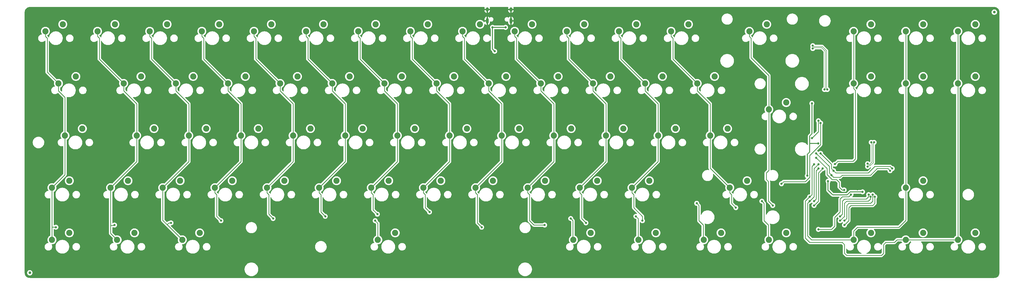
<source format=gtl>
G04 #@! TF.GenerationSoftware,KiCad,Pcbnew,(6.0.2)*
G04 #@! TF.CreationDate,2022-02-17T23:22:08+01:00*
G04 #@! TF.ProjectId,Frooastboard Walnut,46726f6f-6173-4746-926f-617264205761,rev?*
G04 #@! TF.SameCoordinates,Original*
G04 #@! TF.FileFunction,Copper,L1,Top*
G04 #@! TF.FilePolarity,Positive*
%FSLAX46Y46*%
G04 Gerber Fmt 4.6, Leading zero omitted, Abs format (unit mm)*
G04 Created by KiCad (PCBNEW (6.0.2)) date 2022-02-17 23:22:08*
%MOMM*%
%LPD*%
G01*
G04 APERTURE LIST*
G04 #@! TA.AperFunction,ComponentPad*
%ADD10C,2.250000*%
G04 #@! TD*
G04 #@! TA.AperFunction,SMDPad,CuDef*
%ADD11C,1.000000*%
G04 #@! TD*
G04 #@! TA.AperFunction,ComponentPad*
%ADD12O,1.000000X1.600000*%
G04 #@! TD*
G04 #@! TA.AperFunction,ComponentPad*
%ADD13O,1.000000X2.100000*%
G04 #@! TD*
G04 #@! TA.AperFunction,ViaPad*
%ADD14C,0.800000*%
G04 #@! TD*
G04 #@! TA.AperFunction,Conductor*
%ADD15C,0.300000*%
G04 #@! TD*
G04 #@! TA.AperFunction,Conductor*
%ADD16C,0.380000*%
G04 #@! TD*
G04 #@! TA.AperFunction,Conductor*
%ADD17C,0.250000*%
G04 #@! TD*
G04 #@! TA.AperFunction,Conductor*
%ADD18C,0.200000*%
G04 #@! TD*
G04 APERTURE END LIST*
D10*
X360521250Y-28416250D03*
X366871250Y-25876250D03*
X227171250Y-47466250D03*
X233521250Y-44926250D03*
X222408750Y-85566250D03*
X228758750Y-83026250D03*
X208121250Y-47466250D03*
X214471250Y-44926250D03*
X241458750Y-85566250D03*
X247808750Y-83026250D03*
X70008750Y-85566250D03*
X76358750Y-83026250D03*
X117633750Y-66516250D03*
X123983750Y-63976250D03*
X246221250Y-47466250D03*
X252571250Y-44926250D03*
X243840000Y-104616250D03*
X250190000Y-102076250D03*
X31908750Y-47466250D03*
X38258750Y-44926250D03*
X93821250Y-47466250D03*
X100171250Y-44926250D03*
X217646250Y-28416250D03*
X223996250Y-25876250D03*
X112871250Y-47466250D03*
X119221250Y-44926250D03*
X165258750Y-85566250D03*
X171608750Y-83026250D03*
X198596250Y-28416250D03*
X204946250Y-25876250D03*
X193833750Y-66516250D03*
X200183750Y-63976250D03*
X203358750Y-85566250D03*
X209708750Y-83026250D03*
X146208750Y-85566250D03*
X152558750Y-83026250D03*
X89058750Y-85566250D03*
X95408750Y-83026250D03*
X122396250Y-28416250D03*
X128746250Y-25876250D03*
X322421250Y-28416250D03*
X328771250Y-25876250D03*
X231933750Y-66516250D03*
X238283750Y-63976250D03*
X148590000Y-104616250D03*
X154940000Y-102076250D03*
X179546250Y-28416250D03*
X185896250Y-25876250D03*
X250983750Y-66516250D03*
X257333750Y-63976250D03*
X265271250Y-47466250D03*
X271621250Y-44926250D03*
X360521250Y-104616250D03*
X366871250Y-102076250D03*
X34290000Y-66516250D03*
X40640000Y-63976250D03*
X322421250Y-104616250D03*
X328771250Y-102076250D03*
X46196250Y-28416250D03*
X52546250Y-25876250D03*
X53340000Y-104616250D03*
X59690000Y-102076250D03*
D11*
X373856250Y-21431250D03*
D10*
X136683750Y-66516250D03*
X143033750Y-63976250D03*
X284321250Y-28416250D03*
X290671250Y-25876250D03*
X189071250Y-47466250D03*
X195421250Y-44926250D03*
X322421250Y-47466250D03*
X328771250Y-44926250D03*
X184308750Y-85566250D03*
X190658750Y-83026250D03*
X60483750Y-66516250D03*
X66833750Y-63976250D03*
X174783750Y-66516250D03*
X181133750Y-63976250D03*
D11*
X21431250Y-116681250D03*
D10*
X108108750Y-85566250D03*
X114458750Y-83026250D03*
X29527500Y-104616250D03*
X35877500Y-102076250D03*
X65246250Y-28416250D03*
X71596250Y-25876250D03*
X74771250Y-47466250D03*
X81121250Y-44926250D03*
X103346250Y-28416250D03*
X109696250Y-25876250D03*
X270033750Y-66516250D03*
X276383750Y-63976250D03*
X341471250Y-28416250D03*
X347821250Y-25876250D03*
X220027500Y-104616250D03*
X226377500Y-102076250D03*
X160496250Y-28416250D03*
X166846250Y-25876250D03*
X50958750Y-85566250D03*
X57308750Y-83026250D03*
X84296250Y-28416250D03*
X90646250Y-25876250D03*
X79533750Y-66516250D03*
X85883750Y-63976250D03*
X98583750Y-66516250D03*
X104933750Y-63976250D03*
X236696250Y-28416250D03*
X243046250Y-25876250D03*
X141446250Y-28416250D03*
X147796250Y-25876250D03*
X267652500Y-104616250D03*
X274002500Y-102076250D03*
X212883750Y-66516250D03*
X219233750Y-63976250D03*
X291465000Y-56991250D03*
X297815000Y-54451250D03*
X127158750Y-85566250D03*
X133508750Y-83026250D03*
X29527500Y-85566250D03*
X35877500Y-83026250D03*
X360521250Y-47466250D03*
X366871250Y-44926250D03*
X341471250Y-85566250D03*
X347821250Y-83026250D03*
X170021250Y-47466250D03*
X176371250Y-44926250D03*
X55721250Y-47466250D03*
X62071250Y-44926250D03*
X341471250Y-47466250D03*
X347821250Y-44926250D03*
X291465000Y-104616250D03*
X297815000Y-102076250D03*
X155733750Y-66516250D03*
X162083750Y-63976250D03*
X150971250Y-47466250D03*
X157321250Y-44926250D03*
X341471250Y-104616250D03*
X347821250Y-102076250D03*
X27146250Y-28416250D03*
X33496250Y-25876250D03*
X77152500Y-104616250D03*
X83502500Y-102076250D03*
X255746250Y-28416250D03*
X262096250Y-25876250D03*
X277177500Y-85566250D03*
X283527500Y-83026250D03*
X131921250Y-47466250D03*
X138271250Y-44926250D03*
D12*
X197201250Y-20426250D03*
X188561250Y-20426250D03*
D13*
X197201250Y-24606250D03*
X188561250Y-24606250D03*
D14*
X314200000Y-84300000D03*
X322000000Y-73200000D03*
X323787000Y-86142055D03*
X317700000Y-74600000D03*
X325700000Y-87100000D03*
X309500000Y-69400000D03*
X305500000Y-81200000D03*
X195262500Y-26987500D03*
X191293750Y-35718750D03*
X307181250Y-54768750D03*
X190500000Y-26975500D03*
X313100000Y-83200000D03*
X321468750Y-88106250D03*
X309562500Y-100806250D03*
X310356250Y-73025000D03*
X315118750Y-79375000D03*
X336550000Y-78581250D03*
X314325000Y-80962500D03*
X308768750Y-73025000D03*
X335756250Y-79375000D03*
X318972076Y-86403326D03*
X308768750Y-74612500D03*
X309562500Y-61118750D03*
X307181250Y-67468750D03*
X310356250Y-61912500D03*
X296068750Y-84137500D03*
X307975000Y-92075000D03*
X311150000Y-78581250D03*
X279400000Y-92868750D03*
X219075000Y-96837500D03*
X110331250Y-96837500D03*
X319087500Y-97631250D03*
X52387500Y-99218750D03*
X329406250Y-88106250D03*
X209550000Y-99218750D03*
X245268750Y-97631250D03*
X317500000Y-96043750D03*
X147637500Y-97631250D03*
X327924500Y-88106250D03*
X91281250Y-97631250D03*
X73025000Y-98425000D03*
X317500000Y-97631250D03*
X328640591Y-88904318D03*
X224631250Y-98425000D03*
X307975000Y-90487500D03*
X292893750Y-92075000D03*
X129381250Y-96043750D03*
X242887500Y-96043750D03*
X315618750Y-76981250D03*
X309562500Y-78581250D03*
X306387500Y-90487500D03*
X148431250Y-95250000D03*
X309562500Y-76993750D03*
X265112500Y-91281250D03*
X306387500Y-88900000D03*
X307975000Y-76993750D03*
X167481250Y-94456250D03*
X288925000Y-90487500D03*
X186531250Y-100012500D03*
X330200000Y-88900000D03*
X319087500Y-99218750D03*
X30956250Y-100012500D03*
X327551643Y-76806250D03*
X328875000Y-69000000D03*
X307500000Y-34725000D03*
X311775000Y-49700000D03*
X327551643Y-77856250D03*
X329925000Y-69000000D03*
X307500000Y-33675000D03*
X312825000Y-49700000D03*
D15*
X319700000Y-87300000D02*
X320857945Y-86142055D01*
X314200000Y-86300000D02*
X315200000Y-87300000D01*
X314200000Y-84300000D02*
X314200000Y-86300000D01*
X322000000Y-74100000D02*
X322000000Y-73200000D01*
X320857945Y-86142055D02*
X323787000Y-86142055D01*
X315200000Y-87300000D02*
X319700000Y-87300000D01*
D16*
X197412500Y-20637500D02*
X197201250Y-20426250D01*
D15*
X321700000Y-74400000D02*
X322000000Y-74100000D01*
X321500000Y-74600000D02*
X321700000Y-74400000D01*
X317700000Y-74600000D02*
X321500000Y-74600000D01*
X307181250Y-65881250D02*
X306387500Y-66675000D01*
X305500000Y-81200000D02*
X305500000Y-73400000D01*
X306400000Y-69400000D02*
X306387500Y-69412500D01*
X320100000Y-88200000D02*
X321200000Y-87100000D01*
X306387500Y-72512500D02*
X306387500Y-69412500D01*
X309500000Y-69400000D02*
X306400000Y-69400000D01*
X307181250Y-61912500D02*
X307181250Y-54768750D01*
X307181250Y-61912500D02*
X307181250Y-65881250D01*
X313100000Y-83200000D02*
X313100000Y-86500000D01*
X190500000Y-34925000D02*
X190500000Y-26975500D01*
X306387500Y-68262500D02*
X306387500Y-69412500D01*
X314800000Y-88200000D02*
X320100000Y-88200000D01*
X190512000Y-26987500D02*
X190500000Y-26975500D01*
X313100000Y-86500000D02*
X314800000Y-88200000D01*
X191293750Y-35718750D02*
X190500000Y-34925000D01*
X321200000Y-87100000D02*
X325700000Y-87100000D01*
X195262500Y-26987500D02*
X190512000Y-26987500D01*
X305500000Y-73400000D02*
X306387500Y-72512500D01*
X306387500Y-66675000D02*
X306387500Y-68262500D01*
D17*
X315515625Y-99615625D02*
X315515625Y-96440625D01*
X318293750Y-88900000D02*
X319881250Y-88900000D01*
X321468750Y-88106250D02*
X320675000Y-88900000D01*
X317500000Y-94456250D02*
X317500000Y-89693750D01*
X314325000Y-100806250D02*
X315515625Y-99615625D01*
X309562500Y-100806250D02*
X314325000Y-100806250D01*
X320675000Y-88900000D02*
X319881250Y-88900000D01*
X315515625Y-96440625D02*
X317500000Y-94456250D01*
X317500000Y-89693750D02*
X318293750Y-88900000D01*
X330200000Y-77787500D02*
X327818750Y-80168750D01*
X327818750Y-80168750D02*
X315912500Y-80168750D01*
X336550000Y-78581250D02*
X335756250Y-77787500D01*
X315118750Y-79375000D02*
X314325000Y-78581250D01*
X315912500Y-80168750D02*
X315118750Y-79375000D01*
X314325000Y-76993750D02*
X310356250Y-73025000D01*
X335756250Y-77787500D02*
X330200000Y-77787500D01*
X314325000Y-78581250D02*
X314325000Y-76993750D01*
X328612500Y-80962500D02*
X330993750Y-78581250D01*
X315118750Y-81756250D02*
X317500000Y-81756250D01*
X313531250Y-80168750D02*
X313531250Y-77787500D01*
X314325000Y-80962500D02*
X315118750Y-81756250D01*
X335756250Y-79375000D02*
X334962500Y-78581250D01*
X313531250Y-77787500D02*
X308768750Y-73025000D01*
X317500000Y-81756250D02*
X318293750Y-80962500D01*
X318293750Y-80962500D02*
X328612500Y-80962500D01*
X314325000Y-80962500D02*
X313531250Y-80168750D01*
X330993750Y-78581250D02*
X334962500Y-78581250D01*
X312737500Y-78581250D02*
X308768750Y-74612500D01*
X309562500Y-61118750D02*
X309562500Y-63500000D01*
X317200000Y-83600000D02*
X316200000Y-82600000D01*
X318203326Y-86403326D02*
X317200000Y-85400000D01*
X312737500Y-80762500D02*
X312737500Y-78581250D01*
X316200000Y-82600000D02*
X314575000Y-82600000D01*
X307181250Y-67468750D02*
X309562500Y-65087500D01*
X318972076Y-86403326D02*
X318203326Y-86403326D01*
X314575000Y-82600000D02*
X312737500Y-80762500D01*
X317200000Y-85400000D02*
X317200000Y-83600000D01*
X309562500Y-65087500D02*
X309562500Y-63500000D01*
X306387500Y-81756250D02*
X306387500Y-73818750D01*
X306387500Y-73818750D02*
X310356250Y-69850000D01*
X310356250Y-69850000D02*
X310356250Y-61912500D01*
X304800000Y-83343750D02*
X306387500Y-81756250D01*
X296862500Y-83343750D02*
X304800000Y-83343750D01*
X296068750Y-84137500D02*
X296862500Y-83343750D01*
X309562500Y-80168750D02*
X311150000Y-78581250D01*
X270033750Y-66516250D02*
X270033750Y-54927500D01*
X108108750Y-87471250D02*
X108743750Y-88106250D01*
X220027500Y-104616250D02*
X219868750Y-104457500D01*
X255746250Y-28416250D02*
X255746250Y-30321250D01*
X255746250Y-30321250D02*
X256381250Y-30956250D01*
X270033750Y-54927500D02*
X265271250Y-50165000D01*
X277812500Y-88106250D02*
X277812500Y-91281250D01*
X277177500Y-87471250D02*
X277812500Y-88106250D01*
X103346250Y-28416250D02*
X103346250Y-30321250D01*
X117633750Y-54927500D02*
X112871250Y-50165000D01*
X270033750Y-78422500D02*
X277177500Y-85566250D01*
X256381250Y-30956250D02*
X256381250Y-38576250D01*
X112871250Y-50165000D02*
X112871250Y-47466250D01*
X117633750Y-76041250D02*
X117633750Y-66516250D01*
X219868750Y-103187500D02*
X219868750Y-98425000D01*
X270033750Y-66516250D02*
X270033750Y-78422500D01*
X277177500Y-85566250D02*
X277177500Y-87471250D01*
X108743750Y-95250000D02*
X110331250Y-96837500D01*
X108108750Y-85566250D02*
X116681250Y-76993750D01*
X256381250Y-38576250D02*
X265271250Y-47466250D01*
X307975000Y-92075000D02*
X309562500Y-90487500D01*
X116681250Y-76993750D02*
X117633750Y-76041250D01*
X277812500Y-91281250D02*
X279400000Y-92868750D01*
X219868750Y-98425000D02*
X219868750Y-97631250D01*
X108108750Y-85566250D02*
X108108750Y-87471250D01*
X265271250Y-50165000D02*
X265271250Y-47466250D01*
X117633750Y-66516250D02*
X117633750Y-54927500D01*
X219868750Y-97631250D02*
X219075000Y-96837500D01*
X103981250Y-30956250D02*
X103981250Y-38576250D01*
X103981250Y-38576250D02*
X112871250Y-47466250D01*
X103346250Y-30321250D02*
X103981250Y-30956250D01*
X108743750Y-88106250D02*
X108743750Y-95250000D01*
X309562500Y-90487500D02*
X309562500Y-80168750D01*
X219868750Y-104457500D02*
X219868750Y-103187500D01*
X198596250Y-30321250D02*
X199231250Y-30956250D01*
X208121250Y-50165000D02*
X208121250Y-47466250D01*
X60483750Y-66516250D02*
X60483750Y-54927500D01*
X199231250Y-38576250D02*
X208121250Y-47466250D01*
X57150000Y-79375000D02*
X50958750Y-85566250D01*
X60483750Y-76041250D02*
X57150000Y-79375000D01*
X46831250Y-30956250D02*
X46831250Y-38576250D01*
X207168750Y-81756250D02*
X212883750Y-76041250D01*
X60483750Y-54927500D02*
X55721250Y-50165000D01*
X55721250Y-50165000D02*
X55721250Y-47466250D01*
X60483750Y-66516250D02*
X60483750Y-76041250D01*
X212883750Y-76041250D02*
X212883750Y-66516250D01*
X203358750Y-87471250D02*
X203993750Y-88106250D01*
X53340000Y-104616250D02*
X50958750Y-102235000D01*
X203993750Y-97631250D02*
X205581250Y-99218750D01*
X319881250Y-92075000D02*
X320675000Y-91281250D01*
X320675000Y-91281250D02*
X328612500Y-91281250D01*
X329406250Y-90487500D02*
X329406250Y-88106250D01*
X319087500Y-97631250D02*
X319881250Y-96837500D01*
X50958750Y-102235000D02*
X50958750Y-99377500D01*
X205581250Y-99218750D02*
X209550000Y-99218750D01*
X212883750Y-66516250D02*
X212883750Y-54927500D01*
X319881250Y-96837500D02*
X319881250Y-92075000D01*
X198596250Y-28416250D02*
X198596250Y-30321250D01*
X203358750Y-85566250D02*
X203358750Y-87471250D01*
X212883750Y-54927500D02*
X208121250Y-50165000D01*
X52228750Y-99377500D02*
X52387500Y-99218750D01*
X199231250Y-30956250D02*
X199231250Y-38576250D01*
X46831250Y-38576250D02*
X55721250Y-47466250D01*
X50958750Y-99377500D02*
X52228750Y-99377500D01*
X203358750Y-85566250D02*
X207168750Y-81756250D01*
X50958750Y-99377500D02*
X50958750Y-85566250D01*
X203993750Y-88106250D02*
X203993750Y-97631250D01*
X46196250Y-28416250D02*
X46196250Y-30321250D01*
X46196250Y-30321250D02*
X46831250Y-30956250D01*
X328612500Y-91281250D02*
X329406250Y-90487500D01*
X241458750Y-85566250D02*
X241458750Y-87471250D01*
X148590000Y-98583750D02*
X147637500Y-97631250D01*
X250983750Y-54927500D02*
X246221250Y-50165000D01*
X242093750Y-88106250D02*
X242093750Y-92868750D01*
X98583750Y-76041250D02*
X98583750Y-66516250D01*
X318293750Y-90487500D02*
X319087500Y-89693750D01*
X246856250Y-80168750D02*
X241458750Y-85566250D01*
X84296250Y-28416250D02*
X84296250Y-30321250D01*
X89058750Y-85566250D02*
X89058750Y-87471250D01*
X327924500Y-88794250D02*
X327924500Y-88106250D01*
X250983750Y-76041250D02*
X246856250Y-80168750D01*
X236696250Y-28416250D02*
X236696250Y-30321250D01*
X84931250Y-30956250D02*
X84931250Y-38576250D01*
X250983750Y-66516250D02*
X250983750Y-76041250D01*
X250983750Y-66516250D02*
X250983750Y-54927500D01*
X96837500Y-77787500D02*
X98583750Y-76041250D01*
X84296250Y-30321250D02*
X84931250Y-30956250D01*
X319087500Y-89693750D02*
X327025000Y-89693750D01*
X148590000Y-104616250D02*
X148590000Y-98583750D01*
X98583750Y-54927500D02*
X93821250Y-50165000D01*
X241458750Y-87471250D02*
X242093750Y-88106250D01*
X246221250Y-50165000D02*
X246221250Y-47466250D01*
X89693750Y-96043750D02*
X91281250Y-97631250D01*
X317500000Y-96043750D02*
X318293750Y-95250000D01*
X236696250Y-30321250D02*
X237331250Y-30956250D01*
X318293750Y-95250000D02*
X318293750Y-90487500D01*
X237331250Y-38576250D02*
X246221250Y-47466250D01*
X237331250Y-30956250D02*
X237331250Y-38576250D01*
X84931250Y-38576250D02*
X93821250Y-47466250D01*
X242093750Y-92868750D02*
X245268750Y-96043750D01*
X89058750Y-85566250D02*
X96837500Y-77787500D01*
X89693750Y-88106250D02*
X89693750Y-96043750D01*
X89058750Y-87471250D02*
X89693750Y-88106250D01*
X98583750Y-66516250D02*
X98583750Y-54927500D01*
X327025000Y-89693750D02*
X327924500Y-88794250D01*
X93821250Y-50165000D02*
X93821250Y-47466250D01*
X245268750Y-96043750D02*
X245268750Y-97631250D01*
X223043750Y-96837500D02*
X224631250Y-98425000D01*
X227409375Y-80565625D02*
X231933750Y-76041250D01*
X317500000Y-97631250D02*
X319087500Y-96043750D01*
X65246250Y-28416250D02*
X65246250Y-30321250D01*
X72231250Y-98425000D02*
X73025000Y-98425000D01*
X65881250Y-30956250D02*
X65881250Y-38576250D01*
X217646250Y-30321250D02*
X218281250Y-30956250D01*
X71596250Y-99060000D02*
X72231250Y-98425000D01*
X223043750Y-88106250D02*
X223043750Y-96837500D01*
X70008750Y-97472500D02*
X70008750Y-85566250D01*
X74771250Y-50165000D02*
X74771250Y-47466250D01*
X79533750Y-76041250D02*
X79533750Y-66516250D01*
X217646250Y-28416250D02*
X217646250Y-30321250D01*
X319087500Y-91281250D02*
X319881250Y-90487500D01*
X319087500Y-96043750D02*
X319087500Y-91281250D01*
X76993750Y-78581250D02*
X79533750Y-76041250D01*
X231933750Y-76041250D02*
X231933750Y-66516250D01*
X231933750Y-66516250D02*
X231933750Y-54927500D01*
X222408750Y-87471250D02*
X223043750Y-88106250D01*
X218281250Y-30956250D02*
X218281250Y-38576250D01*
X328640591Y-89665659D02*
X328640591Y-88904318D01*
X327818750Y-90487500D02*
X328640591Y-89665659D01*
X231933750Y-54927500D02*
X227171250Y-50165000D01*
X65246250Y-30321250D02*
X65881250Y-30956250D01*
X77152500Y-104616250D02*
X71596250Y-99060000D01*
X79533750Y-54927500D02*
X74771250Y-50165000D01*
X227171250Y-50165000D02*
X227171250Y-47466250D01*
X222408750Y-85566250D02*
X227409375Y-80565625D01*
X222408750Y-85566250D02*
X222408750Y-87471250D01*
X319881250Y-90487500D02*
X327818750Y-90487500D01*
X65881250Y-38576250D02*
X74771250Y-47466250D01*
X218281250Y-38576250D02*
X227171250Y-47466250D01*
X70008750Y-85566250D02*
X76993750Y-78581250D01*
X79533750Y-66516250D02*
X79533750Y-54927500D01*
X71596250Y-99060000D02*
X70008750Y-97472500D01*
X131921250Y-50165000D02*
X131921250Y-47466250D01*
X243840000Y-104616250D02*
X243681250Y-104457500D01*
X308768750Y-89693750D02*
X308768750Y-79375000D01*
X284321250Y-28416250D02*
X284321250Y-30321250D01*
X308768750Y-79375000D02*
X309562500Y-78581250D01*
X122396250Y-30321250D02*
X123031250Y-30956250D01*
X290512500Y-80168750D02*
X290512500Y-82550000D01*
X322421250Y-28416250D02*
X322421250Y-47466250D01*
X291465000Y-44608750D02*
X284956250Y-38100000D01*
X323056250Y-75043750D02*
X323056250Y-50006250D01*
X322421250Y-49371250D02*
X322421250Y-47466250D01*
X323056250Y-50006250D02*
X322421250Y-49371250D01*
X127158750Y-87471250D02*
X127793750Y-88106250D01*
X243681250Y-103187500D02*
X243681250Y-96837500D01*
X322200000Y-75900000D02*
X323056250Y-75043750D01*
X284956250Y-30956250D02*
X284956250Y-38100000D01*
X243681250Y-104457500D02*
X243681250Y-103187500D01*
X291465000Y-79216250D02*
X290512500Y-80168750D01*
X122396250Y-28416250D02*
X122396250Y-30321250D01*
X290512500Y-82550000D02*
X291306250Y-83343750D01*
X243681250Y-96837500D02*
X242887500Y-96043750D01*
X291306250Y-83343750D02*
X291306250Y-90487500D01*
X123031250Y-38576250D02*
X131921250Y-47466250D01*
X291465000Y-56991250D02*
X291465000Y-79216250D01*
X291465000Y-56991250D02*
X291465000Y-44608750D01*
X127793750Y-88106250D02*
X127793750Y-94456250D01*
X307975000Y-90487500D02*
X308768750Y-89693750D01*
X291306250Y-90487500D02*
X292893750Y-92075000D01*
X316700000Y-75900000D02*
X322200000Y-75900000D01*
X127793750Y-94456250D02*
X129381250Y-96043750D01*
X127158750Y-85566250D02*
X127158750Y-87471250D01*
X284321250Y-30321250D02*
X284956250Y-30956250D01*
X136683750Y-54927500D02*
X131921250Y-50165000D01*
X136683750Y-66516250D02*
X136683750Y-54927500D01*
X127158750Y-85566250D02*
X136683750Y-76041250D01*
X136683750Y-76041250D02*
X136683750Y-66516250D01*
X315618750Y-76981250D02*
X316700000Y-75900000D01*
X123031250Y-30956250D02*
X123031250Y-38576250D01*
X146208750Y-87471250D02*
X146843750Y-88106250D01*
X322421250Y-101441250D02*
X323850000Y-100012500D01*
X322421250Y-104616250D02*
X322421250Y-101441250D01*
X142081250Y-30956250D02*
X142081250Y-38576250D01*
X142081250Y-38576250D02*
X150971250Y-47466250D01*
X341471250Y-47466250D02*
X341471250Y-85566250D01*
X146208750Y-85566250D02*
X155733750Y-76041250D01*
X267493750Y-104457500D02*
X267493750Y-99218750D01*
X265906250Y-97631250D02*
X265906250Y-92075000D01*
X141446250Y-30321250D02*
X142081250Y-30956250D01*
X307975000Y-78581250D02*
X309562500Y-76993750D01*
X305593750Y-91281250D02*
X306387500Y-90487500D01*
X155733750Y-54927500D02*
X150971250Y-50165000D01*
X323850000Y-100012500D02*
X338931250Y-100012500D01*
X306387500Y-90487500D02*
X307975000Y-88900000D01*
X267493750Y-99218750D02*
X265906250Y-97631250D01*
X307975000Y-88900000D02*
X307975000Y-78581250D01*
X155733750Y-66516250D02*
X155733750Y-54927500D01*
X307022500Y-104616250D02*
X305593750Y-103187500D01*
X322421250Y-104616250D02*
X307022500Y-104616250D01*
X341471250Y-97472500D02*
X341471250Y-85566250D01*
X150971250Y-50165000D02*
X150971250Y-47466250D01*
X338931250Y-100012500D02*
X341471250Y-97472500D01*
X265906250Y-92075000D02*
X265112500Y-91281250D01*
X305593750Y-103187500D02*
X305593750Y-91281250D01*
X341471250Y-28416250D02*
X341471250Y-47466250D01*
X155733750Y-76041250D02*
X155733750Y-66516250D01*
X146208750Y-85566250D02*
X146208750Y-87471250D01*
X146843750Y-93662500D02*
X148431250Y-95250000D01*
X146843750Y-92868750D02*
X146843750Y-93662500D01*
X146843750Y-88106250D02*
X146843750Y-92868750D01*
X141446250Y-28416250D02*
X141446250Y-30321250D01*
X267652500Y-104616250D02*
X267493750Y-104457500D01*
X319087500Y-109537500D02*
X319881250Y-110331250D01*
X165258750Y-87471250D02*
X165893750Y-88106250D01*
X165893750Y-92868750D02*
X167481250Y-94456250D01*
X165258750Y-85566250D02*
X174783750Y-76041250D01*
X289718750Y-91281250D02*
X288925000Y-90487500D01*
X360521250Y-47466250D02*
X360521250Y-104616250D01*
X291306250Y-104457500D02*
X291306250Y-99218750D01*
X338296250Y-104616250D02*
X337343750Y-105568750D01*
X334168750Y-105568750D02*
X337343750Y-105568750D01*
X333375000Y-109537500D02*
X333375000Y-106362500D01*
X289718750Y-97631250D02*
X289718750Y-91281250D01*
X174783750Y-76041250D02*
X174783750Y-75247500D01*
X291306250Y-99218750D02*
X289718750Y-97631250D01*
X174783750Y-66516250D02*
X174783750Y-54927500D01*
X306387500Y-105568750D02*
X318293750Y-105568750D01*
X304800000Y-90487500D02*
X304800000Y-103981250D01*
X360521250Y-47466250D02*
X360521250Y-28416250D01*
X307181250Y-77787500D02*
X307975000Y-76993750D01*
X174783750Y-75247500D02*
X174783750Y-66516250D01*
X341471250Y-104616250D02*
X338296250Y-104616250D01*
X165893750Y-88106250D02*
X165893750Y-91281250D01*
X291465000Y-104616250D02*
X291306250Y-104457500D01*
X165893750Y-91281250D02*
X165893750Y-92868750D01*
X160496250Y-28416250D02*
X160496250Y-30321250D01*
X319087500Y-106362500D02*
X319087500Y-109537500D01*
X304800000Y-103981250D02*
X306387500Y-105568750D01*
X161131250Y-30956250D02*
X161131250Y-38576250D01*
X318293750Y-105568750D02*
X319087500Y-106362500D01*
X170021250Y-50165000D02*
X170021250Y-47466250D01*
X165258750Y-85566250D02*
X165258750Y-87471250D01*
X319881250Y-110331250D02*
X332581250Y-110331250D01*
X307181250Y-88106250D02*
X307181250Y-77787500D01*
X161131250Y-38576250D02*
X170021250Y-47466250D01*
X332581250Y-110331250D02*
X333375000Y-109537500D01*
X333375000Y-106362500D02*
X334168750Y-105568750D01*
X341471250Y-104616250D02*
X360521250Y-104616250D01*
X174783750Y-54927500D02*
X170021250Y-50165000D01*
X160496250Y-30321250D02*
X161131250Y-30956250D01*
X306387500Y-88900000D02*
X307181250Y-88106250D01*
X306387500Y-88900000D02*
X304800000Y-90487500D01*
X320675000Y-92868750D02*
X321468750Y-92075000D01*
X329406250Y-92075000D02*
X330200000Y-91281250D01*
X187325000Y-82550000D02*
X193833750Y-76041250D01*
X179546250Y-28416250D02*
X179546250Y-30321250D01*
X184943750Y-88106250D02*
X184943750Y-92075000D01*
X29527500Y-99927500D02*
X30871250Y-99927500D01*
X34290000Y-52546250D02*
X34290000Y-66516250D01*
X330200000Y-91281250D02*
X330200000Y-88900000D01*
X27146250Y-30321250D02*
X27781250Y-30956250D01*
X193833750Y-76041250D02*
X193833750Y-66516250D01*
X29527500Y-85566250D02*
X29527500Y-99927500D01*
X184308750Y-85566250D02*
X184308750Y-87471250D01*
X184308750Y-87471250D02*
X184943750Y-88106250D01*
X184308750Y-85566250D02*
X187325000Y-82550000D01*
X30871250Y-99927500D02*
X30956250Y-100012500D01*
X27781250Y-43338750D02*
X31908750Y-47466250D01*
X320675000Y-97631250D02*
X320675000Y-92868750D01*
X193833750Y-54927500D02*
X189071250Y-50165000D01*
X27781250Y-30956250D02*
X27781250Y-43338750D01*
X180181250Y-30956250D02*
X180181250Y-38576250D01*
X321468750Y-92075000D02*
X329406250Y-92075000D01*
X34290000Y-66516250D02*
X34290000Y-80803750D01*
X34290000Y-80803750D02*
X29527500Y-85566250D01*
X29527500Y-99927500D02*
X29527500Y-104616250D01*
X189071250Y-50165000D02*
X189071250Y-47466250D01*
X193833750Y-66516250D02*
X193833750Y-54927500D01*
X27146250Y-28416250D02*
X27146250Y-30321250D01*
X184943750Y-92075000D02*
X184943750Y-98425000D01*
X184943750Y-98425000D02*
X186531250Y-100012500D01*
X180181250Y-38576250D02*
X189071250Y-47466250D01*
X179546250Y-30321250D02*
X180181250Y-30956250D01*
X31908750Y-50165000D02*
X34290000Y-52546250D01*
X31908750Y-47466250D02*
X31908750Y-50165000D01*
X319087500Y-99218750D02*
X320675000Y-97631250D01*
D18*
X312074999Y-35693199D02*
X310806801Y-34425001D01*
X327851642Y-77106249D02*
X328275551Y-77106249D01*
X329174999Y-76206801D02*
X329174999Y-69299999D01*
X328275551Y-77106249D02*
X329174999Y-76206801D01*
X329174999Y-69299999D02*
X328875000Y-69000000D01*
X311775000Y-49700000D02*
X312074999Y-49400001D01*
X307799999Y-34425001D02*
X307500000Y-34725000D01*
X310806801Y-34425001D02*
X307799999Y-34425001D01*
X312074999Y-49400001D02*
X312074999Y-35693199D01*
X327551643Y-76806250D02*
X327851642Y-77106249D01*
X312525001Y-49400001D02*
X312525001Y-35506801D01*
X329625001Y-69299999D02*
X329925000Y-69000000D01*
X307799999Y-33974999D02*
X307500000Y-33675000D01*
X329625001Y-76393199D02*
X329625001Y-69299999D01*
X312825000Y-49700000D02*
X312525001Y-49400001D01*
X327851642Y-77556251D02*
X328461949Y-77556251D01*
X327551643Y-77856250D02*
X327851642Y-77556251D01*
X328461949Y-77556251D02*
X329625001Y-76393199D01*
X312525001Y-35506801D02*
X310993199Y-33974999D01*
X310993199Y-33974999D02*
X307799999Y-33974999D01*
G04 #@! TA.AperFunction,Conductor*
G36*
X187580500Y-19578002D02*
G01*
X187626993Y-19631658D01*
X187637097Y-19701932D01*
X187630012Y-19727150D01*
X187630279Y-19727235D01*
X187572370Y-19909788D01*
X187569820Y-19921782D01*
X187553643Y-20066011D01*
X187553250Y-20073035D01*
X187553250Y-20154135D01*
X187557725Y-20169374D01*
X187559115Y-20170579D01*
X187566798Y-20172250D01*
X189551135Y-20172250D01*
X189566374Y-20167775D01*
X189567579Y-20166385D01*
X189569250Y-20158702D01*
X189569250Y-20079593D01*
X189568949Y-20073445D01*
X189555438Y-19935647D01*
X189553055Y-19923612D01*
X189499482Y-19746173D01*
X189493646Y-19732012D01*
X189486182Y-19661408D01*
X189518074Y-19597978D01*
X189579196Y-19561859D01*
X189610140Y-19558000D01*
X196152379Y-19558000D01*
X196220500Y-19578002D01*
X196266993Y-19631658D01*
X196277097Y-19701932D01*
X196270012Y-19727150D01*
X196270279Y-19727235D01*
X196212370Y-19909788D01*
X196209820Y-19921782D01*
X196193643Y-20066011D01*
X196193250Y-20073035D01*
X196193250Y-20154135D01*
X196197725Y-20169374D01*
X196199115Y-20170579D01*
X196206798Y-20172250D01*
X198191135Y-20172250D01*
X198206374Y-20167775D01*
X198207579Y-20166385D01*
X198209250Y-20158702D01*
X198209250Y-20079593D01*
X198208949Y-20073445D01*
X198195438Y-19935647D01*
X198193055Y-19923612D01*
X198139482Y-19746173D01*
X198133646Y-19732012D01*
X198126182Y-19661408D01*
X198158074Y-19597978D01*
X198219196Y-19561859D01*
X198250140Y-19558000D01*
X373806922Y-19558000D01*
X373826307Y-19559500D01*
X373841108Y-19561805D01*
X373841111Y-19561805D01*
X373849980Y-19563186D01*
X373866249Y-19561059D01*
X373890817Y-19560266D01*
X374092516Y-19573486D01*
X374108856Y-19575637D01*
X374332983Y-19620218D01*
X374348904Y-19624484D01*
X374565293Y-19697939D01*
X374580519Y-19704246D01*
X374785467Y-19805315D01*
X374799741Y-19813556D01*
X374989747Y-19940514D01*
X375002822Y-19950547D01*
X375174636Y-20101223D01*
X375186277Y-20112864D01*
X375336045Y-20283642D01*
X375336953Y-20284678D01*
X375346986Y-20297753D01*
X375473944Y-20487759D01*
X375482185Y-20502033D01*
X375583254Y-20706981D01*
X375589561Y-20722207D01*
X375663016Y-20938596D01*
X375667282Y-20954517D01*
X375711863Y-21178644D01*
X375714014Y-21194984D01*
X375726764Y-21389518D01*
X375725739Y-21412554D01*
X375725696Y-21416104D01*
X375724314Y-21424980D01*
X375726959Y-21445204D01*
X375728436Y-21456501D01*
X375729500Y-21472839D01*
X375729500Y-116631922D01*
X375728000Y-116651306D01*
X375724314Y-116674980D01*
X375726441Y-116691249D01*
X375727234Y-116715817D01*
X375714014Y-116917516D01*
X375711863Y-116933856D01*
X375667282Y-117157983D01*
X375663016Y-117173904D01*
X375589561Y-117390293D01*
X375583254Y-117405519D01*
X375482185Y-117610467D01*
X375473944Y-117624741D01*
X375346986Y-117814747D01*
X375336953Y-117827822D01*
X375186277Y-117999636D01*
X375174636Y-118011277D01*
X375003858Y-118161045D01*
X375002822Y-118161953D01*
X374989747Y-118171986D01*
X374799741Y-118298944D01*
X374785467Y-118307185D01*
X374580519Y-118408254D01*
X374565293Y-118414561D01*
X374348904Y-118488016D01*
X374332983Y-118492282D01*
X374108856Y-118536863D01*
X374092516Y-118539014D01*
X373897982Y-118551764D01*
X373874946Y-118550739D01*
X373871396Y-118550696D01*
X373862520Y-118549314D01*
X373834012Y-118553042D01*
X373830999Y-118553436D01*
X373814661Y-118554500D01*
X21480578Y-118554500D01*
X21461193Y-118553000D01*
X21446392Y-118550695D01*
X21446389Y-118550695D01*
X21437520Y-118549314D01*
X21421251Y-118551441D01*
X21396683Y-118552234D01*
X21194984Y-118539014D01*
X21178644Y-118536863D01*
X20954517Y-118492282D01*
X20938596Y-118488016D01*
X20722207Y-118414561D01*
X20706981Y-118408254D01*
X20502033Y-118307185D01*
X20487759Y-118298944D01*
X20297753Y-118171986D01*
X20284678Y-118161953D01*
X20283642Y-118161045D01*
X20112864Y-118011277D01*
X20101223Y-117999636D01*
X19950547Y-117827822D01*
X19940514Y-117814747D01*
X19813556Y-117624741D01*
X19805315Y-117610467D01*
X19704246Y-117405519D01*
X19697939Y-117390293D01*
X19624484Y-117173904D01*
X19620218Y-117157983D01*
X19575637Y-116933856D01*
X19573486Y-116917516D01*
X19560974Y-116726626D01*
X19562147Y-116703468D01*
X19561829Y-116703439D01*
X19562264Y-116698583D01*
X19563071Y-116693789D01*
X19563224Y-116681250D01*
X19561214Y-116667213D01*
X20426007Y-116667213D01*
X20442425Y-116862733D01*
X20496508Y-117051341D01*
X20499326Y-117056824D01*
X20583373Y-117220363D01*
X20583376Y-117220367D01*
X20586194Y-117225851D01*
X20708068Y-117379619D01*
X20712761Y-117383613D01*
X20712762Y-117383614D01*
X20778707Y-117439737D01*
X20857488Y-117506785D01*
X20862866Y-117509791D01*
X20862868Y-117509792D01*
X20899182Y-117530087D01*
X21028763Y-117602507D01*
X21215368Y-117663139D01*
X21410196Y-117686371D01*
X21416331Y-117685899D01*
X21416333Y-117685899D01*
X21599684Y-117671791D01*
X21599688Y-117671790D01*
X21605826Y-117671318D01*
X21794806Y-117618553D01*
X21969939Y-117530087D01*
X21999765Y-117506785D01*
X22119703Y-117413079D01*
X22124553Y-117409290D01*
X22154334Y-117374789D01*
X22248735Y-117265423D01*
X22248735Y-117265422D01*
X22252759Y-117260761D01*
X22349675Y-117090159D01*
X22411608Y-116903982D01*
X22436199Y-116709321D01*
X22436416Y-116693789D01*
X22436542Y-116684773D01*
X22436542Y-116684769D01*
X22436591Y-116681250D01*
X22417444Y-116485978D01*
X22415663Y-116480079D01*
X22415662Y-116480074D01*
X22362515Y-116304043D01*
X22360734Y-116298144D01*
X22268620Y-116124903D01*
X22144611Y-115972852D01*
X21993430Y-115847785D01*
X21820835Y-115754463D01*
X21727118Y-115725453D01*
X21639289Y-115698265D01*
X21639286Y-115698264D01*
X21633402Y-115696443D01*
X21627277Y-115695799D01*
X21627276Y-115695799D01*
X21444397Y-115676577D01*
X21444396Y-115676577D01*
X21438269Y-115675933D01*
X21315633Y-115687094D01*
X21249009Y-115693157D01*
X21249008Y-115693157D01*
X21242868Y-115693716D01*
X21236954Y-115695457D01*
X21236952Y-115695457D01*
X21107984Y-115733415D01*
X21054643Y-115749114D01*
X21049178Y-115751971D01*
X20886222Y-115837162D01*
X20886218Y-115837165D01*
X20880762Y-115840017D01*
X20875962Y-115843877D01*
X20875961Y-115843877D01*
X20841576Y-115871523D01*
X20727850Y-115962961D01*
X20601730Y-116113266D01*
X20598766Y-116118658D01*
X20598763Y-116118662D01*
X20563810Y-116182242D01*
X20507206Y-116285204D01*
X20447878Y-116472228D01*
X20426007Y-116667213D01*
X19561214Y-116667213D01*
X19559273Y-116653662D01*
X19558000Y-116635799D01*
X19558000Y-115568688D01*
X99897700Y-115568688D01*
X99937164Y-115881080D01*
X100015470Y-116186063D01*
X100131384Y-116478827D01*
X100133286Y-116482286D01*
X100133287Y-116482289D01*
X100267613Y-116726626D01*
X100283076Y-116754754D01*
X100468155Y-117009494D01*
X100683702Y-117239028D01*
X100926318Y-117439737D01*
X101192176Y-117608456D01*
X101195755Y-117610140D01*
X101195762Y-117610144D01*
X101473494Y-117740834D01*
X101473498Y-117740836D01*
X101477084Y-117742523D01*
X101776548Y-117839825D01*
X102085846Y-117898827D01*
X102179400Y-117904713D01*
X102319458Y-117913525D01*
X102319474Y-117913526D01*
X102321453Y-117913650D01*
X102478747Y-117913650D01*
X102480726Y-117913526D01*
X102480742Y-117913525D01*
X102620800Y-117904713D01*
X102714354Y-117898827D01*
X103023652Y-117839825D01*
X103323116Y-117742523D01*
X103326702Y-117740836D01*
X103326706Y-117740834D01*
X103604438Y-117610144D01*
X103604445Y-117610140D01*
X103608024Y-117608456D01*
X103873882Y-117439737D01*
X104116498Y-117239028D01*
X104332045Y-117009494D01*
X104517124Y-116754754D01*
X104532588Y-116726626D01*
X104666913Y-116482289D01*
X104666914Y-116482286D01*
X104668816Y-116478827D01*
X104784730Y-116186063D01*
X104863036Y-115881080D01*
X104902500Y-115568688D01*
X199897500Y-115568688D01*
X199936964Y-115881080D01*
X200015270Y-116186063D01*
X200131184Y-116478827D01*
X200133086Y-116482286D01*
X200133087Y-116482289D01*
X200267413Y-116726626D01*
X200282876Y-116754754D01*
X200467955Y-117009494D01*
X200683502Y-117239028D01*
X200926118Y-117439737D01*
X201191976Y-117608456D01*
X201195555Y-117610140D01*
X201195562Y-117610144D01*
X201473294Y-117740834D01*
X201473298Y-117740836D01*
X201476884Y-117742523D01*
X201776348Y-117839825D01*
X202085646Y-117898827D01*
X202179200Y-117904713D01*
X202319258Y-117913525D01*
X202319274Y-117913526D01*
X202321253Y-117913650D01*
X202478547Y-117913650D01*
X202480526Y-117913526D01*
X202480542Y-117913525D01*
X202620600Y-117904713D01*
X202714154Y-117898827D01*
X203023452Y-117839825D01*
X203322916Y-117742523D01*
X203326502Y-117740836D01*
X203326506Y-117740834D01*
X203604238Y-117610144D01*
X203604245Y-117610140D01*
X203607824Y-117608456D01*
X203873682Y-117439737D01*
X204116298Y-117239028D01*
X204331845Y-117009494D01*
X204516924Y-116754754D01*
X204532388Y-116726626D01*
X204666713Y-116482289D01*
X204666714Y-116482286D01*
X204668616Y-116478827D01*
X204784530Y-116186063D01*
X204862836Y-115881080D01*
X204902300Y-115568688D01*
X204902300Y-115253812D01*
X204862836Y-114941420D01*
X204784530Y-114636437D01*
X204668616Y-114343673D01*
X204516924Y-114067746D01*
X204331845Y-113813006D01*
X204116298Y-113583472D01*
X203873682Y-113382763D01*
X203607824Y-113214044D01*
X203604245Y-113212360D01*
X203604238Y-113212356D01*
X203326506Y-113081666D01*
X203326502Y-113081664D01*
X203322916Y-113079977D01*
X203023452Y-112982675D01*
X202714154Y-112923673D01*
X202620600Y-112917787D01*
X202480542Y-112908975D01*
X202480526Y-112908974D01*
X202478547Y-112908850D01*
X202321253Y-112908850D01*
X202319274Y-112908974D01*
X202319258Y-112908975D01*
X202179200Y-112917787D01*
X202085646Y-112923673D01*
X201776348Y-112982675D01*
X201476884Y-113079977D01*
X201473298Y-113081664D01*
X201473294Y-113081666D01*
X201195562Y-113212356D01*
X201195555Y-113212360D01*
X201191976Y-113214044D01*
X200926118Y-113382763D01*
X200683502Y-113583472D01*
X200467955Y-113813006D01*
X200282876Y-114067746D01*
X200131184Y-114343673D01*
X200015270Y-114636437D01*
X199936964Y-114941420D01*
X199897500Y-115253812D01*
X199897500Y-115568688D01*
X104902500Y-115568688D01*
X104902500Y-115253812D01*
X104863036Y-114941420D01*
X104784730Y-114636437D01*
X104668816Y-114343673D01*
X104517124Y-114067746D01*
X104332045Y-113813006D01*
X104116498Y-113583472D01*
X103873882Y-113382763D01*
X103608024Y-113214044D01*
X103604445Y-113212360D01*
X103604438Y-113212356D01*
X103326706Y-113081666D01*
X103326702Y-113081664D01*
X103323116Y-113079977D01*
X103023652Y-112982675D01*
X102714354Y-112923673D01*
X102620800Y-112917787D01*
X102480742Y-112908975D01*
X102480726Y-112908974D01*
X102478747Y-112908850D01*
X102321453Y-112908850D01*
X102319474Y-112908974D01*
X102319458Y-112908975D01*
X102179400Y-112917787D01*
X102085846Y-112923673D01*
X101776548Y-112982675D01*
X101477084Y-113079977D01*
X101473498Y-113081664D01*
X101473494Y-113081666D01*
X101195762Y-113212356D01*
X101195755Y-113212360D01*
X101192176Y-113214044D01*
X100926318Y-113382763D01*
X100683702Y-113583472D01*
X100468155Y-113813006D01*
X100283076Y-114067746D01*
X100131384Y-114343673D01*
X100015470Y-114636437D01*
X99937164Y-114941420D01*
X99897700Y-115253812D01*
X99897700Y-115568688D01*
X19558000Y-115568688D01*
X19558000Y-69188953D01*
X22496993Y-69188953D01*
X22534518Y-69473984D01*
X22610379Y-69751286D01*
X22612063Y-69755234D01*
X22719407Y-70006896D01*
X22723173Y-70015726D01*
X22746720Y-70055070D01*
X22852072Y-70231100D01*
X22870811Y-70262411D01*
X23050563Y-70486778D01*
X23067647Y-70502990D01*
X23223923Y-70651290D01*
X23259101Y-70684673D01*
X23492567Y-70852436D01*
X23496362Y-70854445D01*
X23496363Y-70854446D01*
X23518119Y-70865965D01*
X23746642Y-70986962D01*
X24016623Y-71085761D01*
X24297514Y-71147005D01*
X24326091Y-71149254D01*
X24520532Y-71164557D01*
X24520541Y-71164557D01*
X24522989Y-71164750D01*
X24678521Y-71164750D01*
X24680657Y-71164604D01*
X24680668Y-71164604D01*
X24888798Y-71150415D01*
X24888804Y-71150414D01*
X24893075Y-71150123D01*
X24897270Y-71149254D01*
X24897272Y-71149254D01*
X25081139Y-71111177D01*
X25174592Y-71091824D01*
X25445593Y-70995857D01*
X25701062Y-70864000D01*
X25704563Y-70861539D01*
X25704567Y-70861537D01*
X25818668Y-70781345D01*
X25936273Y-70698691D01*
X26068213Y-70576085D01*
X26143729Y-70505911D01*
X26143731Y-70505908D01*
X26146872Y-70502990D01*
X26328963Y-70280518D01*
X26479177Y-70035392D01*
X26509901Y-69965402D01*
X26593007Y-69776080D01*
X26594733Y-69772148D01*
X26673494Y-69495656D01*
X26705558Y-69270356D01*
X26713396Y-69215286D01*
X26713396Y-69215284D01*
X26714001Y-69211034D01*
X26714095Y-69193201D01*
X26715485Y-68927833D01*
X26715485Y-68927826D01*
X26715507Y-68923547D01*
X26677982Y-68638516D01*
X26602121Y-68361214D01*
X26551575Y-68242711D01*
X26491013Y-68100726D01*
X26491011Y-68100722D01*
X26489327Y-68096774D01*
X26380737Y-67915333D01*
X26343893Y-67853771D01*
X26343890Y-67853767D01*
X26341689Y-67850089D01*
X26161937Y-67625722D01*
X25996523Y-67468750D01*
X25956508Y-67430777D01*
X25956505Y-67430775D01*
X25953399Y-67427827D01*
X25719933Y-67260064D01*
X25698093Y-67248500D01*
X25655499Y-67225948D01*
X25465858Y-67125538D01*
X25195877Y-67026739D01*
X24914986Y-66965495D01*
X24883935Y-66963051D01*
X24691968Y-66947943D01*
X24691959Y-66947943D01*
X24689511Y-66947750D01*
X24533979Y-66947750D01*
X24531843Y-66947896D01*
X24531832Y-66947896D01*
X24323702Y-66962085D01*
X24323696Y-66962086D01*
X24319425Y-66962377D01*
X24315230Y-66963246D01*
X24315228Y-66963246D01*
X24178666Y-66991527D01*
X24037908Y-67020676D01*
X23766907Y-67116643D01*
X23511438Y-67248500D01*
X23507937Y-67250961D01*
X23507933Y-67250963D01*
X23393832Y-67331155D01*
X23276227Y-67413809D01*
X23065628Y-67609510D01*
X22883537Y-67831982D01*
X22733323Y-68077108D01*
X22731597Y-68081041D01*
X22731596Y-68081042D01*
X22660628Y-68242711D01*
X22617767Y-68340352D01*
X22616592Y-68344479D01*
X22616591Y-68344480D01*
X22609664Y-68368798D01*
X22539006Y-68616844D01*
X22521265Y-68741500D01*
X22501296Y-68881816D01*
X22498499Y-68901466D01*
X22498477Y-68905755D01*
X22498476Y-68905762D01*
X22497266Y-69136751D01*
X22496993Y-69188953D01*
X19558000Y-69188953D01*
X19558000Y-30890843D01*
X24489289Y-30890843D01*
X24498098Y-31125466D01*
X24499193Y-31130684D01*
X24524044Y-31249121D01*
X24546312Y-31355251D01*
X24632552Y-31573627D01*
X24635321Y-31578190D01*
X24749117Y-31765719D01*
X24754354Y-31774350D01*
X24908235Y-31951682D01*
X24912367Y-31955070D01*
X25085666Y-32097167D01*
X25085672Y-32097171D01*
X25089794Y-32100551D01*
X25094430Y-32103190D01*
X25094433Y-32103192D01*
X25265418Y-32200522D01*
X25293840Y-32216701D01*
X25514539Y-32296811D01*
X25519788Y-32297760D01*
X25519791Y-32297761D01*
X25600865Y-32312421D01*
X25745580Y-32338590D01*
X25749719Y-32338785D01*
X25749726Y-32338786D01*
X25768690Y-32339680D01*
X25768699Y-32339680D01*
X25770179Y-32339750D01*
X25935200Y-32339750D01*
X26016549Y-32332847D01*
X26104887Y-32325352D01*
X26104891Y-32325351D01*
X26110198Y-32324901D01*
X26115353Y-32323563D01*
X26115359Y-32323562D01*
X26332285Y-32267259D01*
X26332284Y-32267259D01*
X26337456Y-32265917D01*
X26342322Y-32263725D01*
X26342325Y-32263724D01*
X26546667Y-32171674D01*
X26546670Y-32171673D01*
X26551528Y-32169484D01*
X26746291Y-32038362D01*
X26916177Y-31876299D01*
X26920659Y-31870275D01*
X26921395Y-31869721D01*
X26922896Y-31868024D01*
X26923242Y-31868330D01*
X26977369Y-31827560D01*
X27048169Y-31822286D01*
X27110582Y-31856126D01*
X27144791Y-31918338D01*
X27147750Y-31945485D01*
X27147750Y-43259983D01*
X27147223Y-43271166D01*
X27145548Y-43278659D01*
X27145797Y-43286585D01*
X27145797Y-43286586D01*
X27147688Y-43346736D01*
X27147750Y-43350695D01*
X27147750Y-43378606D01*
X27148247Y-43382540D01*
X27148247Y-43382541D01*
X27148255Y-43382606D01*
X27149188Y-43394443D01*
X27150577Y-43438639D01*
X27156228Y-43458089D01*
X27160237Y-43477450D01*
X27162776Y-43497547D01*
X27165695Y-43504918D01*
X27165695Y-43504920D01*
X27179054Y-43538662D01*
X27182899Y-43549892D01*
X27195232Y-43592343D01*
X27199265Y-43599162D01*
X27199267Y-43599167D01*
X27205543Y-43609778D01*
X27214238Y-43627526D01*
X27221698Y-43646367D01*
X27226360Y-43652783D01*
X27226360Y-43652784D01*
X27247686Y-43682137D01*
X27254202Y-43692057D01*
X27276708Y-43730112D01*
X27291029Y-43744433D01*
X27303869Y-43759466D01*
X27315778Y-43775857D01*
X27321884Y-43780908D01*
X27349855Y-43804048D01*
X27358634Y-43812038D01*
X30336587Y-46789991D01*
X30370613Y-46852303D01*
X30363901Y-46927303D01*
X30350395Y-46959910D01*
X30290372Y-47209924D01*
X30270199Y-47466250D01*
X30290372Y-47722576D01*
X30291526Y-47727383D01*
X30291527Y-47727389D01*
X30309398Y-47801826D01*
X30350395Y-47972590D01*
X30352288Y-47977161D01*
X30352289Y-47977163D01*
X30436870Y-48181359D01*
X30448790Y-48210137D01*
X30583134Y-48429366D01*
X30584669Y-48431164D01*
X30608291Y-48497348D01*
X30592217Y-48566501D01*
X30541308Y-48615986D01*
X30493151Y-48630102D01*
X30410113Y-48637148D01*
X30410109Y-48637149D01*
X30404802Y-48637599D01*
X30399647Y-48638937D01*
X30399641Y-48638938D01*
X30221927Y-48685064D01*
X30177544Y-48696583D01*
X30172678Y-48698775D01*
X30172675Y-48698776D01*
X29968333Y-48790826D01*
X29968330Y-48790827D01*
X29963472Y-48793016D01*
X29768709Y-48924138D01*
X29764852Y-48927817D01*
X29764850Y-48927819D01*
X29718606Y-48971934D01*
X29598823Y-49086201D01*
X29458672Y-49274571D01*
X29456256Y-49279322D01*
X29456254Y-49279326D01*
X29397947Y-49394008D01*
X29352263Y-49483862D01*
X29282639Y-49708090D01*
X29281938Y-49713379D01*
X29253790Y-49925749D01*
X29251789Y-49940843D01*
X29260598Y-50175466D01*
X29261693Y-50180684D01*
X29306013Y-50391909D01*
X29308812Y-50405251D01*
X29395052Y-50623627D01*
X29516854Y-50824350D01*
X29670735Y-51001682D01*
X29674867Y-51005070D01*
X29848166Y-51147167D01*
X29848172Y-51147171D01*
X29852294Y-51150551D01*
X29856930Y-51153190D01*
X29856933Y-51153192D01*
X30027918Y-51250522D01*
X30056340Y-51266701D01*
X30277039Y-51346811D01*
X30282288Y-51347760D01*
X30282291Y-51347761D01*
X30363365Y-51362421D01*
X30508080Y-51388590D01*
X30512219Y-51388785D01*
X30512226Y-51388786D01*
X30531190Y-51389680D01*
X30531199Y-51389680D01*
X30532679Y-51389750D01*
X30697700Y-51389750D01*
X30779049Y-51382847D01*
X30867387Y-51375352D01*
X30867391Y-51375351D01*
X30872698Y-51374901D01*
X30877853Y-51373563D01*
X30877859Y-51373562D01*
X31094785Y-51317259D01*
X31094784Y-51317259D01*
X31099956Y-51315917D01*
X31104822Y-51313725D01*
X31104825Y-51313724D01*
X31309167Y-51221674D01*
X31309170Y-51221673D01*
X31314028Y-51219484D01*
X31508791Y-51088362D01*
X31512649Y-51084681D01*
X31512656Y-51084676D01*
X31638491Y-50964636D01*
X31701587Y-50932089D01*
X31772264Y-50938821D01*
X31814557Y-50966711D01*
X33619595Y-52771750D01*
X33653621Y-52834062D01*
X33656500Y-52860845D01*
X33656500Y-64926376D01*
X33636498Y-64994497D01*
X33578717Y-65042785D01*
X33550691Y-65054393D01*
X33550683Y-65054397D01*
X33546113Y-65056290D01*
X33326884Y-65190634D01*
X33131369Y-65357619D01*
X32964384Y-65553134D01*
X32830040Y-65772363D01*
X32731645Y-66009910D01*
X32710796Y-66096752D01*
X32674757Y-66246866D01*
X32671622Y-66259924D01*
X32651449Y-66516250D01*
X32671622Y-66772576D01*
X32731645Y-67022590D01*
X32733538Y-67027161D01*
X32733539Y-67027163D01*
X32825220Y-67248500D01*
X32830040Y-67260137D01*
X32964384Y-67479366D01*
X32965919Y-67481164D01*
X32989541Y-67547348D01*
X32973467Y-67616501D01*
X32922558Y-67665986D01*
X32874401Y-67680102D01*
X32791363Y-67687148D01*
X32791359Y-67687149D01*
X32786052Y-67687599D01*
X32780897Y-67688937D01*
X32780891Y-67688938D01*
X32603177Y-67735064D01*
X32558794Y-67746583D01*
X32553928Y-67748775D01*
X32553925Y-67748776D01*
X32349583Y-67840826D01*
X32349580Y-67840827D01*
X32344722Y-67843016D01*
X32340298Y-67845995D01*
X32340297Y-67845995D01*
X32334216Y-67850089D01*
X32149959Y-67974138D01*
X31980073Y-68136201D01*
X31839922Y-68324571D01*
X31837506Y-68329322D01*
X31837504Y-68329326D01*
X31735931Y-68529106D01*
X31733513Y-68533862D01*
X31663889Y-68758090D01*
X31663188Y-68763379D01*
X31636203Y-68966975D01*
X31633039Y-68990843D01*
X31641848Y-69225466D01*
X31642943Y-69230684D01*
X31676718Y-69391652D01*
X31690062Y-69455251D01*
X31776302Y-69673627D01*
X31779071Y-69678190D01*
X31894324Y-69868120D01*
X31898104Y-69874350D01*
X32051985Y-70051682D01*
X32056117Y-70055070D01*
X32229416Y-70197167D01*
X32229422Y-70197171D01*
X32233544Y-70200551D01*
X32238180Y-70203190D01*
X32238183Y-70203192D01*
X32389817Y-70289507D01*
X32437590Y-70316701D01*
X32658289Y-70396811D01*
X32663538Y-70397760D01*
X32663541Y-70397761D01*
X32744615Y-70412421D01*
X32889330Y-70438590D01*
X32893469Y-70438785D01*
X32893476Y-70438786D01*
X32912440Y-70439680D01*
X32912449Y-70439680D01*
X32913929Y-70439750D01*
X33078950Y-70439750D01*
X33160299Y-70432847D01*
X33248637Y-70425352D01*
X33248641Y-70425351D01*
X33253948Y-70424901D01*
X33259103Y-70423563D01*
X33259109Y-70423562D01*
X33396972Y-70387780D01*
X33481206Y-70365917D01*
X33486071Y-70363725D01*
X33488648Y-70362818D01*
X33559545Y-70359057D01*
X33621220Y-70394223D01*
X33654093Y-70457151D01*
X33656500Y-70481664D01*
X33656500Y-80489156D01*
X33636498Y-80557277D01*
X33619595Y-80578251D01*
X30203759Y-83994087D01*
X30141447Y-84028113D01*
X30066447Y-84021401D01*
X30033840Y-84007895D01*
X29939096Y-83985149D01*
X29788639Y-83949027D01*
X29788633Y-83949026D01*
X29783826Y-83947872D01*
X29527500Y-83927699D01*
X29271174Y-83947872D01*
X29266367Y-83949026D01*
X29266361Y-83949027D01*
X29115904Y-83985149D01*
X29021160Y-84007895D01*
X29016589Y-84009788D01*
X29016587Y-84009789D01*
X28788187Y-84104395D01*
X28788183Y-84104397D01*
X28783613Y-84106290D01*
X28564384Y-84240634D01*
X28368869Y-84407619D01*
X28201884Y-84603134D01*
X28067540Y-84822363D01*
X28065647Y-84826933D01*
X28065645Y-84826937D01*
X27971039Y-85055337D01*
X27969145Y-85059910D01*
X27909122Y-85309924D01*
X27888949Y-85566250D01*
X27909122Y-85822576D01*
X27910276Y-85827383D01*
X27910277Y-85827389D01*
X27921297Y-85873288D01*
X27969145Y-86072590D01*
X27971038Y-86077161D01*
X27971039Y-86077163D01*
X28062720Y-86298500D01*
X28067540Y-86310137D01*
X28201884Y-86529366D01*
X28203419Y-86531164D01*
X28227041Y-86597348D01*
X28210967Y-86666501D01*
X28160058Y-86715986D01*
X28111901Y-86730102D01*
X28028863Y-86737148D01*
X28028859Y-86737149D01*
X28023552Y-86737599D01*
X28018397Y-86738937D01*
X28018391Y-86738938D01*
X27897104Y-86770418D01*
X27796294Y-86796583D01*
X27791428Y-86798775D01*
X27791425Y-86798776D01*
X27587083Y-86890826D01*
X27587080Y-86890827D01*
X27582222Y-86893016D01*
X27577798Y-86895995D01*
X27577797Y-86895995D01*
X27571882Y-86899977D01*
X27387459Y-87024138D01*
X27383602Y-87027817D01*
X27383600Y-87027819D01*
X27368372Y-87042346D01*
X27217573Y-87186201D01*
X27214391Y-87190478D01*
X27214390Y-87190479D01*
X27200725Y-87208845D01*
X27077422Y-87374571D01*
X27075006Y-87379322D01*
X27075004Y-87379326D01*
X26992551Y-87541500D01*
X26971013Y-87583862D01*
X26969431Y-87588957D01*
X26909258Y-87782749D01*
X26901389Y-87808090D01*
X26900688Y-87813379D01*
X26874247Y-88012871D01*
X26870539Y-88040843D01*
X26879348Y-88275466D01*
X26880443Y-88280684D01*
X26920485Y-88471521D01*
X26927562Y-88505251D01*
X27013802Y-88723627D01*
X27016571Y-88728190D01*
X27124812Y-88906565D01*
X27135604Y-88924350D01*
X27289485Y-89101682D01*
X27293617Y-89105070D01*
X27466916Y-89247167D01*
X27466922Y-89247171D01*
X27471044Y-89250551D01*
X27475680Y-89253190D01*
X27475683Y-89253192D01*
X27636733Y-89344867D01*
X27675090Y-89366701D01*
X27895789Y-89446811D01*
X27901038Y-89447760D01*
X27901041Y-89447761D01*
X27982115Y-89462421D01*
X28126830Y-89488590D01*
X28130969Y-89488785D01*
X28130976Y-89488786D01*
X28149940Y-89489680D01*
X28149949Y-89489680D01*
X28151429Y-89489750D01*
X28316450Y-89489750D01*
X28397799Y-89482847D01*
X28486137Y-89475352D01*
X28486141Y-89475351D01*
X28491448Y-89474901D01*
X28496603Y-89473563D01*
X28496609Y-89473562D01*
X28659722Y-89431226D01*
X28718706Y-89415917D01*
X28723571Y-89413725D01*
X28726148Y-89412818D01*
X28797045Y-89409057D01*
X28858720Y-89444223D01*
X28891593Y-89507151D01*
X28894000Y-89531664D01*
X28894000Y-99855707D01*
X28891768Y-99879316D01*
X28890225Y-99887406D01*
X28891112Y-99901499D01*
X28893751Y-99943451D01*
X28894000Y-99951362D01*
X28894000Y-103026376D01*
X28873998Y-103094497D01*
X28816217Y-103142785D01*
X28788191Y-103154393D01*
X28788183Y-103154397D01*
X28783613Y-103156290D01*
X28564384Y-103290634D01*
X28368869Y-103457619D01*
X28201884Y-103653134D01*
X28067540Y-103872363D01*
X28065647Y-103876933D01*
X28065645Y-103876937D01*
X27973006Y-104100589D01*
X27969145Y-104109910D01*
X27957867Y-104156887D01*
X27917594Y-104324637D01*
X27909122Y-104359924D01*
X27888949Y-104616250D01*
X27909122Y-104872576D01*
X27910276Y-104877383D01*
X27910277Y-104877389D01*
X27939255Y-104998091D01*
X27969145Y-105122590D01*
X27971038Y-105127161D01*
X27971039Y-105127163D01*
X28065644Y-105355559D01*
X28067540Y-105360137D01*
X28201884Y-105579366D01*
X28203419Y-105581164D01*
X28227041Y-105647348D01*
X28210967Y-105716501D01*
X28160058Y-105765986D01*
X28111901Y-105780102D01*
X28028863Y-105787148D01*
X28028859Y-105787149D01*
X28023552Y-105787599D01*
X28018397Y-105788937D01*
X28018391Y-105788938D01*
X27840677Y-105835064D01*
X27796294Y-105846583D01*
X27791428Y-105848775D01*
X27791425Y-105848776D01*
X27587083Y-105940826D01*
X27587080Y-105940827D01*
X27582222Y-105943016D01*
X27577798Y-105945995D01*
X27577797Y-105945995D01*
X27572141Y-105949803D01*
X27387459Y-106074138D01*
X27383602Y-106077817D01*
X27383600Y-106077819D01*
X27320218Y-106138283D01*
X27217573Y-106236201D01*
X27214391Y-106240478D01*
X27214390Y-106240479D01*
X27188863Y-106274789D01*
X27077422Y-106424571D01*
X27075006Y-106429322D01*
X27075004Y-106429326D01*
X26994331Y-106587999D01*
X26971013Y-106633862D01*
X26901389Y-106858090D01*
X26900688Y-106863379D01*
X26878891Y-107027833D01*
X26870539Y-107090843D01*
X26879348Y-107325466D01*
X26880443Y-107330684D01*
X26905294Y-107449121D01*
X26927562Y-107555251D01*
X27013802Y-107773627D01*
X27135604Y-107974350D01*
X27289485Y-108151682D01*
X27293617Y-108155070D01*
X27466916Y-108297167D01*
X27466922Y-108297171D01*
X27471044Y-108300551D01*
X27475680Y-108303190D01*
X27475683Y-108303192D01*
X27646668Y-108400522D01*
X27675090Y-108416701D01*
X27895789Y-108496811D01*
X27901038Y-108497760D01*
X27901041Y-108497761D01*
X27982115Y-108512421D01*
X28126830Y-108538590D01*
X28130969Y-108538785D01*
X28130976Y-108538786D01*
X28149940Y-108539680D01*
X28149949Y-108539680D01*
X28151429Y-108539750D01*
X28316450Y-108539750D01*
X28397799Y-108532847D01*
X28486137Y-108525352D01*
X28486141Y-108525351D01*
X28491448Y-108524901D01*
X28496603Y-108523563D01*
X28496609Y-108523562D01*
X28713535Y-108467259D01*
X28713534Y-108467259D01*
X28718706Y-108465917D01*
X28723572Y-108463725D01*
X28723575Y-108463724D01*
X28927917Y-108371674D01*
X28927920Y-108371673D01*
X28932778Y-108369484D01*
X28938313Y-108365758D01*
X29035168Y-108300551D01*
X29127541Y-108238362D01*
X29297427Y-108076299D01*
X29437578Y-107887929D01*
X29443603Y-107876080D01*
X29541569Y-107683394D01*
X29541569Y-107683393D01*
X29543987Y-107678638D01*
X29613611Y-107454410D01*
X29630702Y-107325466D01*
X29632263Y-107313688D01*
X30835100Y-107313688D01*
X30874564Y-107626080D01*
X30952870Y-107931063D01*
X31068784Y-108223827D01*
X31070686Y-108227286D01*
X31070687Y-108227289D01*
X31202612Y-108467259D01*
X31220476Y-108499754D01*
X31405555Y-108754494D01*
X31621102Y-108984028D01*
X31863718Y-109184737D01*
X31962366Y-109247341D01*
X32064254Y-109312001D01*
X32129576Y-109353456D01*
X32133155Y-109355140D01*
X32133162Y-109355144D01*
X32410894Y-109485834D01*
X32410898Y-109485836D01*
X32414484Y-109487523D01*
X32713948Y-109584825D01*
X33023246Y-109643827D01*
X33116800Y-109649713D01*
X33256858Y-109658525D01*
X33256874Y-109658526D01*
X33258853Y-109658650D01*
X33416147Y-109658650D01*
X33418126Y-109658526D01*
X33418142Y-109658525D01*
X33558200Y-109649713D01*
X33651754Y-109643827D01*
X33961052Y-109584825D01*
X34260516Y-109487523D01*
X34264102Y-109485836D01*
X34264106Y-109485834D01*
X34541838Y-109355144D01*
X34541845Y-109355140D01*
X34545424Y-109353456D01*
X34610747Y-109312001D01*
X34712634Y-109247341D01*
X34811282Y-109184737D01*
X35053898Y-108984028D01*
X35269445Y-108754494D01*
X35454524Y-108499754D01*
X35472389Y-108467259D01*
X35604313Y-108227289D01*
X35604314Y-108227286D01*
X35606216Y-108223827D01*
X35722130Y-107931063D01*
X35800436Y-107626080D01*
X35839900Y-107313688D01*
X35839900Y-107090843D01*
X37030539Y-107090843D01*
X37039348Y-107325466D01*
X37040443Y-107330684D01*
X37065294Y-107449121D01*
X37087562Y-107555251D01*
X37173802Y-107773627D01*
X37295604Y-107974350D01*
X37449485Y-108151682D01*
X37453617Y-108155070D01*
X37626916Y-108297167D01*
X37626922Y-108297171D01*
X37631044Y-108300551D01*
X37635680Y-108303190D01*
X37635683Y-108303192D01*
X37806668Y-108400522D01*
X37835090Y-108416701D01*
X38055789Y-108496811D01*
X38061038Y-108497760D01*
X38061041Y-108497761D01*
X38142115Y-108512421D01*
X38286830Y-108538590D01*
X38290969Y-108538785D01*
X38290976Y-108538786D01*
X38309940Y-108539680D01*
X38309949Y-108539680D01*
X38311429Y-108539750D01*
X38476450Y-108539750D01*
X38557799Y-108532847D01*
X38646137Y-108525352D01*
X38646141Y-108525351D01*
X38651448Y-108524901D01*
X38656603Y-108523563D01*
X38656609Y-108523562D01*
X38873535Y-108467259D01*
X38873534Y-108467259D01*
X38878706Y-108465917D01*
X38883572Y-108463725D01*
X38883575Y-108463724D01*
X39087917Y-108371674D01*
X39087920Y-108371673D01*
X39092778Y-108369484D01*
X39098313Y-108365758D01*
X39195168Y-108300551D01*
X39287541Y-108238362D01*
X39457427Y-108076299D01*
X39597578Y-107887929D01*
X39603603Y-107876080D01*
X39701569Y-107683394D01*
X39701569Y-107683393D01*
X39703987Y-107678638D01*
X39773611Y-107454410D01*
X39790702Y-107325466D01*
X39803761Y-107226940D01*
X39803761Y-107226937D01*
X39804461Y-107221657D01*
X39795652Y-106987034D01*
X39777858Y-106902228D01*
X39748535Y-106762476D01*
X39748534Y-106762473D01*
X39747438Y-106757249D01*
X39661198Y-106538873D01*
X39549326Y-106354514D01*
X39542164Y-106342711D01*
X39542162Y-106342708D01*
X39539396Y-106338150D01*
X39385515Y-106160818D01*
X39354169Y-106135116D01*
X39208084Y-106015333D01*
X39208078Y-106015329D01*
X39203956Y-106011949D01*
X39199320Y-106009310D01*
X39199317Y-106009308D01*
X39004553Y-105898442D01*
X38999910Y-105895799D01*
X38779211Y-105815689D01*
X38773962Y-105814740D01*
X38773959Y-105814739D01*
X38692885Y-105800079D01*
X38548170Y-105773910D01*
X38544031Y-105773715D01*
X38544024Y-105773714D01*
X38525060Y-105772820D01*
X38525051Y-105772820D01*
X38523571Y-105772750D01*
X38358550Y-105772750D01*
X38277201Y-105779653D01*
X38188863Y-105787148D01*
X38188859Y-105787149D01*
X38183552Y-105787599D01*
X38178397Y-105788937D01*
X38178391Y-105788938D01*
X38000677Y-105835064D01*
X37956294Y-105846583D01*
X37951428Y-105848775D01*
X37951425Y-105848776D01*
X37747083Y-105940826D01*
X37747080Y-105940827D01*
X37742222Y-105943016D01*
X37737798Y-105945995D01*
X37737797Y-105945995D01*
X37732141Y-105949803D01*
X37547459Y-106074138D01*
X37543602Y-106077817D01*
X37543600Y-106077819D01*
X37480218Y-106138283D01*
X37377573Y-106236201D01*
X37374391Y-106240478D01*
X37374390Y-106240479D01*
X37348863Y-106274789D01*
X37237422Y-106424571D01*
X37235006Y-106429322D01*
X37235004Y-106429326D01*
X37154331Y-106587999D01*
X37131013Y-106633862D01*
X37061389Y-106858090D01*
X37060688Y-106863379D01*
X37038891Y-107027833D01*
X37030539Y-107090843D01*
X35839900Y-107090843D01*
X35839900Y-106998812D01*
X35800436Y-106686420D01*
X35722130Y-106381437D01*
X35606216Y-106088673D01*
X35599980Y-106077330D01*
X35456433Y-105816218D01*
X35456431Y-105816215D01*
X35454524Y-105812746D01*
X35269445Y-105558006D01*
X35053898Y-105328472D01*
X34811282Y-105127763D01*
X34563317Y-104970399D01*
X34548771Y-104961168D01*
X34548770Y-104961168D01*
X34545424Y-104959044D01*
X34541845Y-104957360D01*
X34541838Y-104957356D01*
X34264106Y-104826666D01*
X34264102Y-104826664D01*
X34260516Y-104824977D01*
X33961052Y-104727675D01*
X33651754Y-104668673D01*
X33558200Y-104662787D01*
X33418142Y-104653975D01*
X33418126Y-104653974D01*
X33416147Y-104653850D01*
X33258853Y-104653850D01*
X33256874Y-104653974D01*
X33256858Y-104653975D01*
X33116800Y-104662787D01*
X33023246Y-104668673D01*
X32713948Y-104727675D01*
X32414484Y-104824977D01*
X32410898Y-104826664D01*
X32410894Y-104826666D01*
X32133162Y-104957356D01*
X32133155Y-104957360D01*
X32129576Y-104959044D01*
X32126230Y-104961168D01*
X32126229Y-104961168D01*
X32111683Y-104970399D01*
X31863718Y-105127763D01*
X31621102Y-105328472D01*
X31405555Y-105558006D01*
X31220476Y-105812746D01*
X31218569Y-105816215D01*
X31218567Y-105816218D01*
X31075020Y-106077330D01*
X31068784Y-106088673D01*
X30952870Y-106381437D01*
X30874564Y-106686420D01*
X30835100Y-106998812D01*
X30835100Y-107313688D01*
X29632263Y-107313688D01*
X29643761Y-107226940D01*
X29643761Y-107226937D01*
X29644461Y-107221657D01*
X29635652Y-106987034D01*
X29617858Y-106902228D01*
X29588535Y-106762476D01*
X29588534Y-106762473D01*
X29587438Y-106757249D01*
X29501198Y-106538873D01*
X29498428Y-106534309D01*
X29498426Y-106534304D01*
X29444022Y-106444648D01*
X29425783Y-106376034D01*
X29447535Y-106308452D01*
X29502371Y-106263358D01*
X29541853Y-106253671D01*
X29783826Y-106234628D01*
X29788633Y-106233474D01*
X29788639Y-106233473D01*
X29960601Y-106192188D01*
X30033840Y-106174605D01*
X30045081Y-106169949D01*
X30266813Y-106078105D01*
X30266817Y-106078103D01*
X30271387Y-106076210D01*
X30490616Y-105941866D01*
X30686131Y-105774881D01*
X30853116Y-105579366D01*
X30987460Y-105360137D01*
X30989357Y-105355559D01*
X31083961Y-105127163D01*
X31083962Y-105127161D01*
X31085855Y-105122590D01*
X31115745Y-104998091D01*
X31144723Y-104877389D01*
X31144724Y-104877383D01*
X31145878Y-104872576D01*
X31166051Y-104616250D01*
X31145878Y-104359924D01*
X31137407Y-104324637D01*
X31097133Y-104156887D01*
X31085855Y-104109910D01*
X31081994Y-104100589D01*
X30989355Y-103876937D01*
X30989353Y-103876933D01*
X30987460Y-103872363D01*
X30853116Y-103653134D01*
X30686131Y-103457619D01*
X30490616Y-103290634D01*
X30271387Y-103156290D01*
X30266817Y-103154397D01*
X30266809Y-103154393D01*
X30238783Y-103142785D01*
X30183502Y-103098238D01*
X30161000Y-103026376D01*
X30161000Y-102076250D01*
X34238949Y-102076250D01*
X34259122Y-102332576D01*
X34260276Y-102337383D01*
X34260277Y-102337389D01*
X34286387Y-102446142D01*
X34319145Y-102582590D01*
X34321038Y-102587161D01*
X34321039Y-102587163D01*
X34371211Y-102708288D01*
X34417540Y-102820137D01*
X34551884Y-103039366D01*
X34718869Y-103234881D01*
X34914384Y-103401866D01*
X35133613Y-103536210D01*
X35138183Y-103538103D01*
X35138187Y-103538105D01*
X35366587Y-103632711D01*
X35371160Y-103634605D01*
X35432657Y-103649369D01*
X35616361Y-103693473D01*
X35616367Y-103693474D01*
X35621174Y-103694628D01*
X35877500Y-103714801D01*
X36133826Y-103694628D01*
X36138633Y-103693474D01*
X36138639Y-103693473D01*
X36322343Y-103649369D01*
X36383840Y-103634605D01*
X36388413Y-103632711D01*
X36616813Y-103538105D01*
X36616817Y-103538103D01*
X36621387Y-103536210D01*
X36840616Y-103401866D01*
X37036131Y-103234881D01*
X37203116Y-103039366D01*
X37337460Y-102820137D01*
X37383790Y-102708288D01*
X37433961Y-102587163D01*
X37433962Y-102587161D01*
X37435855Y-102582590D01*
X37468613Y-102446142D01*
X37494723Y-102337389D01*
X37494724Y-102337383D01*
X37495878Y-102332576D01*
X37516051Y-102076250D01*
X37495878Y-101819924D01*
X37435855Y-101569910D01*
X37433961Y-101565337D01*
X37339355Y-101336937D01*
X37339353Y-101336933D01*
X37337460Y-101332363D01*
X37203116Y-101113134D01*
X37036131Y-100917619D01*
X36840616Y-100750634D01*
X36621387Y-100616290D01*
X36616817Y-100614397D01*
X36616813Y-100614395D01*
X36388413Y-100519789D01*
X36388411Y-100519788D01*
X36383840Y-100517895D01*
X36267149Y-100489880D01*
X36138639Y-100459027D01*
X36138633Y-100459026D01*
X36133826Y-100457872D01*
X35877500Y-100437699D01*
X35621174Y-100457872D01*
X35616367Y-100459026D01*
X35616361Y-100459027D01*
X35487851Y-100489880D01*
X35371160Y-100517895D01*
X35366589Y-100519788D01*
X35366587Y-100519789D01*
X35138187Y-100614395D01*
X35138183Y-100614397D01*
X35133613Y-100616290D01*
X34914384Y-100750634D01*
X34718869Y-100917619D01*
X34551884Y-101113134D01*
X34417540Y-101332363D01*
X34415647Y-101336933D01*
X34415645Y-101336937D01*
X34321039Y-101565337D01*
X34319145Y-101569910D01*
X34259122Y-101819924D01*
X34238949Y-102076250D01*
X30161000Y-102076250D01*
X30161000Y-100804973D01*
X30181002Y-100736852D01*
X30234658Y-100690359D01*
X30304932Y-100680255D01*
X30361060Y-100703037D01*
X30407603Y-100736852D01*
X30494085Y-100799685D01*
X30499498Y-100803618D01*
X30505526Y-100806302D01*
X30505528Y-100806303D01*
X30667931Y-100878609D01*
X30673962Y-100881294D01*
X30767363Y-100901147D01*
X30854306Y-100919628D01*
X30854311Y-100919628D01*
X30860763Y-100921000D01*
X31051737Y-100921000D01*
X31058189Y-100919628D01*
X31058194Y-100919628D01*
X31145137Y-100901147D01*
X31238538Y-100881294D01*
X31244569Y-100878609D01*
X31406972Y-100806303D01*
X31406974Y-100806302D01*
X31413002Y-100803618D01*
X31418416Y-100799685D01*
X31489484Y-100748050D01*
X31567503Y-100691366D01*
X31575121Y-100682905D01*
X31690871Y-100554352D01*
X31690872Y-100554351D01*
X31695290Y-100549444D01*
X31790777Y-100384056D01*
X31849792Y-100202428D01*
X31857694Y-100127250D01*
X31869064Y-100019065D01*
X31869754Y-100012500D01*
X31861867Y-99937456D01*
X31850482Y-99829135D01*
X31850482Y-99829133D01*
X31849792Y-99822572D01*
X31790777Y-99640944D01*
X31695290Y-99475556D01*
X31679131Y-99457609D01*
X31571925Y-99338545D01*
X31571924Y-99338544D01*
X31567503Y-99333634D01*
X31443386Y-99243457D01*
X31418344Y-99225263D01*
X31418343Y-99225262D01*
X31413002Y-99221382D01*
X31406974Y-99218698D01*
X31406972Y-99218697D01*
X31244569Y-99146391D01*
X31244568Y-99146391D01*
X31238538Y-99143706D01*
X31145137Y-99123853D01*
X31058194Y-99105372D01*
X31058189Y-99105372D01*
X31051737Y-99104000D01*
X30860763Y-99104000D01*
X30854311Y-99105372D01*
X30854306Y-99105372D01*
X30767363Y-99123853D01*
X30673962Y-99143706D01*
X30667932Y-99146391D01*
X30667931Y-99146391D01*
X30505528Y-99218697D01*
X30505526Y-99218698D01*
X30499498Y-99221382D01*
X30494157Y-99225262D01*
X30494156Y-99225263D01*
X30432669Y-99269936D01*
X30358608Y-99294000D01*
X30287000Y-99294000D01*
X30218879Y-99273998D01*
X30172386Y-99220342D01*
X30161000Y-99168000D01*
X30161000Y-88263688D01*
X30835100Y-88263688D01*
X30874564Y-88576080D01*
X30952870Y-88881063D01*
X30954323Y-88884732D01*
X30954323Y-88884733D01*
X30968203Y-88919789D01*
X31068784Y-89173827D01*
X31070686Y-89177286D01*
X31070687Y-89177289D01*
X31213434Y-89436944D01*
X31220476Y-89449754D01*
X31315375Y-89580372D01*
X31397711Y-89693697D01*
X31405555Y-89704494D01*
X31621102Y-89934028D01*
X31863718Y-90134737D01*
X31962366Y-90197341D01*
X32095241Y-90281666D01*
X32129576Y-90303456D01*
X32133155Y-90305140D01*
X32133162Y-90305144D01*
X32410894Y-90435834D01*
X32410898Y-90435836D01*
X32414484Y-90437523D01*
X32713948Y-90534825D01*
X33023246Y-90593827D01*
X33116800Y-90599713D01*
X33256858Y-90608525D01*
X33256874Y-90608526D01*
X33258853Y-90608650D01*
X33416147Y-90608650D01*
X33418126Y-90608526D01*
X33418142Y-90608525D01*
X33558200Y-90599713D01*
X33651754Y-90593827D01*
X33961052Y-90534825D01*
X34260516Y-90437523D01*
X34264102Y-90435836D01*
X34264106Y-90435834D01*
X34541838Y-90305144D01*
X34541845Y-90305140D01*
X34545424Y-90303456D01*
X34579760Y-90281666D01*
X34712634Y-90197341D01*
X34811282Y-90134737D01*
X35053898Y-89934028D01*
X35269445Y-89704494D01*
X35277290Y-89693697D01*
X35359625Y-89580372D01*
X35454524Y-89449754D01*
X35461567Y-89436944D01*
X35604313Y-89177289D01*
X35604314Y-89177286D01*
X35606216Y-89173827D01*
X35706797Y-88919789D01*
X35720677Y-88884733D01*
X35720677Y-88884732D01*
X35722130Y-88881063D01*
X35800436Y-88576080D01*
X35839900Y-88263688D01*
X35839900Y-88040843D01*
X37030539Y-88040843D01*
X37039348Y-88275466D01*
X37040443Y-88280684D01*
X37080485Y-88471521D01*
X37087562Y-88505251D01*
X37173802Y-88723627D01*
X37176571Y-88728190D01*
X37284812Y-88906565D01*
X37295604Y-88924350D01*
X37449485Y-89101682D01*
X37453617Y-89105070D01*
X37626916Y-89247167D01*
X37626922Y-89247171D01*
X37631044Y-89250551D01*
X37635680Y-89253190D01*
X37635683Y-89253192D01*
X37796733Y-89344867D01*
X37835090Y-89366701D01*
X38055789Y-89446811D01*
X38061038Y-89447760D01*
X38061041Y-89447761D01*
X38142115Y-89462421D01*
X38286830Y-89488590D01*
X38290969Y-89488785D01*
X38290976Y-89488786D01*
X38309940Y-89489680D01*
X38309949Y-89489680D01*
X38311429Y-89489750D01*
X38476450Y-89489750D01*
X38557799Y-89482847D01*
X38646137Y-89475352D01*
X38646141Y-89475351D01*
X38651448Y-89474901D01*
X38656603Y-89473563D01*
X38656609Y-89473562D01*
X38873535Y-89417259D01*
X38873534Y-89417259D01*
X38878706Y-89415917D01*
X38883572Y-89413725D01*
X38883575Y-89413724D01*
X39087917Y-89321674D01*
X39087920Y-89321673D01*
X39092778Y-89319484D01*
X39098313Y-89315758D01*
X39163968Y-89271556D01*
X39287541Y-89188362D01*
X39457427Y-89026299D01*
X39597578Y-88837929D01*
X39602189Y-88828861D01*
X39701569Y-88633394D01*
X39701569Y-88633393D01*
X39703987Y-88628638D01*
X39773611Y-88404410D01*
X39787124Y-88302456D01*
X39803761Y-88176940D01*
X39803761Y-88176937D01*
X39804461Y-88171657D01*
X39795652Y-87937034D01*
X39772498Y-87826682D01*
X39748535Y-87712476D01*
X39748534Y-87712473D01*
X39747438Y-87707249D01*
X39661198Y-87488873D01*
X39567982Y-87335258D01*
X39542164Y-87292711D01*
X39542162Y-87292708D01*
X39539396Y-87288150D01*
X39385515Y-87110818D01*
X39375438Y-87102556D01*
X39208084Y-86965333D01*
X39208078Y-86965329D01*
X39203956Y-86961949D01*
X39199320Y-86959310D01*
X39199317Y-86959308D01*
X39004553Y-86848442D01*
X38999910Y-86845799D01*
X38779211Y-86765689D01*
X38773962Y-86764740D01*
X38773959Y-86764739D01*
X38692885Y-86750079D01*
X38548170Y-86723910D01*
X38544031Y-86723715D01*
X38544024Y-86723714D01*
X38525060Y-86722820D01*
X38525051Y-86722820D01*
X38523571Y-86722750D01*
X38358550Y-86722750D01*
X38277201Y-86729653D01*
X38188863Y-86737148D01*
X38188859Y-86737149D01*
X38183552Y-86737599D01*
X38178397Y-86738937D01*
X38178391Y-86738938D01*
X38057104Y-86770418D01*
X37956294Y-86796583D01*
X37951428Y-86798775D01*
X37951425Y-86798776D01*
X37747083Y-86890826D01*
X37747080Y-86890827D01*
X37742222Y-86893016D01*
X37737798Y-86895995D01*
X37737797Y-86895995D01*
X37731882Y-86899977D01*
X37547459Y-87024138D01*
X37543602Y-87027817D01*
X37543600Y-87027819D01*
X37528372Y-87042346D01*
X37377573Y-87186201D01*
X37374391Y-87190478D01*
X37374390Y-87190479D01*
X37360725Y-87208845D01*
X37237422Y-87374571D01*
X37235006Y-87379322D01*
X37235004Y-87379326D01*
X37152551Y-87541500D01*
X37131013Y-87583862D01*
X37129431Y-87588957D01*
X37069258Y-87782749D01*
X37061389Y-87808090D01*
X37060688Y-87813379D01*
X37034247Y-88012871D01*
X37030539Y-88040843D01*
X35839900Y-88040843D01*
X35839900Y-87948812D01*
X35800436Y-87636420D01*
X35722130Y-87331437D01*
X35606216Y-87038673D01*
X35604313Y-87035211D01*
X35456433Y-86766218D01*
X35456431Y-86766215D01*
X35454524Y-86762746D01*
X35305528Y-86557670D01*
X35271773Y-86511210D01*
X35271772Y-86511208D01*
X35269445Y-86508006D01*
X35053898Y-86278472D01*
X34811282Y-86077763D01*
X34545424Y-85909044D01*
X34541845Y-85907360D01*
X34541838Y-85907356D01*
X34264106Y-85776666D01*
X34264102Y-85776664D01*
X34260516Y-85774977D01*
X34178081Y-85748192D01*
X33995251Y-85688787D01*
X33961052Y-85677675D01*
X33651754Y-85618673D01*
X33548995Y-85612208D01*
X33418142Y-85603975D01*
X33418126Y-85603974D01*
X33416147Y-85603850D01*
X33258853Y-85603850D01*
X33256874Y-85603974D01*
X33256858Y-85603975D01*
X33126005Y-85612208D01*
X33023246Y-85618673D01*
X32713948Y-85677675D01*
X32679749Y-85688787D01*
X32496920Y-85748192D01*
X32414484Y-85774977D01*
X32410898Y-85776664D01*
X32410894Y-85776666D01*
X32133162Y-85907356D01*
X32133155Y-85907360D01*
X32129576Y-85909044D01*
X31863718Y-86077763D01*
X31621102Y-86278472D01*
X31405555Y-86508006D01*
X31403228Y-86511208D01*
X31403227Y-86511210D01*
X31369472Y-86557670D01*
X31220476Y-86762746D01*
X31218569Y-86766215D01*
X31218567Y-86766218D01*
X31070687Y-87035211D01*
X31068784Y-87038673D01*
X30952870Y-87331437D01*
X30874564Y-87636420D01*
X30835100Y-87948812D01*
X30835100Y-88263688D01*
X30161000Y-88263688D01*
X30161000Y-87156124D01*
X30181002Y-87088003D01*
X30238783Y-87039715D01*
X30266809Y-87028107D01*
X30266817Y-87028103D01*
X30271387Y-87026210D01*
X30490616Y-86891866D01*
X30686131Y-86724881D01*
X30853116Y-86529366D01*
X30987460Y-86310137D01*
X30992281Y-86298500D01*
X31083961Y-86077163D01*
X31083962Y-86077161D01*
X31085855Y-86072590D01*
X31133703Y-85873288D01*
X31144723Y-85827389D01*
X31144724Y-85827383D01*
X31145878Y-85822576D01*
X31166051Y-85566250D01*
X31145878Y-85309924D01*
X31085855Y-85059910D01*
X31072349Y-85027303D01*
X31064760Y-84956715D01*
X31099663Y-84889991D01*
X32871608Y-83118047D01*
X32963405Y-83026250D01*
X34238949Y-83026250D01*
X34259122Y-83282576D01*
X34260276Y-83287383D01*
X34260277Y-83287389D01*
X34290600Y-83413692D01*
X34319145Y-83532590D01*
X34321038Y-83537161D01*
X34321039Y-83537163D01*
X34413433Y-83760221D01*
X34417540Y-83770137D01*
X34551884Y-83989366D01*
X34718869Y-84184881D01*
X34914384Y-84351866D01*
X35133613Y-84486210D01*
X35138183Y-84488103D01*
X35138187Y-84488105D01*
X35366587Y-84582711D01*
X35371160Y-84584605D01*
X35432657Y-84599369D01*
X35616361Y-84643473D01*
X35616367Y-84643474D01*
X35621174Y-84644628D01*
X35877500Y-84664801D01*
X36133826Y-84644628D01*
X36138633Y-84643474D01*
X36138639Y-84643473D01*
X36322343Y-84599369D01*
X36383840Y-84584605D01*
X36388413Y-84582711D01*
X36616813Y-84488105D01*
X36616817Y-84488103D01*
X36621387Y-84486210D01*
X36840616Y-84351866D01*
X37036131Y-84184881D01*
X37203116Y-83989366D01*
X37337460Y-83770137D01*
X37341568Y-83760221D01*
X37433961Y-83537163D01*
X37433962Y-83537161D01*
X37435855Y-83532590D01*
X37464400Y-83413692D01*
X37494723Y-83287389D01*
X37494724Y-83287383D01*
X37495878Y-83282576D01*
X37516051Y-83026250D01*
X37495878Y-82769924D01*
X37492421Y-82755521D01*
X37453592Y-82593791D01*
X37435855Y-82519910D01*
X37423428Y-82489909D01*
X37339355Y-82286937D01*
X37339353Y-82286933D01*
X37337460Y-82282363D01*
X37203116Y-82063134D01*
X37036131Y-81867619D01*
X36840616Y-81700634D01*
X36621387Y-81566290D01*
X36616817Y-81564397D01*
X36616813Y-81564395D01*
X36388413Y-81469789D01*
X36388411Y-81469788D01*
X36383840Y-81467895D01*
X36267149Y-81439880D01*
X36138639Y-81409027D01*
X36138633Y-81409026D01*
X36133826Y-81407872D01*
X35877500Y-81387699D01*
X35621174Y-81407872D01*
X35616367Y-81409026D01*
X35616361Y-81409027D01*
X35487851Y-81439880D01*
X35371160Y-81467895D01*
X35366589Y-81469788D01*
X35366587Y-81469789D01*
X35138187Y-81564395D01*
X35138183Y-81564397D01*
X35133613Y-81566290D01*
X34914384Y-81700634D01*
X34718869Y-81867619D01*
X34551884Y-82063134D01*
X34417540Y-82282363D01*
X34415647Y-82286933D01*
X34415645Y-82286937D01*
X34331572Y-82489909D01*
X34319145Y-82519910D01*
X34301408Y-82593791D01*
X34262580Y-82755521D01*
X34259122Y-82769924D01*
X34238949Y-83026250D01*
X32963405Y-83026250D01*
X34682253Y-81307402D01*
X34690539Y-81299862D01*
X34697018Y-81295750D01*
X34743644Y-81246098D01*
X34746398Y-81243257D01*
X34766135Y-81223520D01*
X34768615Y-81220323D01*
X34776320Y-81211301D01*
X34806586Y-81179071D01*
X34810405Y-81172125D01*
X34810407Y-81172122D01*
X34816348Y-81161316D01*
X34827199Y-81144797D01*
X34834758Y-81135051D01*
X34839614Y-81128791D01*
X34842759Y-81121522D01*
X34842762Y-81121518D01*
X34857174Y-81088213D01*
X34862391Y-81077563D01*
X34883695Y-81038810D01*
X34888733Y-81019187D01*
X34895137Y-81000484D01*
X34900033Y-80989170D01*
X34900033Y-80989169D01*
X34903181Y-80981895D01*
X34904420Y-80974072D01*
X34904423Y-80974062D01*
X34910099Y-80938226D01*
X34912505Y-80926606D01*
X34921528Y-80891461D01*
X34921528Y-80891460D01*
X34923500Y-80883780D01*
X34923500Y-80863526D01*
X34925051Y-80843815D01*
X34926980Y-80831636D01*
X34928220Y-80823807D01*
X34924059Y-80779788D01*
X34923500Y-80767931D01*
X34923500Y-69213688D01*
X35597600Y-69213688D01*
X35637064Y-69526080D01*
X35715370Y-69831063D01*
X35831284Y-70123827D01*
X35833186Y-70127286D01*
X35833187Y-70127289D01*
X35965112Y-70367259D01*
X35982976Y-70399754D01*
X36168055Y-70654494D01*
X36383602Y-70884028D01*
X36626218Y-71084737D01*
X36892076Y-71253456D01*
X36895655Y-71255140D01*
X36895662Y-71255144D01*
X37173394Y-71385834D01*
X37173398Y-71385836D01*
X37176984Y-71387523D01*
X37180756Y-71388749D01*
X37180757Y-71388749D01*
X37209672Y-71398144D01*
X37476448Y-71484825D01*
X37785746Y-71543827D01*
X37879300Y-71549713D01*
X38019358Y-71558525D01*
X38019374Y-71558526D01*
X38021353Y-71558650D01*
X38178647Y-71558650D01*
X38180626Y-71558526D01*
X38180642Y-71558525D01*
X38320700Y-71549713D01*
X38414254Y-71543827D01*
X38723552Y-71484825D01*
X38990328Y-71398144D01*
X39019243Y-71388749D01*
X39019244Y-71388749D01*
X39023016Y-71387523D01*
X39026602Y-71385836D01*
X39026606Y-71385834D01*
X39304338Y-71255144D01*
X39304345Y-71255140D01*
X39307924Y-71253456D01*
X39573782Y-71084737D01*
X39816398Y-70884028D01*
X40031945Y-70654494D01*
X40217024Y-70399754D01*
X40234889Y-70367259D01*
X40366813Y-70127289D01*
X40366814Y-70127286D01*
X40368716Y-70123827D01*
X40484630Y-69831063D01*
X40562936Y-69526080D01*
X40602400Y-69213688D01*
X40602400Y-68990843D01*
X41793039Y-68990843D01*
X41801848Y-69225466D01*
X41802943Y-69230684D01*
X41836718Y-69391652D01*
X41850062Y-69455251D01*
X41936302Y-69673627D01*
X41939071Y-69678190D01*
X42054324Y-69868120D01*
X42058104Y-69874350D01*
X42211985Y-70051682D01*
X42216117Y-70055070D01*
X42389416Y-70197167D01*
X42389422Y-70197171D01*
X42393544Y-70200551D01*
X42398180Y-70203190D01*
X42398183Y-70203192D01*
X42549817Y-70289507D01*
X42597590Y-70316701D01*
X42818289Y-70396811D01*
X42823538Y-70397760D01*
X42823541Y-70397761D01*
X42904615Y-70412421D01*
X43049330Y-70438590D01*
X43053469Y-70438785D01*
X43053476Y-70438786D01*
X43072440Y-70439680D01*
X43072449Y-70439680D01*
X43073929Y-70439750D01*
X43238950Y-70439750D01*
X43320299Y-70432847D01*
X43408637Y-70425352D01*
X43408641Y-70425351D01*
X43413948Y-70424901D01*
X43419103Y-70423563D01*
X43419109Y-70423562D01*
X43636035Y-70367259D01*
X43636034Y-70367259D01*
X43641206Y-70365917D01*
X43646072Y-70363725D01*
X43646075Y-70363724D01*
X43850417Y-70271674D01*
X43850420Y-70271673D01*
X43855278Y-70269484D01*
X43860813Y-70265758D01*
X43930994Y-70218509D01*
X44050041Y-70138362D01*
X44054129Y-70134463D01*
X44157952Y-70035420D01*
X44219927Y-69976299D01*
X44360078Y-69787929D01*
X44366103Y-69776080D01*
X44464069Y-69583394D01*
X44464069Y-69583393D01*
X44466487Y-69578638D01*
X44536111Y-69354410D01*
X44553202Y-69225466D01*
X44566261Y-69126940D01*
X44566261Y-69126937D01*
X44566961Y-69121657D01*
X44558152Y-68887034D01*
X44540358Y-68802228D01*
X44511035Y-68662476D01*
X44511034Y-68662473D01*
X44509938Y-68657249D01*
X44423698Y-68438873D01*
X44363914Y-68340352D01*
X44304664Y-68242711D01*
X44304662Y-68242708D01*
X44301896Y-68238150D01*
X44148015Y-68060818D01*
X44120190Y-68038003D01*
X43970584Y-67915333D01*
X43970578Y-67915329D01*
X43966456Y-67911949D01*
X43961820Y-67909310D01*
X43961817Y-67909308D01*
X43767053Y-67798442D01*
X43762410Y-67795799D01*
X43541711Y-67715689D01*
X43536462Y-67714740D01*
X43536459Y-67714739D01*
X43455385Y-67700079D01*
X43310670Y-67673910D01*
X43306531Y-67673715D01*
X43306524Y-67673714D01*
X43287560Y-67672820D01*
X43287551Y-67672820D01*
X43286071Y-67672750D01*
X43121050Y-67672750D01*
X43039701Y-67679653D01*
X42951363Y-67687148D01*
X42951359Y-67687149D01*
X42946052Y-67687599D01*
X42940897Y-67688937D01*
X42940891Y-67688938D01*
X42763177Y-67735064D01*
X42718794Y-67746583D01*
X42713928Y-67748775D01*
X42713925Y-67748776D01*
X42509583Y-67840826D01*
X42509580Y-67840827D01*
X42504722Y-67843016D01*
X42500298Y-67845995D01*
X42500297Y-67845995D01*
X42494216Y-67850089D01*
X42309959Y-67974138D01*
X42140073Y-68136201D01*
X41999922Y-68324571D01*
X41997506Y-68329322D01*
X41997504Y-68329326D01*
X41895931Y-68529106D01*
X41893513Y-68533862D01*
X41823889Y-68758090D01*
X41823188Y-68763379D01*
X41796203Y-68966975D01*
X41793039Y-68990843D01*
X40602400Y-68990843D01*
X40602400Y-68898812D01*
X40562936Y-68586420D01*
X40484630Y-68281437D01*
X40475536Y-68258467D01*
X40429702Y-68142705D01*
X40368716Y-67988673D01*
X40366813Y-67985211D01*
X40218933Y-67716218D01*
X40218931Y-67716215D01*
X40217024Y-67712746D01*
X40031945Y-67458006D01*
X39816398Y-67228472D01*
X39573782Y-67027763D01*
X39307924Y-66859044D01*
X39304345Y-66857360D01*
X39304338Y-66857356D01*
X39026606Y-66726666D01*
X39026602Y-66726664D01*
X39023016Y-66724977D01*
X38723552Y-66627675D01*
X38414254Y-66568673D01*
X38320700Y-66562787D01*
X38180642Y-66553975D01*
X38180626Y-66553974D01*
X38178647Y-66553850D01*
X38021353Y-66553850D01*
X38019374Y-66553974D01*
X38019358Y-66553975D01*
X37879300Y-66562787D01*
X37785746Y-66568673D01*
X37476448Y-66627675D01*
X37176984Y-66724977D01*
X37173398Y-66726664D01*
X37173394Y-66726666D01*
X36895662Y-66857356D01*
X36895655Y-66857360D01*
X36892076Y-66859044D01*
X36626218Y-67027763D01*
X36383602Y-67228472D01*
X36168055Y-67458006D01*
X35982976Y-67712746D01*
X35981069Y-67716215D01*
X35981067Y-67716218D01*
X35833187Y-67985211D01*
X35831284Y-67988673D01*
X35770298Y-68142705D01*
X35724465Y-68258467D01*
X35715370Y-68281437D01*
X35637064Y-68586420D01*
X35597600Y-68898812D01*
X35597600Y-69213688D01*
X34923500Y-69213688D01*
X34923500Y-68106124D01*
X34943502Y-68038003D01*
X35001283Y-67989715D01*
X35029309Y-67978107D01*
X35029317Y-67978103D01*
X35033887Y-67976210D01*
X35253116Y-67841866D01*
X35448631Y-67674881D01*
X35615616Y-67479366D01*
X35749960Y-67260137D01*
X35754781Y-67248500D01*
X35846461Y-67027163D01*
X35846462Y-67027161D01*
X35848355Y-67022590D01*
X35908378Y-66772576D01*
X35928551Y-66516250D01*
X35908378Y-66259924D01*
X35905244Y-66246866D01*
X35869204Y-66096752D01*
X35848355Y-66009910D01*
X35749960Y-65772363D01*
X35615616Y-65553134D01*
X35448631Y-65357619D01*
X35253116Y-65190634D01*
X35033887Y-65056290D01*
X35029317Y-65054397D01*
X35029309Y-65054393D01*
X35001283Y-65042785D01*
X34946002Y-64998238D01*
X34923500Y-64926376D01*
X34923500Y-63976250D01*
X39001449Y-63976250D01*
X39021622Y-64232576D01*
X39081645Y-64482590D01*
X39180040Y-64720137D01*
X39314384Y-64939366D01*
X39481369Y-65134881D01*
X39676884Y-65301866D01*
X39896113Y-65436210D01*
X39900683Y-65438103D01*
X39900687Y-65438105D01*
X40129087Y-65532711D01*
X40133660Y-65534605D01*
X40195157Y-65549369D01*
X40378861Y-65593473D01*
X40378867Y-65593474D01*
X40383674Y-65594628D01*
X40640000Y-65614801D01*
X40896326Y-65594628D01*
X40901133Y-65593474D01*
X40901139Y-65593473D01*
X41084843Y-65549369D01*
X41146340Y-65534605D01*
X41150913Y-65532711D01*
X41379313Y-65438105D01*
X41379317Y-65438103D01*
X41383887Y-65436210D01*
X41603116Y-65301866D01*
X41798631Y-65134881D01*
X41965616Y-64939366D01*
X42099960Y-64720137D01*
X42198355Y-64482590D01*
X42258378Y-64232576D01*
X42278551Y-63976250D01*
X42258378Y-63719924D01*
X42198355Y-63469910D01*
X42099960Y-63232363D01*
X41965616Y-63013134D01*
X41798631Y-62817619D01*
X41603116Y-62650634D01*
X41383887Y-62516290D01*
X41379317Y-62514397D01*
X41379313Y-62514395D01*
X41150913Y-62419789D01*
X41150911Y-62419788D01*
X41146340Y-62417895D01*
X41059498Y-62397046D01*
X40901139Y-62359027D01*
X40901133Y-62359026D01*
X40896326Y-62357872D01*
X40640000Y-62337699D01*
X40383674Y-62357872D01*
X40378867Y-62359026D01*
X40378861Y-62359027D01*
X40220502Y-62397046D01*
X40133660Y-62417895D01*
X40129089Y-62419788D01*
X40129087Y-62419789D01*
X39900687Y-62514395D01*
X39900683Y-62514397D01*
X39896113Y-62516290D01*
X39676884Y-62650634D01*
X39481369Y-62817619D01*
X39314384Y-63013134D01*
X39180040Y-63232363D01*
X39081645Y-63469910D01*
X39021622Y-63719924D01*
X39001449Y-63976250D01*
X34923500Y-63976250D01*
X34923500Y-52625017D01*
X34924027Y-52613834D01*
X34925702Y-52606341D01*
X34924139Y-52556606D01*
X34941992Y-52487890D01*
X34994160Y-52439735D01*
X35064082Y-52427429D01*
X35089014Y-52432816D01*
X35095198Y-52434825D01*
X35404496Y-52493827D01*
X35498050Y-52499713D01*
X35638108Y-52508525D01*
X35638124Y-52508526D01*
X35640103Y-52508650D01*
X35797397Y-52508650D01*
X35799376Y-52508526D01*
X35799392Y-52508525D01*
X35939450Y-52499713D01*
X36033004Y-52493827D01*
X36342302Y-52434825D01*
X36641766Y-52337523D01*
X36645352Y-52335836D01*
X36645356Y-52335834D01*
X36923088Y-52205144D01*
X36923095Y-52205140D01*
X36926674Y-52203456D01*
X37192532Y-52034737D01*
X37435148Y-51834028D01*
X37650695Y-51604494D01*
X37835774Y-51349754D01*
X37853639Y-51317259D01*
X37985563Y-51077289D01*
X37985564Y-51077286D01*
X37987466Y-51073827D01*
X38103380Y-50781063D01*
X38181686Y-50476080D01*
X38221150Y-50163688D01*
X38221150Y-49940843D01*
X39411789Y-49940843D01*
X39420598Y-50175466D01*
X39421693Y-50180684D01*
X39466013Y-50391909D01*
X39468812Y-50405251D01*
X39555052Y-50623627D01*
X39676854Y-50824350D01*
X39830735Y-51001682D01*
X39834867Y-51005070D01*
X40008166Y-51147167D01*
X40008172Y-51147171D01*
X40012294Y-51150551D01*
X40016930Y-51153190D01*
X40016933Y-51153192D01*
X40187918Y-51250522D01*
X40216340Y-51266701D01*
X40437039Y-51346811D01*
X40442288Y-51347760D01*
X40442291Y-51347761D01*
X40523365Y-51362421D01*
X40668080Y-51388590D01*
X40672219Y-51388785D01*
X40672226Y-51388786D01*
X40691190Y-51389680D01*
X40691199Y-51389680D01*
X40692679Y-51389750D01*
X40857700Y-51389750D01*
X40939049Y-51382847D01*
X41027387Y-51375352D01*
X41027391Y-51375351D01*
X41032698Y-51374901D01*
X41037853Y-51373563D01*
X41037859Y-51373562D01*
X41254785Y-51317259D01*
X41254784Y-51317259D01*
X41259956Y-51315917D01*
X41264822Y-51313725D01*
X41264825Y-51313724D01*
X41469167Y-51221674D01*
X41469170Y-51221673D01*
X41474028Y-51219484D01*
X41668791Y-51088362D01*
X41838677Y-50926299D01*
X41978828Y-50737929D01*
X42039469Y-50618658D01*
X42082819Y-50533394D01*
X42082819Y-50533393D01*
X42085237Y-50528638D01*
X42154861Y-50304410D01*
X42171952Y-50175466D01*
X42185011Y-50076940D01*
X42185011Y-50076937D01*
X42185711Y-50071657D01*
X42176902Y-49837034D01*
X42153748Y-49726682D01*
X42129785Y-49612476D01*
X42129784Y-49612473D01*
X42128688Y-49607249D01*
X42042448Y-49388873D01*
X41954491Y-49243924D01*
X41923414Y-49192711D01*
X41923412Y-49192708D01*
X41920646Y-49188150D01*
X41766765Y-49010818D01*
X41738940Y-48988003D01*
X41589334Y-48865333D01*
X41589328Y-48865329D01*
X41585206Y-48861949D01*
X41580570Y-48859310D01*
X41580567Y-48859308D01*
X41385803Y-48748442D01*
X41381160Y-48745799D01*
X41160461Y-48665689D01*
X41155212Y-48664740D01*
X41155209Y-48664739D01*
X41074135Y-48650079D01*
X40929420Y-48623910D01*
X40925281Y-48623715D01*
X40925274Y-48623714D01*
X40906310Y-48622820D01*
X40906301Y-48622820D01*
X40904821Y-48622750D01*
X40739800Y-48622750D01*
X40658451Y-48629653D01*
X40570113Y-48637148D01*
X40570109Y-48637149D01*
X40564802Y-48637599D01*
X40559647Y-48638937D01*
X40559641Y-48638938D01*
X40381927Y-48685064D01*
X40337544Y-48696583D01*
X40332678Y-48698775D01*
X40332675Y-48698776D01*
X40128333Y-48790826D01*
X40128330Y-48790827D01*
X40123472Y-48793016D01*
X39928709Y-48924138D01*
X39924852Y-48927817D01*
X39924850Y-48927819D01*
X39878606Y-48971934D01*
X39758823Y-49086201D01*
X39618672Y-49274571D01*
X39616256Y-49279322D01*
X39616254Y-49279326D01*
X39557947Y-49394008D01*
X39512263Y-49483862D01*
X39442639Y-49708090D01*
X39441938Y-49713379D01*
X39413790Y-49925749D01*
X39411789Y-49940843D01*
X38221150Y-49940843D01*
X38221150Y-49848812D01*
X38181686Y-49536420D01*
X38103380Y-49231437D01*
X37987466Y-48938673D01*
X37985563Y-48935211D01*
X37837683Y-48666218D01*
X37837681Y-48666215D01*
X37835774Y-48662746D01*
X37650695Y-48408006D01*
X37435148Y-48178472D01*
X37192532Y-47977763D01*
X36926674Y-47809044D01*
X36923095Y-47807360D01*
X36923088Y-47807356D01*
X36645356Y-47676666D01*
X36645352Y-47676664D01*
X36641766Y-47674977D01*
X36622525Y-47668725D01*
X36346078Y-47578902D01*
X36346079Y-47578902D01*
X36342302Y-47577675D01*
X36033004Y-47518673D01*
X35939450Y-47512787D01*
X35799392Y-47503975D01*
X35799376Y-47503974D01*
X35797397Y-47503850D01*
X35640103Y-47503850D01*
X35638124Y-47503974D01*
X35638108Y-47503975D01*
X35498050Y-47512787D01*
X35404496Y-47518673D01*
X35095198Y-47577675D01*
X35091421Y-47578902D01*
X35091422Y-47578902D01*
X34814976Y-47668725D01*
X34795734Y-47674977D01*
X34792148Y-47676664D01*
X34792144Y-47676666D01*
X34514412Y-47807356D01*
X34514405Y-47807360D01*
X34510826Y-47809044D01*
X34244968Y-47977763D01*
X34002352Y-48178472D01*
X33786805Y-48408006D01*
X33601726Y-48662746D01*
X33599819Y-48666215D01*
X33599817Y-48666218D01*
X33451937Y-48935211D01*
X33450034Y-48938673D01*
X33334120Y-49231437D01*
X33255814Y-49536420D01*
X33216350Y-49848812D01*
X33216350Y-50163688D01*
X33229945Y-50271302D01*
X33218639Y-50341392D01*
X33171234Y-50394244D01*
X33102780Y-50413076D01*
X33035012Y-50391909D01*
X33015844Y-50376189D01*
X32579155Y-49939500D01*
X32545129Y-49877188D01*
X32542250Y-49850405D01*
X32542250Y-49056124D01*
X32562252Y-48988003D01*
X32620033Y-48939715D01*
X32648059Y-48928107D01*
X32648067Y-48928103D01*
X32652637Y-48926210D01*
X32871866Y-48791866D01*
X33067381Y-48624881D01*
X33234366Y-48429366D01*
X33368710Y-48210137D01*
X33380631Y-48181359D01*
X33465211Y-47977163D01*
X33465212Y-47977161D01*
X33467105Y-47972590D01*
X33508102Y-47801826D01*
X33525973Y-47727389D01*
X33525974Y-47727383D01*
X33527128Y-47722576D01*
X33547301Y-47466250D01*
X33527128Y-47209924D01*
X33467105Y-46959910D01*
X33422533Y-46852303D01*
X33370605Y-46726937D01*
X33370603Y-46726933D01*
X33368710Y-46722363D01*
X33234366Y-46503134D01*
X33067381Y-46307619D01*
X32871866Y-46140634D01*
X32652637Y-46006290D01*
X32648067Y-46004397D01*
X32648063Y-46004395D01*
X32419663Y-45909789D01*
X32419661Y-45909788D01*
X32415090Y-45907895D01*
X32283804Y-45876376D01*
X32169889Y-45849027D01*
X32169883Y-45849026D01*
X32165076Y-45847872D01*
X31908750Y-45827699D01*
X31652424Y-45847872D01*
X31647617Y-45849026D01*
X31647611Y-45849027D01*
X31407219Y-45906740D01*
X31407214Y-45906742D01*
X31402410Y-45907895D01*
X31369802Y-45921401D01*
X31299216Y-45928990D01*
X31232492Y-45894087D01*
X30264655Y-44926250D01*
X36620199Y-44926250D01*
X36640372Y-45182576D01*
X36700395Y-45432590D01*
X36702288Y-45437161D01*
X36702289Y-45437163D01*
X36784118Y-45634715D01*
X36798790Y-45670137D01*
X36933134Y-45889366D01*
X37100119Y-46084881D01*
X37295634Y-46251866D01*
X37514863Y-46386210D01*
X37519433Y-46388103D01*
X37519437Y-46388105D01*
X37747837Y-46482711D01*
X37752410Y-46484605D01*
X37813907Y-46499369D01*
X37997611Y-46543473D01*
X37997617Y-46543474D01*
X38002424Y-46544628D01*
X38258750Y-46564801D01*
X38515076Y-46544628D01*
X38519883Y-46543474D01*
X38519889Y-46543473D01*
X38703593Y-46499369D01*
X38765090Y-46484605D01*
X38769663Y-46482711D01*
X38998063Y-46388105D01*
X38998067Y-46388103D01*
X39002637Y-46386210D01*
X39221866Y-46251866D01*
X39417381Y-46084881D01*
X39584366Y-45889366D01*
X39718710Y-45670137D01*
X39733383Y-45634715D01*
X39815211Y-45437163D01*
X39815212Y-45437161D01*
X39817105Y-45432590D01*
X39877128Y-45182576D01*
X39897301Y-44926250D01*
X39877128Y-44669924D01*
X39874966Y-44660915D01*
X39836631Y-44501243D01*
X39817105Y-44419910D01*
X39810237Y-44403329D01*
X39720605Y-44186937D01*
X39720603Y-44186933D01*
X39718710Y-44182363D01*
X39709046Y-44166592D01*
X39586950Y-43967351D01*
X39584366Y-43963134D01*
X39417381Y-43767619D01*
X39221866Y-43600634D01*
X39002637Y-43466290D01*
X38998067Y-43464397D01*
X38998063Y-43464395D01*
X38769663Y-43369789D01*
X38769661Y-43369788D01*
X38765090Y-43367895D01*
X38676956Y-43346736D01*
X38519889Y-43309027D01*
X38519883Y-43309026D01*
X38515076Y-43307872D01*
X38258750Y-43287699D01*
X38002424Y-43307872D01*
X37997617Y-43309026D01*
X37997611Y-43309027D01*
X37840544Y-43346736D01*
X37752410Y-43367895D01*
X37747839Y-43369788D01*
X37747837Y-43369789D01*
X37519437Y-43464395D01*
X37519433Y-43464397D01*
X37514863Y-43466290D01*
X37295634Y-43600634D01*
X37100119Y-43767619D01*
X36933134Y-43963134D01*
X36930550Y-43967351D01*
X36808455Y-44166592D01*
X36798790Y-44182363D01*
X36796897Y-44186933D01*
X36796895Y-44186937D01*
X36707263Y-44403329D01*
X36700395Y-44419910D01*
X36680869Y-44501243D01*
X36642535Y-44660915D01*
X36640372Y-44669924D01*
X36620199Y-44926250D01*
X30264655Y-44926250D01*
X28451655Y-43113250D01*
X28417629Y-43050938D01*
X28414750Y-43024155D01*
X28414750Y-31995369D01*
X28434752Y-31927248D01*
X28488408Y-31880755D01*
X28558682Y-31870651D01*
X28623262Y-31900145D01*
X28657902Y-31948984D01*
X28687534Y-32023827D01*
X28689436Y-32027286D01*
X28689437Y-32027289D01*
X28821362Y-32267259D01*
X28839226Y-32299754D01*
X29024305Y-32554494D01*
X29239852Y-32784028D01*
X29482468Y-32984737D01*
X29485812Y-32986859D01*
X29724060Y-33138056D01*
X29748326Y-33153456D01*
X29751905Y-33155140D01*
X29751912Y-33155144D01*
X30029644Y-33285834D01*
X30029648Y-33285836D01*
X30033234Y-33287523D01*
X30332698Y-33384825D01*
X30641996Y-33443827D01*
X30735550Y-33449713D01*
X30875608Y-33458525D01*
X30875624Y-33458526D01*
X30877603Y-33458650D01*
X31034897Y-33458650D01*
X31036876Y-33458526D01*
X31036892Y-33458525D01*
X31176950Y-33449713D01*
X31270504Y-33443827D01*
X31579802Y-33384825D01*
X31879266Y-33287523D01*
X31882852Y-33285836D01*
X31882856Y-33285834D01*
X32160588Y-33155144D01*
X32160595Y-33155140D01*
X32164174Y-33153456D01*
X32188441Y-33138056D01*
X32426688Y-32986859D01*
X32430032Y-32984737D01*
X32672648Y-32784028D01*
X32888195Y-32554494D01*
X33073274Y-32299754D01*
X33091139Y-32267259D01*
X33223063Y-32027289D01*
X33223064Y-32027286D01*
X33224966Y-32023827D01*
X33340880Y-31731063D01*
X33419186Y-31426080D01*
X33458650Y-31113688D01*
X33458650Y-30890843D01*
X34649289Y-30890843D01*
X34658098Y-31125466D01*
X34659193Y-31130684D01*
X34684044Y-31249121D01*
X34706312Y-31355251D01*
X34792552Y-31573627D01*
X34795321Y-31578190D01*
X34909117Y-31765719D01*
X34914354Y-31774350D01*
X35068235Y-31951682D01*
X35072367Y-31955070D01*
X35245666Y-32097167D01*
X35245672Y-32097171D01*
X35249794Y-32100551D01*
X35254430Y-32103190D01*
X35254433Y-32103192D01*
X35425418Y-32200522D01*
X35453840Y-32216701D01*
X35674539Y-32296811D01*
X35679788Y-32297760D01*
X35679791Y-32297761D01*
X35760865Y-32312421D01*
X35905580Y-32338590D01*
X35909719Y-32338785D01*
X35909726Y-32338786D01*
X35928690Y-32339680D01*
X35928699Y-32339680D01*
X35930179Y-32339750D01*
X36095200Y-32339750D01*
X36176549Y-32332847D01*
X36264887Y-32325352D01*
X36264891Y-32325351D01*
X36270198Y-32324901D01*
X36275353Y-32323563D01*
X36275359Y-32323562D01*
X36492285Y-32267259D01*
X36492284Y-32267259D01*
X36497456Y-32265917D01*
X36502322Y-32263725D01*
X36502325Y-32263724D01*
X36706667Y-32171674D01*
X36706670Y-32171673D01*
X36711528Y-32169484D01*
X36906291Y-32038362D01*
X37076177Y-31876299D01*
X37216328Y-31687929D01*
X37236735Y-31647793D01*
X37320319Y-31483394D01*
X37320319Y-31483393D01*
X37322737Y-31478638D01*
X37392361Y-31254410D01*
X37409452Y-31125466D01*
X37422511Y-31026940D01*
X37422511Y-31026937D01*
X37423211Y-31021657D01*
X37418300Y-30890843D01*
X43539289Y-30890843D01*
X43548098Y-31125466D01*
X43549193Y-31130684D01*
X43574044Y-31249121D01*
X43596312Y-31355251D01*
X43682552Y-31573627D01*
X43685321Y-31578190D01*
X43799117Y-31765719D01*
X43804354Y-31774350D01*
X43958235Y-31951682D01*
X43962367Y-31955070D01*
X44135666Y-32097167D01*
X44135672Y-32097171D01*
X44139794Y-32100551D01*
X44144430Y-32103190D01*
X44144433Y-32103192D01*
X44315418Y-32200522D01*
X44343840Y-32216701D01*
X44564539Y-32296811D01*
X44569788Y-32297760D01*
X44569791Y-32297761D01*
X44650865Y-32312421D01*
X44795580Y-32338590D01*
X44799719Y-32338785D01*
X44799726Y-32338786D01*
X44818690Y-32339680D01*
X44818699Y-32339680D01*
X44820179Y-32339750D01*
X44985200Y-32339750D01*
X45066549Y-32332847D01*
X45154887Y-32325352D01*
X45154891Y-32325351D01*
X45160198Y-32324901D01*
X45165353Y-32323563D01*
X45165359Y-32323562D01*
X45382285Y-32267259D01*
X45382284Y-32267259D01*
X45387456Y-32265917D01*
X45392322Y-32263725D01*
X45392325Y-32263724D01*
X45596667Y-32171674D01*
X45596670Y-32171673D01*
X45601528Y-32169484D01*
X45796291Y-32038362D01*
X45966177Y-31876299D01*
X45970659Y-31870275D01*
X45971395Y-31869721D01*
X45972896Y-31868024D01*
X45973242Y-31868330D01*
X46027369Y-31827560D01*
X46098169Y-31822286D01*
X46160582Y-31856126D01*
X46194791Y-31918338D01*
X46197750Y-31945485D01*
X46197750Y-38497483D01*
X46197223Y-38508666D01*
X46195548Y-38516159D01*
X46195797Y-38524085D01*
X46195797Y-38524086D01*
X46197688Y-38584236D01*
X46197750Y-38588195D01*
X46197750Y-38616106D01*
X46198247Y-38620040D01*
X46198247Y-38620041D01*
X46198255Y-38620106D01*
X46199188Y-38631943D01*
X46200577Y-38676139D01*
X46206228Y-38695589D01*
X46210237Y-38714950D01*
X46212776Y-38735047D01*
X46215695Y-38742418D01*
X46215695Y-38742420D01*
X46229054Y-38776162D01*
X46232899Y-38787392D01*
X46245232Y-38829843D01*
X46249265Y-38836662D01*
X46249267Y-38836667D01*
X46255543Y-38847278D01*
X46264238Y-38865026D01*
X46271698Y-38883867D01*
X46276360Y-38890283D01*
X46276360Y-38890284D01*
X46297686Y-38919637D01*
X46304202Y-38929557D01*
X46326708Y-38967612D01*
X46341029Y-38981933D01*
X46353869Y-38996966D01*
X46365778Y-39013357D01*
X46371884Y-39018408D01*
X46399855Y-39041548D01*
X46408634Y-39049538D01*
X54149087Y-46789991D01*
X54183113Y-46852303D01*
X54176401Y-46927303D01*
X54162895Y-46959910D01*
X54102872Y-47209924D01*
X54082699Y-47466250D01*
X54102872Y-47722576D01*
X54104026Y-47727383D01*
X54104027Y-47727389D01*
X54121898Y-47801826D01*
X54162895Y-47972590D01*
X54164788Y-47977161D01*
X54164789Y-47977163D01*
X54249370Y-48181359D01*
X54261290Y-48210137D01*
X54395634Y-48429366D01*
X54397169Y-48431164D01*
X54420791Y-48497348D01*
X54404717Y-48566501D01*
X54353808Y-48615986D01*
X54305651Y-48630102D01*
X54222613Y-48637148D01*
X54222609Y-48637149D01*
X54217302Y-48637599D01*
X54212147Y-48638937D01*
X54212141Y-48638938D01*
X54034427Y-48685064D01*
X53990044Y-48696583D01*
X53985178Y-48698775D01*
X53985175Y-48698776D01*
X53780833Y-48790826D01*
X53780830Y-48790827D01*
X53775972Y-48793016D01*
X53581209Y-48924138D01*
X53577352Y-48927817D01*
X53577350Y-48927819D01*
X53531106Y-48971934D01*
X53411323Y-49086201D01*
X53271172Y-49274571D01*
X53268756Y-49279322D01*
X53268754Y-49279326D01*
X53210447Y-49394008D01*
X53164763Y-49483862D01*
X53095139Y-49708090D01*
X53094438Y-49713379D01*
X53066290Y-49925749D01*
X53064289Y-49940843D01*
X53073098Y-50175466D01*
X53074193Y-50180684D01*
X53118513Y-50391909D01*
X53121312Y-50405251D01*
X53207552Y-50623627D01*
X53329354Y-50824350D01*
X53483235Y-51001682D01*
X53487367Y-51005070D01*
X53660666Y-51147167D01*
X53660672Y-51147171D01*
X53664794Y-51150551D01*
X53669430Y-51153190D01*
X53669433Y-51153192D01*
X53840418Y-51250522D01*
X53868840Y-51266701D01*
X54089539Y-51346811D01*
X54094788Y-51347760D01*
X54094791Y-51347761D01*
X54175865Y-51362421D01*
X54320580Y-51388590D01*
X54324719Y-51388785D01*
X54324726Y-51388786D01*
X54343690Y-51389680D01*
X54343699Y-51389680D01*
X54345179Y-51389750D01*
X54510200Y-51389750D01*
X54591549Y-51382847D01*
X54679887Y-51375352D01*
X54679891Y-51375351D01*
X54685198Y-51374901D01*
X54690353Y-51373563D01*
X54690359Y-51373562D01*
X54907285Y-51317259D01*
X54907284Y-51317259D01*
X54912456Y-51315917D01*
X54917322Y-51313725D01*
X54917325Y-51313724D01*
X55121667Y-51221674D01*
X55121670Y-51221673D01*
X55126528Y-51219484D01*
X55321291Y-51088362D01*
X55325149Y-51084681D01*
X55325156Y-51084676D01*
X55450991Y-50964636D01*
X55514087Y-50932089D01*
X55584764Y-50938821D01*
X55627057Y-50966711D01*
X59813345Y-55153000D01*
X59847371Y-55215312D01*
X59850250Y-55242095D01*
X59850250Y-64926376D01*
X59830248Y-64994497D01*
X59772467Y-65042785D01*
X59744441Y-65054393D01*
X59744433Y-65054397D01*
X59739863Y-65056290D01*
X59520634Y-65190634D01*
X59325119Y-65357619D01*
X59158134Y-65553134D01*
X59023790Y-65772363D01*
X58925395Y-66009910D01*
X58904546Y-66096752D01*
X58868507Y-66246866D01*
X58865372Y-66259924D01*
X58845199Y-66516250D01*
X58865372Y-66772576D01*
X58925395Y-67022590D01*
X58927288Y-67027161D01*
X58927289Y-67027163D01*
X59018970Y-67248500D01*
X59023790Y-67260137D01*
X59158134Y-67479366D01*
X59159669Y-67481164D01*
X59183291Y-67547348D01*
X59167217Y-67616501D01*
X59116308Y-67665986D01*
X59068151Y-67680102D01*
X58985113Y-67687148D01*
X58985109Y-67687149D01*
X58979802Y-67687599D01*
X58974647Y-67688937D01*
X58974641Y-67688938D01*
X58796927Y-67735064D01*
X58752544Y-67746583D01*
X58747678Y-67748775D01*
X58747675Y-67748776D01*
X58543333Y-67840826D01*
X58543330Y-67840827D01*
X58538472Y-67843016D01*
X58534048Y-67845995D01*
X58534047Y-67845995D01*
X58527966Y-67850089D01*
X58343709Y-67974138D01*
X58173823Y-68136201D01*
X58033672Y-68324571D01*
X58031256Y-68329322D01*
X58031254Y-68329326D01*
X57929681Y-68529106D01*
X57927263Y-68533862D01*
X57857639Y-68758090D01*
X57856938Y-68763379D01*
X57829953Y-68966975D01*
X57826789Y-68990843D01*
X57835598Y-69225466D01*
X57836693Y-69230684D01*
X57870468Y-69391652D01*
X57883812Y-69455251D01*
X57970052Y-69673627D01*
X57972821Y-69678190D01*
X58088074Y-69868120D01*
X58091854Y-69874350D01*
X58245735Y-70051682D01*
X58249867Y-70055070D01*
X58423166Y-70197167D01*
X58423172Y-70197171D01*
X58427294Y-70200551D01*
X58431930Y-70203190D01*
X58431933Y-70203192D01*
X58583567Y-70289507D01*
X58631340Y-70316701D01*
X58852039Y-70396811D01*
X58857288Y-70397760D01*
X58857291Y-70397761D01*
X58938365Y-70412421D01*
X59083080Y-70438590D01*
X59087219Y-70438785D01*
X59087226Y-70438786D01*
X59106190Y-70439680D01*
X59106199Y-70439680D01*
X59107679Y-70439750D01*
X59272700Y-70439750D01*
X59354049Y-70432847D01*
X59442387Y-70425352D01*
X59442391Y-70425351D01*
X59447698Y-70424901D01*
X59452853Y-70423563D01*
X59452859Y-70423562D01*
X59590722Y-70387780D01*
X59674956Y-70365917D01*
X59679821Y-70363725D01*
X59682398Y-70362818D01*
X59753295Y-70359057D01*
X59814970Y-70394223D01*
X59847843Y-70457151D01*
X59850250Y-70481664D01*
X59850250Y-75726655D01*
X59830248Y-75794776D01*
X59813345Y-75815750D01*
X56673865Y-78955230D01*
X56673862Y-78955234D01*
X51635009Y-83994087D01*
X51572697Y-84028113D01*
X51497697Y-84021401D01*
X51465090Y-84007895D01*
X51370346Y-83985149D01*
X51219889Y-83949027D01*
X51219883Y-83949026D01*
X51215076Y-83947872D01*
X50958750Y-83927699D01*
X50702424Y-83947872D01*
X50697617Y-83949026D01*
X50697611Y-83949027D01*
X50547154Y-83985149D01*
X50452410Y-84007895D01*
X50447839Y-84009788D01*
X50447837Y-84009789D01*
X50219437Y-84104395D01*
X50219433Y-84104397D01*
X50214863Y-84106290D01*
X49995634Y-84240634D01*
X49800119Y-84407619D01*
X49633134Y-84603134D01*
X49498790Y-84822363D01*
X49496897Y-84826933D01*
X49496895Y-84826937D01*
X49402289Y-85055337D01*
X49400395Y-85059910D01*
X49340372Y-85309924D01*
X49320199Y-85566250D01*
X49340372Y-85822576D01*
X49341526Y-85827383D01*
X49341527Y-85827389D01*
X49352547Y-85873288D01*
X49400395Y-86072590D01*
X49402288Y-86077161D01*
X49402289Y-86077163D01*
X49493970Y-86298500D01*
X49498790Y-86310137D01*
X49633134Y-86529366D01*
X49634669Y-86531164D01*
X49658291Y-86597348D01*
X49642217Y-86666501D01*
X49591308Y-86715986D01*
X49543151Y-86730102D01*
X49460113Y-86737148D01*
X49460109Y-86737149D01*
X49454802Y-86737599D01*
X49449647Y-86738937D01*
X49449641Y-86738938D01*
X49328354Y-86770418D01*
X49227544Y-86796583D01*
X49222678Y-86798775D01*
X49222675Y-86798776D01*
X49018333Y-86890826D01*
X49018330Y-86890827D01*
X49013472Y-86893016D01*
X49009048Y-86895995D01*
X49009047Y-86895995D01*
X49003132Y-86899977D01*
X48818709Y-87024138D01*
X48814852Y-87027817D01*
X48814850Y-87027819D01*
X48799622Y-87042346D01*
X48648823Y-87186201D01*
X48645641Y-87190478D01*
X48645640Y-87190479D01*
X48631975Y-87208845D01*
X48508672Y-87374571D01*
X48506256Y-87379322D01*
X48506254Y-87379326D01*
X48423801Y-87541500D01*
X48402263Y-87583862D01*
X48400681Y-87588957D01*
X48340508Y-87782749D01*
X48332639Y-87808090D01*
X48331938Y-87813379D01*
X48305497Y-88012871D01*
X48301789Y-88040843D01*
X48310598Y-88275466D01*
X48311693Y-88280684D01*
X48351735Y-88471521D01*
X48358812Y-88505251D01*
X48445052Y-88723627D01*
X48447821Y-88728190D01*
X48556062Y-88906565D01*
X48566854Y-88924350D01*
X48720735Y-89101682D01*
X48724867Y-89105070D01*
X48898166Y-89247167D01*
X48898172Y-89247171D01*
X48902294Y-89250551D01*
X48906930Y-89253190D01*
X48906933Y-89253192D01*
X49067983Y-89344867D01*
X49106340Y-89366701D01*
X49327039Y-89446811D01*
X49332288Y-89447760D01*
X49332291Y-89447761D01*
X49413365Y-89462421D01*
X49558080Y-89488590D01*
X49562219Y-89488785D01*
X49562226Y-89488786D01*
X49581190Y-89489680D01*
X49581199Y-89489680D01*
X49582679Y-89489750D01*
X49747700Y-89489750D01*
X49829049Y-89482847D01*
X49917387Y-89475352D01*
X49917391Y-89475351D01*
X49922698Y-89474901D01*
X49927853Y-89473563D01*
X49927859Y-89473562D01*
X50090972Y-89431226D01*
X50149956Y-89415917D01*
X50154821Y-89413725D01*
X50157398Y-89412818D01*
X50228295Y-89409057D01*
X50289970Y-89444223D01*
X50322843Y-89507151D01*
X50325250Y-89531664D01*
X50325250Y-99305707D01*
X50323018Y-99329316D01*
X50321475Y-99337406D01*
X50324975Y-99393033D01*
X50325001Y-99393451D01*
X50325250Y-99401362D01*
X50325250Y-102156233D01*
X50324723Y-102167416D01*
X50323048Y-102174909D01*
X50323297Y-102182835D01*
X50323297Y-102182836D01*
X50325188Y-102242986D01*
X50325250Y-102246945D01*
X50325250Y-102274856D01*
X50325747Y-102278790D01*
X50325747Y-102278791D01*
X50325755Y-102278856D01*
X50326688Y-102290693D01*
X50328077Y-102334889D01*
X50333728Y-102354339D01*
X50337737Y-102373700D01*
X50340276Y-102393797D01*
X50343195Y-102401168D01*
X50343195Y-102401170D01*
X50356554Y-102434912D01*
X50360399Y-102446142D01*
X50372732Y-102488593D01*
X50376765Y-102495412D01*
X50376767Y-102495417D01*
X50383043Y-102506028D01*
X50391738Y-102523776D01*
X50399198Y-102542617D01*
X50403860Y-102549033D01*
X50403860Y-102549034D01*
X50425186Y-102578387D01*
X50431702Y-102588307D01*
X50454208Y-102626362D01*
X50468529Y-102640683D01*
X50481369Y-102655716D01*
X50493278Y-102672107D01*
X50499384Y-102677158D01*
X50527355Y-102700298D01*
X50536134Y-102708288D01*
X51767837Y-103939991D01*
X51801863Y-104002303D01*
X51795151Y-104077303D01*
X51781645Y-104109910D01*
X51770367Y-104156887D01*
X51730094Y-104324637D01*
X51721622Y-104359924D01*
X51701449Y-104616250D01*
X51721622Y-104872576D01*
X51722776Y-104877383D01*
X51722777Y-104877389D01*
X51751755Y-104998091D01*
X51781645Y-105122590D01*
X51783538Y-105127161D01*
X51783539Y-105127163D01*
X51878144Y-105355559D01*
X51880040Y-105360137D01*
X52014384Y-105579366D01*
X52015919Y-105581164D01*
X52039541Y-105647348D01*
X52023467Y-105716501D01*
X51972558Y-105765986D01*
X51924401Y-105780102D01*
X51841363Y-105787148D01*
X51841359Y-105787149D01*
X51836052Y-105787599D01*
X51830897Y-105788937D01*
X51830891Y-105788938D01*
X51653177Y-105835064D01*
X51608794Y-105846583D01*
X51603928Y-105848775D01*
X51603925Y-105848776D01*
X51399583Y-105940826D01*
X51399580Y-105940827D01*
X51394722Y-105943016D01*
X51390298Y-105945995D01*
X51390297Y-105945995D01*
X51384641Y-105949803D01*
X51199959Y-106074138D01*
X51196102Y-106077817D01*
X51196100Y-106077819D01*
X51132718Y-106138283D01*
X51030073Y-106236201D01*
X51026891Y-106240478D01*
X51026890Y-106240479D01*
X51001363Y-106274789D01*
X50889922Y-106424571D01*
X50887506Y-106429322D01*
X50887504Y-106429326D01*
X50806831Y-106587999D01*
X50783513Y-106633862D01*
X50713889Y-106858090D01*
X50713188Y-106863379D01*
X50691391Y-107027833D01*
X50683039Y-107090843D01*
X50691848Y-107325466D01*
X50692943Y-107330684D01*
X50717794Y-107449121D01*
X50740062Y-107555251D01*
X50826302Y-107773627D01*
X50948104Y-107974350D01*
X51101985Y-108151682D01*
X51106117Y-108155070D01*
X51279416Y-108297167D01*
X51279422Y-108297171D01*
X51283544Y-108300551D01*
X51288180Y-108303190D01*
X51288183Y-108303192D01*
X51459168Y-108400522D01*
X51487590Y-108416701D01*
X51708289Y-108496811D01*
X51713538Y-108497760D01*
X51713541Y-108497761D01*
X51794615Y-108512421D01*
X51939330Y-108538590D01*
X51943469Y-108538785D01*
X51943476Y-108538786D01*
X51962440Y-108539680D01*
X51962449Y-108539680D01*
X51963929Y-108539750D01*
X52128950Y-108539750D01*
X52210299Y-108532847D01*
X52298637Y-108525352D01*
X52298641Y-108525351D01*
X52303948Y-108524901D01*
X52309103Y-108523563D01*
X52309109Y-108523562D01*
X52526035Y-108467259D01*
X52526034Y-108467259D01*
X52531206Y-108465917D01*
X52536072Y-108463725D01*
X52536075Y-108463724D01*
X52740417Y-108371674D01*
X52740420Y-108371673D01*
X52745278Y-108369484D01*
X52750813Y-108365758D01*
X52847668Y-108300551D01*
X52940041Y-108238362D01*
X53109927Y-108076299D01*
X53250078Y-107887929D01*
X53256103Y-107876080D01*
X53354069Y-107683394D01*
X53354069Y-107683393D01*
X53356487Y-107678638D01*
X53426111Y-107454410D01*
X53443202Y-107325466D01*
X53444763Y-107313688D01*
X54647600Y-107313688D01*
X54687064Y-107626080D01*
X54765370Y-107931063D01*
X54881284Y-108223827D01*
X54883186Y-108227286D01*
X54883187Y-108227289D01*
X55015112Y-108467259D01*
X55032976Y-108499754D01*
X55218055Y-108754494D01*
X55433602Y-108984028D01*
X55676218Y-109184737D01*
X55774866Y-109247341D01*
X55876754Y-109312001D01*
X55942076Y-109353456D01*
X55945655Y-109355140D01*
X55945662Y-109355144D01*
X56223394Y-109485834D01*
X56223398Y-109485836D01*
X56226984Y-109487523D01*
X56526448Y-109584825D01*
X56835746Y-109643827D01*
X56929300Y-109649713D01*
X57069358Y-109658525D01*
X57069374Y-109658526D01*
X57071353Y-109658650D01*
X57228647Y-109658650D01*
X57230626Y-109658526D01*
X57230642Y-109658525D01*
X57370700Y-109649713D01*
X57464254Y-109643827D01*
X57773552Y-109584825D01*
X58073016Y-109487523D01*
X58076602Y-109485836D01*
X58076606Y-109485834D01*
X58354338Y-109355144D01*
X58354345Y-109355140D01*
X58357924Y-109353456D01*
X58423247Y-109312001D01*
X58525134Y-109247341D01*
X58623782Y-109184737D01*
X58866398Y-108984028D01*
X59081945Y-108754494D01*
X59267024Y-108499754D01*
X59284889Y-108467259D01*
X59416813Y-108227289D01*
X59416814Y-108227286D01*
X59418716Y-108223827D01*
X59534630Y-107931063D01*
X59612936Y-107626080D01*
X59652400Y-107313688D01*
X59652400Y-107090843D01*
X60843039Y-107090843D01*
X60851848Y-107325466D01*
X60852943Y-107330684D01*
X60877794Y-107449121D01*
X60900062Y-107555251D01*
X60986302Y-107773627D01*
X61108104Y-107974350D01*
X61261985Y-108151682D01*
X61266117Y-108155070D01*
X61439416Y-108297167D01*
X61439422Y-108297171D01*
X61443544Y-108300551D01*
X61448180Y-108303190D01*
X61448183Y-108303192D01*
X61619168Y-108400522D01*
X61647590Y-108416701D01*
X61868289Y-108496811D01*
X61873538Y-108497760D01*
X61873541Y-108497761D01*
X61954615Y-108512421D01*
X62099330Y-108538590D01*
X62103469Y-108538785D01*
X62103476Y-108538786D01*
X62122440Y-108539680D01*
X62122449Y-108539680D01*
X62123929Y-108539750D01*
X62288950Y-108539750D01*
X62370299Y-108532847D01*
X62458637Y-108525352D01*
X62458641Y-108525351D01*
X62463948Y-108524901D01*
X62469103Y-108523563D01*
X62469109Y-108523562D01*
X62686035Y-108467259D01*
X62686034Y-108467259D01*
X62691206Y-108465917D01*
X62696072Y-108463725D01*
X62696075Y-108463724D01*
X62900417Y-108371674D01*
X62900420Y-108371673D01*
X62905278Y-108369484D01*
X62910813Y-108365758D01*
X63007668Y-108300551D01*
X63100041Y-108238362D01*
X63269927Y-108076299D01*
X63410078Y-107887929D01*
X63416103Y-107876080D01*
X63514069Y-107683394D01*
X63514069Y-107683393D01*
X63516487Y-107678638D01*
X63586111Y-107454410D01*
X63603202Y-107325466D01*
X63616261Y-107226940D01*
X63616261Y-107226937D01*
X63616961Y-107221657D01*
X63608152Y-106987034D01*
X63590358Y-106902228D01*
X63561035Y-106762476D01*
X63561034Y-106762473D01*
X63559938Y-106757249D01*
X63473698Y-106538873D01*
X63361826Y-106354514D01*
X63354664Y-106342711D01*
X63354662Y-106342708D01*
X63351896Y-106338150D01*
X63198015Y-106160818D01*
X63166669Y-106135116D01*
X63020584Y-106015333D01*
X63020578Y-106015329D01*
X63016456Y-106011949D01*
X63011820Y-106009310D01*
X63011817Y-106009308D01*
X62817053Y-105898442D01*
X62812410Y-105895799D01*
X62591711Y-105815689D01*
X62586462Y-105814740D01*
X62586459Y-105814739D01*
X62505385Y-105800079D01*
X62360670Y-105773910D01*
X62356531Y-105773715D01*
X62356524Y-105773714D01*
X62337560Y-105772820D01*
X62337551Y-105772820D01*
X62336071Y-105772750D01*
X62171050Y-105772750D01*
X62089701Y-105779653D01*
X62001363Y-105787148D01*
X62001359Y-105787149D01*
X61996052Y-105787599D01*
X61990897Y-105788937D01*
X61990891Y-105788938D01*
X61813177Y-105835064D01*
X61768794Y-105846583D01*
X61763928Y-105848775D01*
X61763925Y-105848776D01*
X61559583Y-105940826D01*
X61559580Y-105940827D01*
X61554722Y-105943016D01*
X61550298Y-105945995D01*
X61550297Y-105945995D01*
X61544641Y-105949803D01*
X61359959Y-106074138D01*
X61356102Y-106077817D01*
X61356100Y-106077819D01*
X61292718Y-106138283D01*
X61190073Y-106236201D01*
X61186891Y-106240478D01*
X61186890Y-106240479D01*
X61161363Y-106274789D01*
X61049922Y-106424571D01*
X61047506Y-106429322D01*
X61047504Y-106429326D01*
X60966831Y-106587999D01*
X60943513Y-106633862D01*
X60873889Y-106858090D01*
X60873188Y-106863379D01*
X60851391Y-107027833D01*
X60843039Y-107090843D01*
X59652400Y-107090843D01*
X59652400Y-106998812D01*
X59612936Y-106686420D01*
X59534630Y-106381437D01*
X59418716Y-106088673D01*
X59412480Y-106077330D01*
X59268933Y-105816218D01*
X59268931Y-105816215D01*
X59267024Y-105812746D01*
X59081945Y-105558006D01*
X58866398Y-105328472D01*
X58623782Y-105127763D01*
X58375817Y-104970399D01*
X58361271Y-104961168D01*
X58361270Y-104961168D01*
X58357924Y-104959044D01*
X58354345Y-104957360D01*
X58354338Y-104957356D01*
X58076606Y-104826666D01*
X58076602Y-104826664D01*
X58073016Y-104824977D01*
X57773552Y-104727675D01*
X57464254Y-104668673D01*
X57370700Y-104662787D01*
X57230642Y-104653975D01*
X57230626Y-104653974D01*
X57228647Y-104653850D01*
X57071353Y-104653850D01*
X57069374Y-104653974D01*
X57069358Y-104653975D01*
X56929300Y-104662787D01*
X56835746Y-104668673D01*
X56526448Y-104727675D01*
X56226984Y-104824977D01*
X56223398Y-104826664D01*
X56223394Y-104826666D01*
X55945662Y-104957356D01*
X55945655Y-104957360D01*
X55942076Y-104959044D01*
X55938730Y-104961168D01*
X55938729Y-104961168D01*
X55924183Y-104970399D01*
X55676218Y-105127763D01*
X55433602Y-105328472D01*
X55218055Y-105558006D01*
X55032976Y-105812746D01*
X55031069Y-105816215D01*
X55031067Y-105816218D01*
X54887520Y-106077330D01*
X54881284Y-106088673D01*
X54765370Y-106381437D01*
X54687064Y-106686420D01*
X54647600Y-106998812D01*
X54647600Y-107313688D01*
X53444763Y-107313688D01*
X53456261Y-107226940D01*
X53456261Y-107226937D01*
X53456961Y-107221657D01*
X53448152Y-106987034D01*
X53430358Y-106902228D01*
X53401035Y-106762476D01*
X53401034Y-106762473D01*
X53399938Y-106757249D01*
X53313698Y-106538873D01*
X53310928Y-106534309D01*
X53310926Y-106534304D01*
X53256522Y-106444648D01*
X53238283Y-106376034D01*
X53260035Y-106308452D01*
X53314871Y-106263358D01*
X53354353Y-106253671D01*
X53596326Y-106234628D01*
X53601133Y-106233474D01*
X53601139Y-106233473D01*
X53773101Y-106192188D01*
X53846340Y-106174605D01*
X53857581Y-106169949D01*
X54079313Y-106078105D01*
X54079317Y-106078103D01*
X54083887Y-106076210D01*
X54303116Y-105941866D01*
X54498631Y-105774881D01*
X54665616Y-105579366D01*
X54799960Y-105360137D01*
X54801857Y-105355559D01*
X54896461Y-105127163D01*
X54896462Y-105127161D01*
X54898355Y-105122590D01*
X54928245Y-104998091D01*
X54957223Y-104877389D01*
X54957224Y-104877383D01*
X54958378Y-104872576D01*
X54978551Y-104616250D01*
X54958378Y-104359924D01*
X54949907Y-104324637D01*
X54909633Y-104156887D01*
X54898355Y-104109910D01*
X54894494Y-104100589D01*
X54801855Y-103876937D01*
X54801853Y-103876933D01*
X54799960Y-103872363D01*
X54665616Y-103653134D01*
X54498631Y-103457619D01*
X54303116Y-103290634D01*
X54083887Y-103156290D01*
X54079317Y-103154397D01*
X54079313Y-103154395D01*
X53850913Y-103059789D01*
X53850911Y-103059788D01*
X53846340Y-103057895D01*
X53715054Y-103026376D01*
X53601139Y-102999027D01*
X53601133Y-102999026D01*
X53596326Y-102997872D01*
X53340000Y-102977699D01*
X53083674Y-102997872D01*
X53078867Y-102999026D01*
X53078861Y-102999027D01*
X52964946Y-103026376D01*
X52833660Y-103057895D01*
X52801053Y-103071401D01*
X52730465Y-103078990D01*
X52663741Y-103044087D01*
X52154901Y-102535246D01*
X51695905Y-102076250D01*
X58051449Y-102076250D01*
X58071622Y-102332576D01*
X58072776Y-102337383D01*
X58072777Y-102337389D01*
X58098887Y-102446142D01*
X58131645Y-102582590D01*
X58133538Y-102587161D01*
X58133539Y-102587163D01*
X58183711Y-102708288D01*
X58230040Y-102820137D01*
X58364384Y-103039366D01*
X58531369Y-103234881D01*
X58726884Y-103401866D01*
X58946113Y-103536210D01*
X58950683Y-103538103D01*
X58950687Y-103538105D01*
X59179087Y-103632711D01*
X59183660Y-103634605D01*
X59245157Y-103649369D01*
X59428861Y-103693473D01*
X59428867Y-103693474D01*
X59433674Y-103694628D01*
X59690000Y-103714801D01*
X59946326Y-103694628D01*
X59951133Y-103693474D01*
X59951139Y-103693473D01*
X60134843Y-103649369D01*
X60196340Y-103634605D01*
X60200913Y-103632711D01*
X60429313Y-103538105D01*
X60429317Y-103538103D01*
X60433887Y-103536210D01*
X60653116Y-103401866D01*
X60848631Y-103234881D01*
X61015616Y-103039366D01*
X61149960Y-102820137D01*
X61196290Y-102708288D01*
X61246461Y-102587163D01*
X61246462Y-102587161D01*
X61248355Y-102582590D01*
X61281113Y-102446142D01*
X61307223Y-102337389D01*
X61307224Y-102337383D01*
X61308378Y-102332576D01*
X61328551Y-102076250D01*
X61308378Y-101819924D01*
X61248355Y-101569910D01*
X61246461Y-101565337D01*
X61151855Y-101336937D01*
X61151853Y-101336933D01*
X61149960Y-101332363D01*
X61015616Y-101113134D01*
X60848631Y-100917619D01*
X60653116Y-100750634D01*
X60433887Y-100616290D01*
X60429317Y-100614397D01*
X60429313Y-100614395D01*
X60200913Y-100519789D01*
X60200911Y-100519788D01*
X60196340Y-100517895D01*
X60079649Y-100489880D01*
X59951139Y-100459027D01*
X59951133Y-100459026D01*
X59946326Y-100457872D01*
X59690000Y-100437699D01*
X59433674Y-100457872D01*
X59428867Y-100459026D01*
X59428861Y-100459027D01*
X59300351Y-100489880D01*
X59183660Y-100517895D01*
X59179089Y-100519788D01*
X59179087Y-100519789D01*
X58950687Y-100614395D01*
X58950683Y-100614397D01*
X58946113Y-100616290D01*
X58726884Y-100750634D01*
X58531369Y-100917619D01*
X58364384Y-101113134D01*
X58230040Y-101332363D01*
X58228147Y-101336933D01*
X58228145Y-101336937D01*
X58133539Y-101565337D01*
X58131645Y-101569910D01*
X58071622Y-101819924D01*
X58051449Y-102076250D01*
X51695905Y-102076250D01*
X51629155Y-102009500D01*
X51595129Y-101947188D01*
X51592250Y-101920405D01*
X51592250Y-100137000D01*
X51612252Y-100068879D01*
X51665908Y-100022386D01*
X51718250Y-100011000D01*
X51906508Y-100011000D01*
X51957757Y-100021893D01*
X52063290Y-100068879D01*
X52105212Y-100087544D01*
X52172507Y-100101848D01*
X52285556Y-100125878D01*
X52285561Y-100125878D01*
X52292013Y-100127250D01*
X52482987Y-100127250D01*
X52489439Y-100125878D01*
X52489444Y-100125878D01*
X52602493Y-100101848D01*
X52669788Y-100087544D01*
X52675819Y-100084859D01*
X52838222Y-100012553D01*
X52838224Y-100012552D01*
X52844252Y-100009868D01*
X52849666Y-100005935D01*
X52939500Y-99940666D01*
X52998753Y-99897616D01*
X53003175Y-99892705D01*
X53122121Y-99760602D01*
X53122122Y-99760601D01*
X53126540Y-99755694D01*
X53222027Y-99590306D01*
X53281042Y-99408678D01*
X53282227Y-99397409D01*
X53300314Y-99225315D01*
X53301004Y-99218750D01*
X53293117Y-99143706D01*
X53281732Y-99035385D01*
X53281732Y-99035383D01*
X53281042Y-99028822D01*
X53222027Y-98847194D01*
X53210484Y-98827200D01*
X53142180Y-98708896D01*
X53126540Y-98681806D01*
X53101223Y-98653688D01*
X53003175Y-98544795D01*
X53003174Y-98544794D01*
X52998753Y-98539884D01*
X52857070Y-98436945D01*
X52849594Y-98431513D01*
X52849593Y-98431512D01*
X52844252Y-98427632D01*
X52838224Y-98424948D01*
X52838222Y-98424947D01*
X52675819Y-98352641D01*
X52675818Y-98352641D01*
X52669788Y-98349956D01*
X52544533Y-98323332D01*
X52489444Y-98311622D01*
X52489439Y-98311622D01*
X52482987Y-98310250D01*
X52292013Y-98310250D01*
X52285561Y-98311622D01*
X52285556Y-98311622D01*
X52230467Y-98323332D01*
X52105212Y-98349956D01*
X52099182Y-98352641D01*
X52099181Y-98352641D01*
X51936778Y-98424947D01*
X51936776Y-98424948D01*
X51930748Y-98427632D01*
X51925407Y-98431512D01*
X51925406Y-98431513D01*
X51906766Y-98445056D01*
X51799613Y-98522908D01*
X51792311Y-98528213D01*
X51725444Y-98552071D01*
X51656292Y-98535991D01*
X51606812Y-98485077D01*
X51592250Y-98426277D01*
X51592250Y-88263688D01*
X52266350Y-88263688D01*
X52305814Y-88576080D01*
X52384120Y-88881063D01*
X52385573Y-88884732D01*
X52385573Y-88884733D01*
X52399453Y-88919789D01*
X52500034Y-89173827D01*
X52501936Y-89177286D01*
X52501937Y-89177289D01*
X52644684Y-89436944D01*
X52651726Y-89449754D01*
X52746625Y-89580372D01*
X52828961Y-89693697D01*
X52836805Y-89704494D01*
X53052352Y-89934028D01*
X53294968Y-90134737D01*
X53393616Y-90197341D01*
X53526491Y-90281666D01*
X53560826Y-90303456D01*
X53564405Y-90305140D01*
X53564412Y-90305144D01*
X53842144Y-90435834D01*
X53842148Y-90435836D01*
X53845734Y-90437523D01*
X54145198Y-90534825D01*
X54454496Y-90593827D01*
X54548050Y-90599713D01*
X54688108Y-90608525D01*
X54688124Y-90608526D01*
X54690103Y-90608650D01*
X54847397Y-90608650D01*
X54849376Y-90608526D01*
X54849392Y-90608525D01*
X54989450Y-90599713D01*
X55083004Y-90593827D01*
X55392302Y-90534825D01*
X55691766Y-90437523D01*
X55695352Y-90435836D01*
X55695356Y-90435834D01*
X55973088Y-90305144D01*
X55973095Y-90305140D01*
X55976674Y-90303456D01*
X56011010Y-90281666D01*
X56143884Y-90197341D01*
X56242532Y-90134737D01*
X56485148Y-89934028D01*
X56700695Y-89704494D01*
X56708540Y-89693697D01*
X56790875Y-89580372D01*
X56885774Y-89449754D01*
X56892817Y-89436944D01*
X57035563Y-89177289D01*
X57035564Y-89177286D01*
X57037466Y-89173827D01*
X57138047Y-88919789D01*
X57151927Y-88884733D01*
X57151927Y-88884732D01*
X57153380Y-88881063D01*
X57231686Y-88576080D01*
X57271150Y-88263688D01*
X57271150Y-88040843D01*
X58461789Y-88040843D01*
X58470598Y-88275466D01*
X58471693Y-88280684D01*
X58511735Y-88471521D01*
X58518812Y-88505251D01*
X58605052Y-88723627D01*
X58607821Y-88728190D01*
X58716062Y-88906565D01*
X58726854Y-88924350D01*
X58880735Y-89101682D01*
X58884867Y-89105070D01*
X59058166Y-89247167D01*
X59058172Y-89247171D01*
X59062294Y-89250551D01*
X59066930Y-89253190D01*
X59066933Y-89253192D01*
X59227983Y-89344867D01*
X59266340Y-89366701D01*
X59487039Y-89446811D01*
X59492288Y-89447760D01*
X59492291Y-89447761D01*
X59573365Y-89462421D01*
X59718080Y-89488590D01*
X59722219Y-89488785D01*
X59722226Y-89488786D01*
X59741190Y-89489680D01*
X59741199Y-89489680D01*
X59742679Y-89489750D01*
X59907700Y-89489750D01*
X59989049Y-89482847D01*
X60077387Y-89475352D01*
X60077391Y-89475351D01*
X60082698Y-89474901D01*
X60087853Y-89473563D01*
X60087859Y-89473562D01*
X60304785Y-89417259D01*
X60304784Y-89417259D01*
X60309956Y-89415917D01*
X60314822Y-89413725D01*
X60314825Y-89413724D01*
X60519167Y-89321674D01*
X60519170Y-89321673D01*
X60524028Y-89319484D01*
X60529563Y-89315758D01*
X60595218Y-89271556D01*
X60718791Y-89188362D01*
X60888677Y-89026299D01*
X61028828Y-88837929D01*
X61033439Y-88828861D01*
X61132819Y-88633394D01*
X61132819Y-88633393D01*
X61135237Y-88628638D01*
X61204861Y-88404410D01*
X61218374Y-88302456D01*
X61235011Y-88176940D01*
X61235011Y-88176937D01*
X61235711Y-88171657D01*
X61226902Y-87937034D01*
X61203748Y-87826682D01*
X61179785Y-87712476D01*
X61179784Y-87712473D01*
X61178688Y-87707249D01*
X61092448Y-87488873D01*
X60999232Y-87335258D01*
X60973414Y-87292711D01*
X60973412Y-87292708D01*
X60970646Y-87288150D01*
X60816765Y-87110818D01*
X60806688Y-87102556D01*
X60639334Y-86965333D01*
X60639328Y-86965329D01*
X60635206Y-86961949D01*
X60630570Y-86959310D01*
X60630567Y-86959308D01*
X60435803Y-86848442D01*
X60431160Y-86845799D01*
X60210461Y-86765689D01*
X60205212Y-86764740D01*
X60205209Y-86764739D01*
X60124135Y-86750079D01*
X59979420Y-86723910D01*
X59975281Y-86723715D01*
X59975274Y-86723714D01*
X59956310Y-86722820D01*
X59956301Y-86722820D01*
X59954821Y-86722750D01*
X59789800Y-86722750D01*
X59708451Y-86729653D01*
X59620113Y-86737148D01*
X59620109Y-86737149D01*
X59614802Y-86737599D01*
X59609647Y-86738937D01*
X59609641Y-86738938D01*
X59488354Y-86770418D01*
X59387544Y-86796583D01*
X59382678Y-86798775D01*
X59382675Y-86798776D01*
X59178333Y-86890826D01*
X59178330Y-86890827D01*
X59173472Y-86893016D01*
X59169048Y-86895995D01*
X59169047Y-86895995D01*
X59163132Y-86899977D01*
X58978709Y-87024138D01*
X58974852Y-87027817D01*
X58974850Y-87027819D01*
X58959622Y-87042346D01*
X58808823Y-87186201D01*
X58805641Y-87190478D01*
X58805640Y-87190479D01*
X58791975Y-87208845D01*
X58668672Y-87374571D01*
X58666256Y-87379322D01*
X58666254Y-87379326D01*
X58583801Y-87541500D01*
X58562263Y-87583862D01*
X58560681Y-87588957D01*
X58500508Y-87782749D01*
X58492639Y-87808090D01*
X58491938Y-87813379D01*
X58465497Y-88012871D01*
X58461789Y-88040843D01*
X57271150Y-88040843D01*
X57271150Y-87948812D01*
X57231686Y-87636420D01*
X57153380Y-87331437D01*
X57037466Y-87038673D01*
X57035563Y-87035211D01*
X56887683Y-86766218D01*
X56887681Y-86766215D01*
X56885774Y-86762746D01*
X56736778Y-86557670D01*
X56703023Y-86511210D01*
X56703022Y-86511208D01*
X56700695Y-86508006D01*
X56485148Y-86278472D01*
X56242532Y-86077763D01*
X55976674Y-85909044D01*
X55973095Y-85907360D01*
X55973088Y-85907356D01*
X55695356Y-85776666D01*
X55695352Y-85776664D01*
X55691766Y-85774977D01*
X55609331Y-85748192D01*
X55426501Y-85688787D01*
X55392302Y-85677675D01*
X55083004Y-85618673D01*
X54980245Y-85612208D01*
X54849392Y-85603975D01*
X54849376Y-85603974D01*
X54847397Y-85603850D01*
X54690103Y-85603850D01*
X54688124Y-85603974D01*
X54688108Y-85603975D01*
X54557255Y-85612208D01*
X54454496Y-85618673D01*
X54145198Y-85677675D01*
X54110999Y-85688787D01*
X53928170Y-85748192D01*
X53845734Y-85774977D01*
X53842148Y-85776664D01*
X53842144Y-85776666D01*
X53564412Y-85907356D01*
X53564405Y-85907360D01*
X53560826Y-85909044D01*
X53294968Y-86077763D01*
X53052352Y-86278472D01*
X52836805Y-86508006D01*
X52834478Y-86511208D01*
X52834477Y-86511210D01*
X52800722Y-86557670D01*
X52651726Y-86762746D01*
X52649819Y-86766215D01*
X52649817Y-86766218D01*
X52501937Y-87035211D01*
X52500034Y-87038673D01*
X52384120Y-87331437D01*
X52305814Y-87636420D01*
X52266350Y-87948812D01*
X52266350Y-88263688D01*
X51592250Y-88263688D01*
X51592250Y-87156124D01*
X51612252Y-87088003D01*
X51670033Y-87039715D01*
X51698059Y-87028107D01*
X51698067Y-87028103D01*
X51702637Y-87026210D01*
X51921866Y-86891866D01*
X52117381Y-86724881D01*
X52284366Y-86529366D01*
X52418710Y-86310137D01*
X52423531Y-86298500D01*
X52515211Y-86077163D01*
X52515212Y-86077161D01*
X52517105Y-86072590D01*
X52564953Y-85873288D01*
X52575973Y-85827389D01*
X52575974Y-85827383D01*
X52577128Y-85822576D01*
X52597301Y-85566250D01*
X52577128Y-85309924D01*
X52517105Y-85059910D01*
X52503599Y-85027303D01*
X52496010Y-84956715D01*
X52530913Y-84889991D01*
X54394654Y-83026250D01*
X55670199Y-83026250D01*
X55690372Y-83282576D01*
X55691526Y-83287383D01*
X55691527Y-83287389D01*
X55721850Y-83413692D01*
X55750395Y-83532590D01*
X55752288Y-83537161D01*
X55752289Y-83537163D01*
X55844683Y-83760221D01*
X55848790Y-83770137D01*
X55983134Y-83989366D01*
X56150119Y-84184881D01*
X56345634Y-84351866D01*
X56564863Y-84486210D01*
X56569433Y-84488103D01*
X56569437Y-84488105D01*
X56797837Y-84582711D01*
X56802410Y-84584605D01*
X56863907Y-84599369D01*
X57047611Y-84643473D01*
X57047617Y-84643474D01*
X57052424Y-84644628D01*
X57308750Y-84664801D01*
X57565076Y-84644628D01*
X57569883Y-84643474D01*
X57569889Y-84643473D01*
X57753593Y-84599369D01*
X57815090Y-84584605D01*
X57819663Y-84582711D01*
X58048063Y-84488105D01*
X58048067Y-84488103D01*
X58052637Y-84486210D01*
X58271866Y-84351866D01*
X58467381Y-84184881D01*
X58634366Y-83989366D01*
X58768710Y-83770137D01*
X58772818Y-83760221D01*
X58865211Y-83537163D01*
X58865212Y-83537161D01*
X58867105Y-83532590D01*
X58895650Y-83413692D01*
X58925973Y-83287389D01*
X58925974Y-83287383D01*
X58927128Y-83282576D01*
X58947301Y-83026250D01*
X58927128Y-82769924D01*
X58923671Y-82755521D01*
X58884842Y-82593791D01*
X58867105Y-82519910D01*
X58854678Y-82489909D01*
X58770605Y-82286937D01*
X58770603Y-82286933D01*
X58768710Y-82282363D01*
X58634366Y-82063134D01*
X58467381Y-81867619D01*
X58271866Y-81700634D01*
X58052637Y-81566290D01*
X58048067Y-81564397D01*
X58048063Y-81564395D01*
X57819663Y-81469789D01*
X57819661Y-81469788D01*
X57815090Y-81467895D01*
X57698399Y-81439880D01*
X57569889Y-81409027D01*
X57569883Y-81409026D01*
X57565076Y-81407872D01*
X57308750Y-81387699D01*
X57052424Y-81407872D01*
X57047617Y-81409026D01*
X57047611Y-81409027D01*
X56919101Y-81439880D01*
X56802410Y-81467895D01*
X56797839Y-81469788D01*
X56797837Y-81469789D01*
X56569437Y-81564395D01*
X56569433Y-81564397D01*
X56564863Y-81566290D01*
X56345634Y-81700634D01*
X56150119Y-81867619D01*
X55983134Y-82063134D01*
X55848790Y-82282363D01*
X55846897Y-82286933D01*
X55846895Y-82286937D01*
X55762822Y-82489909D01*
X55750395Y-82519910D01*
X55732658Y-82593791D01*
X55693830Y-82755521D01*
X55690372Y-82769924D01*
X55670199Y-83026250D01*
X54394654Y-83026250D01*
X60875997Y-76544907D01*
X60884287Y-76537363D01*
X60890768Y-76533250D01*
X60904644Y-76518474D01*
X60937408Y-76483583D01*
X60940163Y-76480741D01*
X60959884Y-76461020D01*
X60962362Y-76457825D01*
X60970068Y-76448803D01*
X60987657Y-76430073D01*
X61000336Y-76416571D01*
X61010096Y-76398818D01*
X61020949Y-76382295D01*
X61028503Y-76372556D01*
X61033363Y-76366291D01*
X61050926Y-76325707D01*
X61056133Y-76315077D01*
X61077445Y-76276310D01*
X61079417Y-76268631D01*
X61079418Y-76268628D01*
X61082482Y-76256692D01*
X61088888Y-76237980D01*
X61093784Y-76226667D01*
X61096931Y-76219395D01*
X61098972Y-76206513D01*
X61103847Y-76175731D01*
X61106254Y-76164110D01*
X61115278Y-76128961D01*
X61115278Y-76128960D01*
X61117250Y-76121280D01*
X61117250Y-76101019D01*
X61118801Y-76081308D01*
X61120157Y-76072750D01*
X61121969Y-76061307D01*
X61117809Y-76017296D01*
X61117250Y-76005439D01*
X61117250Y-69213688D01*
X61791350Y-69213688D01*
X61830814Y-69526080D01*
X61909120Y-69831063D01*
X62025034Y-70123827D01*
X62026936Y-70127286D01*
X62026937Y-70127289D01*
X62158862Y-70367259D01*
X62176726Y-70399754D01*
X62361805Y-70654494D01*
X62577352Y-70884028D01*
X62819968Y-71084737D01*
X63085826Y-71253456D01*
X63089405Y-71255140D01*
X63089412Y-71255144D01*
X63367144Y-71385834D01*
X63367148Y-71385836D01*
X63370734Y-71387523D01*
X63374506Y-71388749D01*
X63374507Y-71388749D01*
X63403422Y-71398144D01*
X63670198Y-71484825D01*
X63979496Y-71543827D01*
X64073050Y-71549713D01*
X64213108Y-71558525D01*
X64213124Y-71558526D01*
X64215103Y-71558650D01*
X64372397Y-71558650D01*
X64374376Y-71558526D01*
X64374392Y-71558525D01*
X64514450Y-71549713D01*
X64608004Y-71543827D01*
X64917302Y-71484825D01*
X65184078Y-71398144D01*
X65212993Y-71388749D01*
X65212994Y-71388749D01*
X65216766Y-71387523D01*
X65220352Y-71385836D01*
X65220356Y-71385834D01*
X65498088Y-71255144D01*
X65498095Y-71255140D01*
X65501674Y-71253456D01*
X65767532Y-71084737D01*
X66010148Y-70884028D01*
X66225695Y-70654494D01*
X66410774Y-70399754D01*
X66428639Y-70367259D01*
X66560563Y-70127289D01*
X66560564Y-70127286D01*
X66562466Y-70123827D01*
X66678380Y-69831063D01*
X66756686Y-69526080D01*
X66796150Y-69213688D01*
X66796150Y-68990843D01*
X67986789Y-68990843D01*
X67995598Y-69225466D01*
X67996693Y-69230684D01*
X68030468Y-69391652D01*
X68043812Y-69455251D01*
X68130052Y-69673627D01*
X68132821Y-69678190D01*
X68248074Y-69868120D01*
X68251854Y-69874350D01*
X68405735Y-70051682D01*
X68409867Y-70055070D01*
X68583166Y-70197167D01*
X68583172Y-70197171D01*
X68587294Y-70200551D01*
X68591930Y-70203190D01*
X68591933Y-70203192D01*
X68743567Y-70289507D01*
X68791340Y-70316701D01*
X69012039Y-70396811D01*
X69017288Y-70397760D01*
X69017291Y-70397761D01*
X69098365Y-70412421D01*
X69243080Y-70438590D01*
X69247219Y-70438785D01*
X69247226Y-70438786D01*
X69266190Y-70439680D01*
X69266199Y-70439680D01*
X69267679Y-70439750D01*
X69432700Y-70439750D01*
X69514049Y-70432847D01*
X69602387Y-70425352D01*
X69602391Y-70425351D01*
X69607698Y-70424901D01*
X69612853Y-70423563D01*
X69612859Y-70423562D01*
X69829785Y-70367259D01*
X69829784Y-70367259D01*
X69834956Y-70365917D01*
X69839822Y-70363725D01*
X69839825Y-70363724D01*
X70044167Y-70271674D01*
X70044170Y-70271673D01*
X70049028Y-70269484D01*
X70054563Y-70265758D01*
X70124744Y-70218509D01*
X70243791Y-70138362D01*
X70247879Y-70134463D01*
X70351702Y-70035420D01*
X70413677Y-69976299D01*
X70553828Y-69787929D01*
X70559853Y-69776080D01*
X70657819Y-69583394D01*
X70657819Y-69583393D01*
X70660237Y-69578638D01*
X70729861Y-69354410D01*
X70746952Y-69225466D01*
X70760011Y-69126940D01*
X70760011Y-69126937D01*
X70760711Y-69121657D01*
X70751902Y-68887034D01*
X70734108Y-68802228D01*
X70704785Y-68662476D01*
X70704784Y-68662473D01*
X70703688Y-68657249D01*
X70617448Y-68438873D01*
X70557664Y-68340352D01*
X70498414Y-68242711D01*
X70498412Y-68242708D01*
X70495646Y-68238150D01*
X70341765Y-68060818D01*
X70313940Y-68038003D01*
X70164334Y-67915333D01*
X70164328Y-67915329D01*
X70160206Y-67911949D01*
X70155570Y-67909310D01*
X70155567Y-67909308D01*
X69960803Y-67798442D01*
X69956160Y-67795799D01*
X69735461Y-67715689D01*
X69730212Y-67714740D01*
X69730209Y-67714739D01*
X69649135Y-67700079D01*
X69504420Y-67673910D01*
X69500281Y-67673715D01*
X69500274Y-67673714D01*
X69481310Y-67672820D01*
X69481301Y-67672820D01*
X69479821Y-67672750D01*
X69314800Y-67672750D01*
X69233451Y-67679653D01*
X69145113Y-67687148D01*
X69145109Y-67687149D01*
X69139802Y-67687599D01*
X69134647Y-67688937D01*
X69134641Y-67688938D01*
X68956927Y-67735064D01*
X68912544Y-67746583D01*
X68907678Y-67748775D01*
X68907675Y-67748776D01*
X68703333Y-67840826D01*
X68703330Y-67840827D01*
X68698472Y-67843016D01*
X68694048Y-67845995D01*
X68694047Y-67845995D01*
X68687966Y-67850089D01*
X68503709Y-67974138D01*
X68333823Y-68136201D01*
X68193672Y-68324571D01*
X68191256Y-68329322D01*
X68191254Y-68329326D01*
X68089681Y-68529106D01*
X68087263Y-68533862D01*
X68017639Y-68758090D01*
X68016938Y-68763379D01*
X67989953Y-68966975D01*
X67986789Y-68990843D01*
X66796150Y-68990843D01*
X66796150Y-68898812D01*
X66756686Y-68586420D01*
X66678380Y-68281437D01*
X66669286Y-68258467D01*
X66623452Y-68142705D01*
X66562466Y-67988673D01*
X66560563Y-67985211D01*
X66412683Y-67716218D01*
X66412681Y-67716215D01*
X66410774Y-67712746D01*
X66225695Y-67458006D01*
X66010148Y-67228472D01*
X65767532Y-67027763D01*
X65501674Y-66859044D01*
X65498095Y-66857360D01*
X65498088Y-66857356D01*
X65220356Y-66726666D01*
X65220352Y-66726664D01*
X65216766Y-66724977D01*
X64917302Y-66627675D01*
X64608004Y-66568673D01*
X64514450Y-66562787D01*
X64374392Y-66553975D01*
X64374376Y-66553974D01*
X64372397Y-66553850D01*
X64215103Y-66553850D01*
X64213124Y-66553974D01*
X64213108Y-66553975D01*
X64073050Y-66562787D01*
X63979496Y-66568673D01*
X63670198Y-66627675D01*
X63370734Y-66724977D01*
X63367148Y-66726664D01*
X63367144Y-66726666D01*
X63089412Y-66857356D01*
X63089405Y-66857360D01*
X63085826Y-66859044D01*
X62819968Y-67027763D01*
X62577352Y-67228472D01*
X62361805Y-67458006D01*
X62176726Y-67712746D01*
X62174819Y-67716215D01*
X62174817Y-67716218D01*
X62026937Y-67985211D01*
X62025034Y-67988673D01*
X61964048Y-68142705D01*
X61918215Y-68258467D01*
X61909120Y-68281437D01*
X61830814Y-68586420D01*
X61791350Y-68898812D01*
X61791350Y-69213688D01*
X61117250Y-69213688D01*
X61117250Y-68106124D01*
X61137252Y-68038003D01*
X61195033Y-67989715D01*
X61223059Y-67978107D01*
X61223067Y-67978103D01*
X61227637Y-67976210D01*
X61446866Y-67841866D01*
X61642381Y-67674881D01*
X61809366Y-67479366D01*
X61943710Y-67260137D01*
X61948531Y-67248500D01*
X62040211Y-67027163D01*
X62040212Y-67027161D01*
X62042105Y-67022590D01*
X62102128Y-66772576D01*
X62122301Y-66516250D01*
X62102128Y-66259924D01*
X62098994Y-66246866D01*
X62062954Y-66096752D01*
X62042105Y-66009910D01*
X61943710Y-65772363D01*
X61809366Y-65553134D01*
X61642381Y-65357619D01*
X61446866Y-65190634D01*
X61227637Y-65056290D01*
X61223067Y-65054397D01*
X61223059Y-65054393D01*
X61195033Y-65042785D01*
X61139752Y-64998238D01*
X61117250Y-64926376D01*
X61117250Y-63976250D01*
X65195199Y-63976250D01*
X65215372Y-64232576D01*
X65275395Y-64482590D01*
X65373790Y-64720137D01*
X65508134Y-64939366D01*
X65675119Y-65134881D01*
X65870634Y-65301866D01*
X66089863Y-65436210D01*
X66094433Y-65438103D01*
X66094437Y-65438105D01*
X66322837Y-65532711D01*
X66327410Y-65534605D01*
X66388907Y-65549369D01*
X66572611Y-65593473D01*
X66572617Y-65593474D01*
X66577424Y-65594628D01*
X66833750Y-65614801D01*
X67090076Y-65594628D01*
X67094883Y-65593474D01*
X67094889Y-65593473D01*
X67278593Y-65549369D01*
X67340090Y-65534605D01*
X67344663Y-65532711D01*
X67573063Y-65438105D01*
X67573067Y-65438103D01*
X67577637Y-65436210D01*
X67796866Y-65301866D01*
X67992381Y-65134881D01*
X68159366Y-64939366D01*
X68293710Y-64720137D01*
X68392105Y-64482590D01*
X68452128Y-64232576D01*
X68472301Y-63976250D01*
X68452128Y-63719924D01*
X68392105Y-63469910D01*
X68293710Y-63232363D01*
X68159366Y-63013134D01*
X67992381Y-62817619D01*
X67796866Y-62650634D01*
X67577637Y-62516290D01*
X67573067Y-62514397D01*
X67573063Y-62514395D01*
X67344663Y-62419789D01*
X67344661Y-62419788D01*
X67340090Y-62417895D01*
X67253248Y-62397046D01*
X67094889Y-62359027D01*
X67094883Y-62359026D01*
X67090076Y-62357872D01*
X66833750Y-62337699D01*
X66577424Y-62357872D01*
X66572617Y-62359026D01*
X66572611Y-62359027D01*
X66414252Y-62397046D01*
X66327410Y-62417895D01*
X66322839Y-62419788D01*
X66322837Y-62419789D01*
X66094437Y-62514395D01*
X66094433Y-62514397D01*
X66089863Y-62516290D01*
X65870634Y-62650634D01*
X65675119Y-62817619D01*
X65508134Y-63013134D01*
X65373790Y-63232363D01*
X65275395Y-63469910D01*
X65215372Y-63719924D01*
X65195199Y-63976250D01*
X61117250Y-63976250D01*
X61117250Y-55006267D01*
X61117777Y-54995084D01*
X61119452Y-54987591D01*
X61118741Y-54964956D01*
X61117312Y-54919514D01*
X61117250Y-54915555D01*
X61117250Y-54887644D01*
X61116745Y-54883644D01*
X61115812Y-54871801D01*
X61114672Y-54835529D01*
X61114423Y-54827610D01*
X61108772Y-54808158D01*
X61104764Y-54788806D01*
X61103217Y-54776563D01*
X61102224Y-54768703D01*
X61099306Y-54761332D01*
X61085950Y-54727597D01*
X61082105Y-54716370D01*
X61079550Y-54707576D01*
X61069768Y-54673907D01*
X61059457Y-54656472D01*
X61050762Y-54638724D01*
X61043302Y-54619883D01*
X61017314Y-54584113D01*
X61010798Y-54574193D01*
X60992330Y-54542965D01*
X60992328Y-54542962D01*
X60988292Y-54536138D01*
X60973971Y-54521817D01*
X60961130Y-54506783D01*
X60953881Y-54496806D01*
X60949222Y-54490393D01*
X60915145Y-54462202D01*
X60906366Y-54454212D01*
X59163569Y-52711415D01*
X59129543Y-52649103D01*
X59134608Y-52578288D01*
X59177155Y-52521452D01*
X59243675Y-52496641D01*
X59260575Y-52496569D01*
X59341403Y-52501654D01*
X59452603Y-52508650D01*
X59609897Y-52508650D01*
X59611876Y-52508526D01*
X59611892Y-52508525D01*
X59751950Y-52499713D01*
X59845504Y-52493827D01*
X60154802Y-52434825D01*
X60454266Y-52337523D01*
X60457852Y-52335836D01*
X60457856Y-52335834D01*
X60735588Y-52205144D01*
X60735595Y-52205140D01*
X60739174Y-52203456D01*
X61005032Y-52034737D01*
X61247648Y-51834028D01*
X61463195Y-51604494D01*
X61648274Y-51349754D01*
X61666139Y-51317259D01*
X61798063Y-51077289D01*
X61798064Y-51077286D01*
X61799966Y-51073827D01*
X61915880Y-50781063D01*
X61994186Y-50476080D01*
X62033650Y-50163688D01*
X62033650Y-49940843D01*
X63224289Y-49940843D01*
X63233098Y-50175466D01*
X63234193Y-50180684D01*
X63278513Y-50391909D01*
X63281312Y-50405251D01*
X63367552Y-50623627D01*
X63489354Y-50824350D01*
X63643235Y-51001682D01*
X63647367Y-51005070D01*
X63820666Y-51147167D01*
X63820672Y-51147171D01*
X63824794Y-51150551D01*
X63829430Y-51153190D01*
X63829433Y-51153192D01*
X64000418Y-51250522D01*
X64028840Y-51266701D01*
X64249539Y-51346811D01*
X64254788Y-51347760D01*
X64254791Y-51347761D01*
X64335865Y-51362421D01*
X64480580Y-51388590D01*
X64484719Y-51388785D01*
X64484726Y-51388786D01*
X64503690Y-51389680D01*
X64503699Y-51389680D01*
X64505179Y-51389750D01*
X64670200Y-51389750D01*
X64751549Y-51382847D01*
X64839887Y-51375352D01*
X64839891Y-51375351D01*
X64845198Y-51374901D01*
X64850353Y-51373563D01*
X64850359Y-51373562D01*
X65067285Y-51317259D01*
X65067284Y-51317259D01*
X65072456Y-51315917D01*
X65077322Y-51313725D01*
X65077325Y-51313724D01*
X65281667Y-51221674D01*
X65281670Y-51221673D01*
X65286528Y-51219484D01*
X65481291Y-51088362D01*
X65651177Y-50926299D01*
X65791328Y-50737929D01*
X65851969Y-50618658D01*
X65895319Y-50533394D01*
X65895319Y-50533393D01*
X65897737Y-50528638D01*
X65967361Y-50304410D01*
X65984452Y-50175466D01*
X65997511Y-50076940D01*
X65997511Y-50076937D01*
X65998211Y-50071657D01*
X65989402Y-49837034D01*
X65966248Y-49726682D01*
X65942285Y-49612476D01*
X65942284Y-49612473D01*
X65941188Y-49607249D01*
X65854948Y-49388873D01*
X65766991Y-49243924D01*
X65735914Y-49192711D01*
X65735912Y-49192708D01*
X65733146Y-49188150D01*
X65579265Y-49010818D01*
X65551440Y-48988003D01*
X65401834Y-48865333D01*
X65401828Y-48865329D01*
X65397706Y-48861949D01*
X65393070Y-48859310D01*
X65393067Y-48859308D01*
X65198303Y-48748442D01*
X65193660Y-48745799D01*
X64972961Y-48665689D01*
X64967712Y-48664740D01*
X64967709Y-48664739D01*
X64886635Y-48650079D01*
X64741920Y-48623910D01*
X64737781Y-48623715D01*
X64737774Y-48623714D01*
X64718810Y-48622820D01*
X64718801Y-48622820D01*
X64717321Y-48622750D01*
X64552300Y-48622750D01*
X64470951Y-48629653D01*
X64382613Y-48637148D01*
X64382609Y-48637149D01*
X64377302Y-48637599D01*
X64372147Y-48638937D01*
X64372141Y-48638938D01*
X64194427Y-48685064D01*
X64150044Y-48696583D01*
X64145178Y-48698775D01*
X64145175Y-48698776D01*
X63940833Y-48790826D01*
X63940830Y-48790827D01*
X63935972Y-48793016D01*
X63741209Y-48924138D01*
X63737352Y-48927817D01*
X63737350Y-48927819D01*
X63691106Y-48971934D01*
X63571323Y-49086201D01*
X63431172Y-49274571D01*
X63428756Y-49279322D01*
X63428754Y-49279326D01*
X63370447Y-49394008D01*
X63324763Y-49483862D01*
X63255139Y-49708090D01*
X63254438Y-49713379D01*
X63226290Y-49925749D01*
X63224289Y-49940843D01*
X62033650Y-49940843D01*
X62033650Y-49848812D01*
X61994186Y-49536420D01*
X61915880Y-49231437D01*
X61799966Y-48938673D01*
X61798063Y-48935211D01*
X61650183Y-48666218D01*
X61650181Y-48666215D01*
X61648274Y-48662746D01*
X61463195Y-48408006D01*
X61247648Y-48178472D01*
X61005032Y-47977763D01*
X60739174Y-47809044D01*
X60735595Y-47807360D01*
X60735588Y-47807356D01*
X60457856Y-47676666D01*
X60457852Y-47676664D01*
X60454266Y-47674977D01*
X60435025Y-47668725D01*
X60158578Y-47578902D01*
X60158579Y-47578902D01*
X60154802Y-47577675D01*
X59845504Y-47518673D01*
X59751950Y-47512787D01*
X59611892Y-47503975D01*
X59611876Y-47503974D01*
X59609897Y-47503850D01*
X59452603Y-47503850D01*
X59450624Y-47503974D01*
X59450608Y-47503975D01*
X59310550Y-47512787D01*
X59216996Y-47518673D01*
X58907698Y-47577675D01*
X58903921Y-47578902D01*
X58903922Y-47578902D01*
X58627476Y-47668725D01*
X58608234Y-47674977D01*
X58604648Y-47676664D01*
X58604644Y-47676666D01*
X58326912Y-47807356D01*
X58326905Y-47807360D01*
X58323326Y-47809044D01*
X58057468Y-47977763D01*
X57814852Y-48178472D01*
X57599305Y-48408006D01*
X57414226Y-48662746D01*
X57412319Y-48666215D01*
X57412317Y-48666218D01*
X57264437Y-48935211D01*
X57262534Y-48938673D01*
X57146620Y-49231437D01*
X57068314Y-49536420D01*
X57028850Y-49848812D01*
X57028850Y-50163688D01*
X57042445Y-50271302D01*
X57031139Y-50341392D01*
X56983734Y-50394244D01*
X56915280Y-50413076D01*
X56847512Y-50391909D01*
X56828344Y-50376189D01*
X56391655Y-49939500D01*
X56357629Y-49877188D01*
X56354750Y-49850405D01*
X56354750Y-49056124D01*
X56374752Y-48988003D01*
X56432533Y-48939715D01*
X56460559Y-48928107D01*
X56460567Y-48928103D01*
X56465137Y-48926210D01*
X56684366Y-48791866D01*
X56879881Y-48624881D01*
X57046866Y-48429366D01*
X57181210Y-48210137D01*
X57193131Y-48181359D01*
X57277711Y-47977163D01*
X57277712Y-47977161D01*
X57279605Y-47972590D01*
X57320602Y-47801826D01*
X57338473Y-47727389D01*
X57338474Y-47727383D01*
X57339628Y-47722576D01*
X57359801Y-47466250D01*
X57339628Y-47209924D01*
X57279605Y-46959910D01*
X57235033Y-46852303D01*
X57183105Y-46726937D01*
X57183103Y-46726933D01*
X57181210Y-46722363D01*
X57046866Y-46503134D01*
X56879881Y-46307619D01*
X56684366Y-46140634D01*
X56465137Y-46006290D01*
X56460567Y-46004397D01*
X56460563Y-46004395D01*
X56232163Y-45909789D01*
X56232161Y-45909788D01*
X56227590Y-45907895D01*
X56096304Y-45876376D01*
X55982389Y-45849027D01*
X55982383Y-45849026D01*
X55977576Y-45847872D01*
X55721250Y-45827699D01*
X55464924Y-45847872D01*
X55460117Y-45849026D01*
X55460111Y-45849027D01*
X55346196Y-45876376D01*
X55214910Y-45907895D01*
X55182303Y-45921401D01*
X55111715Y-45928990D01*
X55044991Y-45894087D01*
X54077154Y-44926250D01*
X60432699Y-44926250D01*
X60452872Y-45182576D01*
X60512895Y-45432590D01*
X60514788Y-45437161D01*
X60514789Y-45437163D01*
X60596618Y-45634715D01*
X60611290Y-45670137D01*
X60745634Y-45889366D01*
X60912619Y-46084881D01*
X61108134Y-46251866D01*
X61327363Y-46386210D01*
X61331933Y-46388103D01*
X61331937Y-46388105D01*
X61560337Y-46482711D01*
X61564910Y-46484605D01*
X61626407Y-46499369D01*
X61810111Y-46543473D01*
X61810117Y-46543474D01*
X61814924Y-46544628D01*
X62071250Y-46564801D01*
X62327576Y-46544628D01*
X62332383Y-46543474D01*
X62332389Y-46543473D01*
X62516093Y-46499369D01*
X62577590Y-46484605D01*
X62582163Y-46482711D01*
X62810563Y-46388105D01*
X62810567Y-46388103D01*
X62815137Y-46386210D01*
X63034366Y-46251866D01*
X63229881Y-46084881D01*
X63396866Y-45889366D01*
X63531210Y-45670137D01*
X63545883Y-45634715D01*
X63627711Y-45437163D01*
X63627712Y-45437161D01*
X63629605Y-45432590D01*
X63689628Y-45182576D01*
X63709801Y-44926250D01*
X63689628Y-44669924D01*
X63687466Y-44660915D01*
X63649131Y-44501243D01*
X63629605Y-44419910D01*
X63622737Y-44403329D01*
X63533105Y-44186937D01*
X63533103Y-44186933D01*
X63531210Y-44182363D01*
X63521546Y-44166592D01*
X63399450Y-43967351D01*
X63396866Y-43963134D01*
X63229881Y-43767619D01*
X63034366Y-43600634D01*
X62815137Y-43466290D01*
X62810567Y-43464397D01*
X62810563Y-43464395D01*
X62582163Y-43369789D01*
X62582161Y-43369788D01*
X62577590Y-43367895D01*
X62489456Y-43346736D01*
X62332389Y-43309027D01*
X62332383Y-43309026D01*
X62327576Y-43307872D01*
X62071250Y-43287699D01*
X61814924Y-43307872D01*
X61810117Y-43309026D01*
X61810111Y-43309027D01*
X61653044Y-43346736D01*
X61564910Y-43367895D01*
X61560339Y-43369788D01*
X61560337Y-43369789D01*
X61331937Y-43464395D01*
X61331933Y-43464397D01*
X61327363Y-43466290D01*
X61108134Y-43600634D01*
X60912619Y-43767619D01*
X60745634Y-43963134D01*
X60743050Y-43967351D01*
X60620955Y-44166592D01*
X60611290Y-44182363D01*
X60609397Y-44186933D01*
X60609395Y-44186937D01*
X60519763Y-44403329D01*
X60512895Y-44419910D01*
X60493369Y-44501243D01*
X60455035Y-44660915D01*
X60452872Y-44669924D01*
X60432699Y-44926250D01*
X54077154Y-44926250D01*
X47501655Y-38350750D01*
X47467629Y-38288438D01*
X47464750Y-38261655D01*
X47464750Y-31995369D01*
X47484752Y-31927248D01*
X47538408Y-31880755D01*
X47608682Y-31870651D01*
X47673262Y-31900145D01*
X47707902Y-31948984D01*
X47737534Y-32023827D01*
X47739436Y-32027286D01*
X47739437Y-32027289D01*
X47871362Y-32267259D01*
X47889226Y-32299754D01*
X48074305Y-32554494D01*
X48289852Y-32784028D01*
X48532468Y-32984737D01*
X48535812Y-32986859D01*
X48774060Y-33138056D01*
X48798326Y-33153456D01*
X48801905Y-33155140D01*
X48801912Y-33155144D01*
X49079644Y-33285834D01*
X49079648Y-33285836D01*
X49083234Y-33287523D01*
X49382698Y-33384825D01*
X49691996Y-33443827D01*
X49785550Y-33449713D01*
X49925608Y-33458525D01*
X49925624Y-33458526D01*
X49927603Y-33458650D01*
X50084897Y-33458650D01*
X50086876Y-33458526D01*
X50086892Y-33458525D01*
X50226950Y-33449713D01*
X50320504Y-33443827D01*
X50629802Y-33384825D01*
X50929266Y-33287523D01*
X50932852Y-33285836D01*
X50932856Y-33285834D01*
X51210588Y-33155144D01*
X51210595Y-33155140D01*
X51214174Y-33153456D01*
X51238441Y-33138056D01*
X51476688Y-32986859D01*
X51480032Y-32984737D01*
X51722648Y-32784028D01*
X51938195Y-32554494D01*
X52123274Y-32299754D01*
X52141139Y-32267259D01*
X52273063Y-32027289D01*
X52273064Y-32027286D01*
X52274966Y-32023827D01*
X52390880Y-31731063D01*
X52469186Y-31426080D01*
X52508650Y-31113688D01*
X52508650Y-30890843D01*
X53699289Y-30890843D01*
X53708098Y-31125466D01*
X53709193Y-31130684D01*
X53734044Y-31249121D01*
X53756312Y-31355251D01*
X53842552Y-31573627D01*
X53845321Y-31578190D01*
X53959117Y-31765719D01*
X53964354Y-31774350D01*
X54118235Y-31951682D01*
X54122367Y-31955070D01*
X54295666Y-32097167D01*
X54295672Y-32097171D01*
X54299794Y-32100551D01*
X54304430Y-32103190D01*
X54304433Y-32103192D01*
X54475418Y-32200522D01*
X54503840Y-32216701D01*
X54724539Y-32296811D01*
X54729788Y-32297760D01*
X54729791Y-32297761D01*
X54810865Y-32312421D01*
X54955580Y-32338590D01*
X54959719Y-32338785D01*
X54959726Y-32338786D01*
X54978690Y-32339680D01*
X54978699Y-32339680D01*
X54980179Y-32339750D01*
X55145200Y-32339750D01*
X55226549Y-32332847D01*
X55314887Y-32325352D01*
X55314891Y-32325351D01*
X55320198Y-32324901D01*
X55325353Y-32323563D01*
X55325359Y-32323562D01*
X55542285Y-32267259D01*
X55542284Y-32267259D01*
X55547456Y-32265917D01*
X55552322Y-32263725D01*
X55552325Y-32263724D01*
X55756667Y-32171674D01*
X55756670Y-32171673D01*
X55761528Y-32169484D01*
X55956291Y-32038362D01*
X56126177Y-31876299D01*
X56266328Y-31687929D01*
X56286735Y-31647793D01*
X56370319Y-31483394D01*
X56370319Y-31483393D01*
X56372737Y-31478638D01*
X56442361Y-31254410D01*
X56459452Y-31125466D01*
X56472511Y-31026940D01*
X56472511Y-31026937D01*
X56473211Y-31021657D01*
X56468300Y-30890843D01*
X62589289Y-30890843D01*
X62598098Y-31125466D01*
X62599193Y-31130684D01*
X62624044Y-31249121D01*
X62646312Y-31355251D01*
X62732552Y-31573627D01*
X62735321Y-31578190D01*
X62849117Y-31765719D01*
X62854354Y-31774350D01*
X63008235Y-31951682D01*
X63012367Y-31955070D01*
X63185666Y-32097167D01*
X63185672Y-32097171D01*
X63189794Y-32100551D01*
X63194430Y-32103190D01*
X63194433Y-32103192D01*
X63365418Y-32200522D01*
X63393840Y-32216701D01*
X63614539Y-32296811D01*
X63619788Y-32297760D01*
X63619791Y-32297761D01*
X63700865Y-32312421D01*
X63845580Y-32338590D01*
X63849719Y-32338785D01*
X63849726Y-32338786D01*
X63868690Y-32339680D01*
X63868699Y-32339680D01*
X63870179Y-32339750D01*
X64035200Y-32339750D01*
X64116549Y-32332847D01*
X64204887Y-32325352D01*
X64204891Y-32325351D01*
X64210198Y-32324901D01*
X64215353Y-32323563D01*
X64215359Y-32323562D01*
X64432285Y-32267259D01*
X64432284Y-32267259D01*
X64437456Y-32265917D01*
X64442322Y-32263725D01*
X64442325Y-32263724D01*
X64646667Y-32171674D01*
X64646670Y-32171673D01*
X64651528Y-32169484D01*
X64846291Y-32038362D01*
X65016177Y-31876299D01*
X65020659Y-31870275D01*
X65021395Y-31869721D01*
X65022896Y-31868024D01*
X65023242Y-31868330D01*
X65077369Y-31827560D01*
X65148169Y-31822286D01*
X65210582Y-31856126D01*
X65244791Y-31918338D01*
X65247750Y-31945485D01*
X65247750Y-38497483D01*
X65247223Y-38508666D01*
X65245548Y-38516159D01*
X65245797Y-38524085D01*
X65245797Y-38524086D01*
X65247688Y-38584236D01*
X65247750Y-38588195D01*
X65247750Y-38616106D01*
X65248247Y-38620040D01*
X65248247Y-38620041D01*
X65248255Y-38620106D01*
X65249188Y-38631943D01*
X65250577Y-38676139D01*
X65256228Y-38695589D01*
X65260237Y-38714950D01*
X65262776Y-38735047D01*
X65265695Y-38742418D01*
X65265695Y-38742420D01*
X65279054Y-38776162D01*
X65282899Y-38787392D01*
X65295232Y-38829843D01*
X65299265Y-38836662D01*
X65299267Y-38836667D01*
X65305543Y-38847278D01*
X65314238Y-38865026D01*
X65321698Y-38883867D01*
X65326360Y-38890283D01*
X65326360Y-38890284D01*
X65347686Y-38919637D01*
X65354202Y-38929557D01*
X65376708Y-38967612D01*
X65391029Y-38981933D01*
X65403869Y-38996966D01*
X65415778Y-39013357D01*
X65421884Y-39018408D01*
X65449855Y-39041548D01*
X65458634Y-39049538D01*
X73199087Y-46789991D01*
X73233113Y-46852303D01*
X73226401Y-46927303D01*
X73212895Y-46959910D01*
X73152872Y-47209924D01*
X73132699Y-47466250D01*
X73152872Y-47722576D01*
X73154026Y-47727383D01*
X73154027Y-47727389D01*
X73171898Y-47801826D01*
X73212895Y-47972590D01*
X73214788Y-47977161D01*
X73214789Y-47977163D01*
X73299370Y-48181359D01*
X73311290Y-48210137D01*
X73445634Y-48429366D01*
X73447169Y-48431164D01*
X73470791Y-48497348D01*
X73454717Y-48566501D01*
X73403808Y-48615986D01*
X73355651Y-48630102D01*
X73272613Y-48637148D01*
X73272609Y-48637149D01*
X73267302Y-48637599D01*
X73262147Y-48638937D01*
X73262141Y-48638938D01*
X73084427Y-48685064D01*
X73040044Y-48696583D01*
X73035178Y-48698775D01*
X73035175Y-48698776D01*
X72830833Y-48790826D01*
X72830830Y-48790827D01*
X72825972Y-48793016D01*
X72631209Y-48924138D01*
X72627352Y-48927817D01*
X72627350Y-48927819D01*
X72581106Y-48971934D01*
X72461323Y-49086201D01*
X72321172Y-49274571D01*
X72318756Y-49279322D01*
X72318754Y-49279326D01*
X72260447Y-49394008D01*
X72214763Y-49483862D01*
X72145139Y-49708090D01*
X72144438Y-49713379D01*
X72116290Y-49925749D01*
X72114289Y-49940843D01*
X72123098Y-50175466D01*
X72124193Y-50180684D01*
X72168513Y-50391909D01*
X72171312Y-50405251D01*
X72257552Y-50623627D01*
X72379354Y-50824350D01*
X72533235Y-51001682D01*
X72537367Y-51005070D01*
X72710666Y-51147167D01*
X72710672Y-51147171D01*
X72714794Y-51150551D01*
X72719430Y-51153190D01*
X72719433Y-51153192D01*
X72890418Y-51250522D01*
X72918840Y-51266701D01*
X73139539Y-51346811D01*
X73144788Y-51347760D01*
X73144791Y-51347761D01*
X73225865Y-51362421D01*
X73370580Y-51388590D01*
X73374719Y-51388785D01*
X73374726Y-51388786D01*
X73393690Y-51389680D01*
X73393699Y-51389680D01*
X73395179Y-51389750D01*
X73560200Y-51389750D01*
X73641549Y-51382847D01*
X73729887Y-51375352D01*
X73729891Y-51375351D01*
X73735198Y-51374901D01*
X73740353Y-51373563D01*
X73740359Y-51373562D01*
X73957285Y-51317259D01*
X73957284Y-51317259D01*
X73962456Y-51315917D01*
X73967322Y-51313725D01*
X73967325Y-51313724D01*
X74171667Y-51221674D01*
X74171670Y-51221673D01*
X74176528Y-51219484D01*
X74371291Y-51088362D01*
X74375149Y-51084681D01*
X74375156Y-51084676D01*
X74500991Y-50964636D01*
X74564087Y-50932089D01*
X74634764Y-50938821D01*
X74677057Y-50966711D01*
X78863345Y-55153000D01*
X78897371Y-55215312D01*
X78900250Y-55242095D01*
X78900250Y-64926376D01*
X78880248Y-64994497D01*
X78822467Y-65042785D01*
X78794441Y-65054393D01*
X78794433Y-65054397D01*
X78789863Y-65056290D01*
X78570634Y-65190634D01*
X78375119Y-65357619D01*
X78208134Y-65553134D01*
X78073790Y-65772363D01*
X77975395Y-66009910D01*
X77954546Y-66096752D01*
X77918507Y-66246866D01*
X77915372Y-66259924D01*
X77895199Y-66516250D01*
X77915372Y-66772576D01*
X77975395Y-67022590D01*
X77977288Y-67027161D01*
X77977289Y-67027163D01*
X78068970Y-67248500D01*
X78073790Y-67260137D01*
X78208134Y-67479366D01*
X78209669Y-67481164D01*
X78233291Y-67547348D01*
X78217217Y-67616501D01*
X78166308Y-67665986D01*
X78118151Y-67680102D01*
X78035113Y-67687148D01*
X78035109Y-67687149D01*
X78029802Y-67687599D01*
X78024647Y-67688937D01*
X78024641Y-67688938D01*
X77846927Y-67735064D01*
X77802544Y-67746583D01*
X77797678Y-67748775D01*
X77797675Y-67748776D01*
X77593333Y-67840826D01*
X77593330Y-67840827D01*
X77588472Y-67843016D01*
X77584048Y-67845995D01*
X77584047Y-67845995D01*
X77577966Y-67850089D01*
X77393709Y-67974138D01*
X77223823Y-68136201D01*
X77083672Y-68324571D01*
X77081256Y-68329322D01*
X77081254Y-68329326D01*
X76979681Y-68529106D01*
X76977263Y-68533862D01*
X76907639Y-68758090D01*
X76906938Y-68763379D01*
X76879953Y-68966975D01*
X76876789Y-68990843D01*
X76885598Y-69225466D01*
X76886693Y-69230684D01*
X76920468Y-69391652D01*
X76933812Y-69455251D01*
X77020052Y-69673627D01*
X77022821Y-69678190D01*
X77138074Y-69868120D01*
X77141854Y-69874350D01*
X77295735Y-70051682D01*
X77299867Y-70055070D01*
X77473166Y-70197167D01*
X77473172Y-70197171D01*
X77477294Y-70200551D01*
X77481930Y-70203190D01*
X77481933Y-70203192D01*
X77633567Y-70289507D01*
X77681340Y-70316701D01*
X77902039Y-70396811D01*
X77907288Y-70397760D01*
X77907291Y-70397761D01*
X77988365Y-70412421D01*
X78133080Y-70438590D01*
X78137219Y-70438785D01*
X78137226Y-70438786D01*
X78156190Y-70439680D01*
X78156199Y-70439680D01*
X78157679Y-70439750D01*
X78322700Y-70439750D01*
X78404049Y-70432847D01*
X78492387Y-70425352D01*
X78492391Y-70425351D01*
X78497698Y-70424901D01*
X78502853Y-70423563D01*
X78502859Y-70423562D01*
X78640722Y-70387780D01*
X78724956Y-70365917D01*
X78729821Y-70363725D01*
X78732398Y-70362818D01*
X78803295Y-70359057D01*
X78864970Y-70394223D01*
X78897843Y-70457151D01*
X78900250Y-70481664D01*
X78900250Y-75726655D01*
X78880248Y-75794776D01*
X78863345Y-75815750D01*
X76517615Y-78161480D01*
X76517612Y-78161484D01*
X70685009Y-83994087D01*
X70622697Y-84028113D01*
X70547697Y-84021401D01*
X70515090Y-84007895D01*
X70420346Y-83985149D01*
X70269889Y-83949027D01*
X70269883Y-83949026D01*
X70265076Y-83947872D01*
X70008750Y-83927699D01*
X69752424Y-83947872D01*
X69747617Y-83949026D01*
X69747611Y-83949027D01*
X69597154Y-83985149D01*
X69502410Y-84007895D01*
X69497839Y-84009788D01*
X69497837Y-84009789D01*
X69269437Y-84104395D01*
X69269433Y-84104397D01*
X69264863Y-84106290D01*
X69045634Y-84240634D01*
X68850119Y-84407619D01*
X68683134Y-84603134D01*
X68548790Y-84822363D01*
X68546897Y-84826933D01*
X68546895Y-84826937D01*
X68452289Y-85055337D01*
X68450395Y-85059910D01*
X68390372Y-85309924D01*
X68370199Y-85566250D01*
X68390372Y-85822576D01*
X68391526Y-85827383D01*
X68391527Y-85827389D01*
X68402547Y-85873288D01*
X68450395Y-86072590D01*
X68452288Y-86077161D01*
X68452289Y-86077163D01*
X68543970Y-86298500D01*
X68548790Y-86310137D01*
X68683134Y-86529366D01*
X68684669Y-86531164D01*
X68708291Y-86597348D01*
X68692217Y-86666501D01*
X68641308Y-86715986D01*
X68593151Y-86730102D01*
X68510113Y-86737148D01*
X68510109Y-86737149D01*
X68504802Y-86737599D01*
X68499647Y-86738937D01*
X68499641Y-86738938D01*
X68378354Y-86770418D01*
X68277544Y-86796583D01*
X68272678Y-86798775D01*
X68272675Y-86798776D01*
X68068333Y-86890826D01*
X68068330Y-86890827D01*
X68063472Y-86893016D01*
X68059048Y-86895995D01*
X68059047Y-86895995D01*
X68053132Y-86899977D01*
X67868709Y-87024138D01*
X67864852Y-87027817D01*
X67864850Y-87027819D01*
X67849622Y-87042346D01*
X67698823Y-87186201D01*
X67695641Y-87190478D01*
X67695640Y-87190479D01*
X67681975Y-87208845D01*
X67558672Y-87374571D01*
X67556256Y-87379322D01*
X67556254Y-87379326D01*
X67473801Y-87541500D01*
X67452263Y-87583862D01*
X67450681Y-87588957D01*
X67390508Y-87782749D01*
X67382639Y-87808090D01*
X67381938Y-87813379D01*
X67355497Y-88012871D01*
X67351789Y-88040843D01*
X67360598Y-88275466D01*
X67361693Y-88280684D01*
X67401735Y-88471521D01*
X67408812Y-88505251D01*
X67495052Y-88723627D01*
X67497821Y-88728190D01*
X67606062Y-88906565D01*
X67616854Y-88924350D01*
X67770735Y-89101682D01*
X67774867Y-89105070D01*
X67948166Y-89247167D01*
X67948172Y-89247171D01*
X67952294Y-89250551D01*
X67956930Y-89253190D01*
X67956933Y-89253192D01*
X68117983Y-89344867D01*
X68156340Y-89366701D01*
X68377039Y-89446811D01*
X68382288Y-89447760D01*
X68382291Y-89447761D01*
X68463365Y-89462421D01*
X68608080Y-89488590D01*
X68612219Y-89488785D01*
X68612226Y-89488786D01*
X68631190Y-89489680D01*
X68631199Y-89489680D01*
X68632679Y-89489750D01*
X68797700Y-89489750D01*
X68879049Y-89482847D01*
X68967387Y-89475352D01*
X68967391Y-89475351D01*
X68972698Y-89474901D01*
X68977853Y-89473563D01*
X68977859Y-89473562D01*
X69140972Y-89431226D01*
X69199956Y-89415917D01*
X69204821Y-89413725D01*
X69207398Y-89412818D01*
X69278295Y-89409057D01*
X69339970Y-89444223D01*
X69372843Y-89507151D01*
X69375250Y-89531664D01*
X69375250Y-97393733D01*
X69374723Y-97404916D01*
X69373048Y-97412409D01*
X69373297Y-97420335D01*
X69373297Y-97420336D01*
X69375188Y-97480486D01*
X69375250Y-97484445D01*
X69375250Y-97512356D01*
X69375747Y-97516290D01*
X69375747Y-97516291D01*
X69375755Y-97516356D01*
X69376688Y-97528193D01*
X69378077Y-97572389D01*
X69383728Y-97591839D01*
X69387737Y-97611200D01*
X69390276Y-97631297D01*
X69393195Y-97638668D01*
X69393195Y-97638670D01*
X69406554Y-97672412D01*
X69410399Y-97683642D01*
X69419365Y-97714505D01*
X69422732Y-97726093D01*
X69426765Y-97732912D01*
X69426767Y-97732917D01*
X69433043Y-97743528D01*
X69441738Y-97761276D01*
X69449198Y-97780117D01*
X69453860Y-97786533D01*
X69453860Y-97786534D01*
X69475186Y-97815887D01*
X69481702Y-97825807D01*
X69500002Y-97856750D01*
X69504208Y-97863862D01*
X69518529Y-97878183D01*
X69531369Y-97893216D01*
X69543278Y-97909607D01*
X69550659Y-97915713D01*
X69577355Y-97937798D01*
X69586134Y-97945788D01*
X71097530Y-99457185D01*
X71112645Y-99475453D01*
X71117278Y-99482271D01*
X71123226Y-99487515D01*
X71123227Y-99487516D01*
X71159405Y-99519411D01*
X71165175Y-99524830D01*
X71176480Y-99536135D01*
X71176483Y-99536137D01*
X75580337Y-103939991D01*
X75614363Y-104002303D01*
X75607651Y-104077303D01*
X75594145Y-104109910D01*
X75582867Y-104156887D01*
X75542594Y-104324637D01*
X75534122Y-104359924D01*
X75513949Y-104616250D01*
X75534122Y-104872576D01*
X75535276Y-104877383D01*
X75535277Y-104877389D01*
X75564255Y-104998091D01*
X75594145Y-105122590D01*
X75596038Y-105127161D01*
X75596039Y-105127163D01*
X75690644Y-105355559D01*
X75692540Y-105360137D01*
X75826884Y-105579366D01*
X75828419Y-105581164D01*
X75852041Y-105647348D01*
X75835967Y-105716501D01*
X75785058Y-105765986D01*
X75736901Y-105780102D01*
X75653863Y-105787148D01*
X75653859Y-105787149D01*
X75648552Y-105787599D01*
X75643397Y-105788937D01*
X75643391Y-105788938D01*
X75465677Y-105835064D01*
X75421294Y-105846583D01*
X75416428Y-105848775D01*
X75416425Y-105848776D01*
X75212083Y-105940826D01*
X75212080Y-105940827D01*
X75207222Y-105943016D01*
X75202798Y-105945995D01*
X75202797Y-105945995D01*
X75197141Y-105949803D01*
X75012459Y-106074138D01*
X75008602Y-106077817D01*
X75008600Y-106077819D01*
X74945218Y-106138283D01*
X74842573Y-106236201D01*
X74839391Y-106240478D01*
X74839390Y-106240479D01*
X74813863Y-106274789D01*
X74702422Y-106424571D01*
X74700006Y-106429322D01*
X74700004Y-106429326D01*
X74619331Y-106587999D01*
X74596013Y-106633862D01*
X74526389Y-106858090D01*
X74525688Y-106863379D01*
X74503891Y-107027833D01*
X74495539Y-107090843D01*
X74504348Y-107325466D01*
X74505443Y-107330684D01*
X74530294Y-107449121D01*
X74552562Y-107555251D01*
X74638802Y-107773627D01*
X74760604Y-107974350D01*
X74914485Y-108151682D01*
X74918617Y-108155070D01*
X75091916Y-108297167D01*
X75091922Y-108297171D01*
X75096044Y-108300551D01*
X75100680Y-108303190D01*
X75100683Y-108303192D01*
X75271668Y-108400522D01*
X75300090Y-108416701D01*
X75520789Y-108496811D01*
X75526038Y-108497760D01*
X75526041Y-108497761D01*
X75607115Y-108512421D01*
X75751830Y-108538590D01*
X75755969Y-108538785D01*
X75755976Y-108538786D01*
X75774940Y-108539680D01*
X75774949Y-108539680D01*
X75776429Y-108539750D01*
X75941450Y-108539750D01*
X76022799Y-108532847D01*
X76111137Y-108525352D01*
X76111141Y-108525351D01*
X76116448Y-108524901D01*
X76121603Y-108523563D01*
X76121609Y-108523562D01*
X76338535Y-108467259D01*
X76338534Y-108467259D01*
X76343706Y-108465917D01*
X76348572Y-108463725D01*
X76348575Y-108463724D01*
X76552917Y-108371674D01*
X76552920Y-108371673D01*
X76557778Y-108369484D01*
X76563313Y-108365758D01*
X76660168Y-108300551D01*
X76752541Y-108238362D01*
X76922427Y-108076299D01*
X77062578Y-107887929D01*
X77068603Y-107876080D01*
X77166569Y-107683394D01*
X77166569Y-107683393D01*
X77168987Y-107678638D01*
X77238611Y-107454410D01*
X77255702Y-107325466D01*
X77257263Y-107313688D01*
X78460100Y-107313688D01*
X78499564Y-107626080D01*
X78577870Y-107931063D01*
X78693784Y-108223827D01*
X78695686Y-108227286D01*
X78695687Y-108227289D01*
X78827612Y-108467259D01*
X78845476Y-108499754D01*
X79030555Y-108754494D01*
X79246102Y-108984028D01*
X79488718Y-109184737D01*
X79587366Y-109247341D01*
X79689254Y-109312001D01*
X79754576Y-109353456D01*
X79758155Y-109355140D01*
X79758162Y-109355144D01*
X80035894Y-109485834D01*
X80035898Y-109485836D01*
X80039484Y-109487523D01*
X80338948Y-109584825D01*
X80648246Y-109643827D01*
X80741800Y-109649713D01*
X80881858Y-109658525D01*
X80881874Y-109658526D01*
X80883853Y-109658650D01*
X81041147Y-109658650D01*
X81043126Y-109658526D01*
X81043142Y-109658525D01*
X81183200Y-109649713D01*
X81276754Y-109643827D01*
X81586052Y-109584825D01*
X81885516Y-109487523D01*
X81889102Y-109485836D01*
X81889106Y-109485834D01*
X82166838Y-109355144D01*
X82166845Y-109355140D01*
X82170424Y-109353456D01*
X82235747Y-109312001D01*
X82337634Y-109247341D01*
X82436282Y-109184737D01*
X82678898Y-108984028D01*
X82894445Y-108754494D01*
X83079524Y-108499754D01*
X83097389Y-108467259D01*
X83229313Y-108227289D01*
X83229314Y-108227286D01*
X83231216Y-108223827D01*
X83347130Y-107931063D01*
X83425436Y-107626080D01*
X83464900Y-107313688D01*
X83464900Y-107090843D01*
X84655539Y-107090843D01*
X84664348Y-107325466D01*
X84665443Y-107330684D01*
X84690294Y-107449121D01*
X84712562Y-107555251D01*
X84798802Y-107773627D01*
X84920604Y-107974350D01*
X85074485Y-108151682D01*
X85078617Y-108155070D01*
X85251916Y-108297167D01*
X85251922Y-108297171D01*
X85256044Y-108300551D01*
X85260680Y-108303190D01*
X85260683Y-108303192D01*
X85431668Y-108400522D01*
X85460090Y-108416701D01*
X85680789Y-108496811D01*
X85686038Y-108497760D01*
X85686041Y-108497761D01*
X85767115Y-108512421D01*
X85911830Y-108538590D01*
X85915969Y-108538785D01*
X85915976Y-108538786D01*
X85934940Y-108539680D01*
X85934949Y-108539680D01*
X85936429Y-108539750D01*
X86101450Y-108539750D01*
X86182799Y-108532847D01*
X86271137Y-108525352D01*
X86271141Y-108525351D01*
X86276448Y-108524901D01*
X86281603Y-108523563D01*
X86281609Y-108523562D01*
X86498535Y-108467259D01*
X86498534Y-108467259D01*
X86503706Y-108465917D01*
X86508572Y-108463725D01*
X86508575Y-108463724D01*
X86712917Y-108371674D01*
X86712920Y-108371673D01*
X86717778Y-108369484D01*
X86723313Y-108365758D01*
X86820168Y-108300551D01*
X86912541Y-108238362D01*
X87082427Y-108076299D01*
X87222578Y-107887929D01*
X87228603Y-107876080D01*
X87326569Y-107683394D01*
X87326569Y-107683393D01*
X87328987Y-107678638D01*
X87398611Y-107454410D01*
X87415702Y-107325466D01*
X87420542Y-107288953D01*
X125684493Y-107288953D01*
X125722018Y-107573984D01*
X125797879Y-107851286D01*
X125799563Y-107855234D01*
X125850371Y-107974350D01*
X125910673Y-108115726D01*
X125934220Y-108155070D01*
X126021289Y-108300551D01*
X126058311Y-108362411D01*
X126238063Y-108586778D01*
X126255147Y-108602990D01*
X126411423Y-108751290D01*
X126446601Y-108784673D01*
X126680067Y-108952436D01*
X126683862Y-108954445D01*
X126683863Y-108954446D01*
X126705619Y-108965965D01*
X126934142Y-109086962D01*
X127204123Y-109185761D01*
X127485014Y-109247005D01*
X127513591Y-109249254D01*
X127708032Y-109264557D01*
X127708041Y-109264557D01*
X127710489Y-109264750D01*
X127866021Y-109264750D01*
X127868157Y-109264604D01*
X127868168Y-109264604D01*
X128076298Y-109250415D01*
X128076304Y-109250414D01*
X128080575Y-109250123D01*
X128084770Y-109249254D01*
X128084772Y-109249254D01*
X128221333Y-109220974D01*
X128362092Y-109191824D01*
X128633093Y-109095857D01*
X128888562Y-108964000D01*
X128892063Y-108961539D01*
X128892067Y-108961537D01*
X129006167Y-108881346D01*
X129123773Y-108798691D01*
X129334372Y-108602990D01*
X129516463Y-108380518D01*
X129666677Y-108135392D01*
X129737370Y-107974350D01*
X129780507Y-107876080D01*
X129782233Y-107872148D01*
X129802185Y-107802108D01*
X129859818Y-107599784D01*
X129860994Y-107595656D01*
X129891265Y-107382954D01*
X129900896Y-107315286D01*
X129900896Y-107315284D01*
X129901501Y-107311034D01*
X129901595Y-107293201D01*
X129902655Y-107090843D01*
X145933039Y-107090843D01*
X145941848Y-107325466D01*
X145942943Y-107330684D01*
X145967794Y-107449121D01*
X145990062Y-107555251D01*
X146076302Y-107773627D01*
X146198104Y-107974350D01*
X146351985Y-108151682D01*
X146356117Y-108155070D01*
X146529416Y-108297167D01*
X146529422Y-108297171D01*
X146533544Y-108300551D01*
X146538180Y-108303190D01*
X146538183Y-108303192D01*
X146709168Y-108400522D01*
X146737590Y-108416701D01*
X146958289Y-108496811D01*
X146963538Y-108497760D01*
X146963541Y-108497761D01*
X147044615Y-108512421D01*
X147189330Y-108538590D01*
X147193469Y-108538785D01*
X147193476Y-108538786D01*
X147212440Y-108539680D01*
X147212449Y-108539680D01*
X147213929Y-108539750D01*
X147378950Y-108539750D01*
X147460299Y-108532847D01*
X147548637Y-108525352D01*
X147548641Y-108525351D01*
X147553948Y-108524901D01*
X147559103Y-108523563D01*
X147559109Y-108523562D01*
X147776035Y-108467259D01*
X147776034Y-108467259D01*
X147781206Y-108465917D01*
X147786072Y-108463725D01*
X147786075Y-108463724D01*
X147990417Y-108371674D01*
X147990420Y-108371673D01*
X147995278Y-108369484D01*
X148000813Y-108365758D01*
X148097668Y-108300551D01*
X148190041Y-108238362D01*
X148359927Y-108076299D01*
X148500078Y-107887929D01*
X148506103Y-107876080D01*
X148604069Y-107683394D01*
X148604069Y-107683393D01*
X148606487Y-107678638D01*
X148676111Y-107454410D01*
X148693202Y-107325466D01*
X148694763Y-107313688D01*
X149897600Y-107313688D01*
X149937064Y-107626080D01*
X150015370Y-107931063D01*
X150131284Y-108223827D01*
X150133186Y-108227286D01*
X150133187Y-108227289D01*
X150265112Y-108467259D01*
X150282976Y-108499754D01*
X150468055Y-108754494D01*
X150683602Y-108984028D01*
X150926218Y-109184737D01*
X151024866Y-109247341D01*
X151126754Y-109312001D01*
X151192076Y-109353456D01*
X151195655Y-109355140D01*
X151195662Y-109355144D01*
X151473394Y-109485834D01*
X151473398Y-109485836D01*
X151476984Y-109487523D01*
X151776448Y-109584825D01*
X152085746Y-109643827D01*
X152179300Y-109649713D01*
X152319358Y-109658525D01*
X152319374Y-109658526D01*
X152321353Y-109658650D01*
X152478647Y-109658650D01*
X152480626Y-109658526D01*
X152480642Y-109658525D01*
X152620700Y-109649713D01*
X152714254Y-109643827D01*
X153023552Y-109584825D01*
X153323016Y-109487523D01*
X153326602Y-109485836D01*
X153326606Y-109485834D01*
X153604338Y-109355144D01*
X153604345Y-109355140D01*
X153607924Y-109353456D01*
X153673247Y-109312001D01*
X153775134Y-109247341D01*
X153873782Y-109184737D01*
X154116398Y-108984028D01*
X154331945Y-108754494D01*
X154517024Y-108499754D01*
X154534889Y-108467259D01*
X154666813Y-108227289D01*
X154666814Y-108227286D01*
X154668716Y-108223827D01*
X154784630Y-107931063D01*
X154862936Y-107626080D01*
X154902400Y-107313688D01*
X154902400Y-107090843D01*
X156093039Y-107090843D01*
X156101848Y-107325466D01*
X156102943Y-107330684D01*
X156127794Y-107449121D01*
X156150062Y-107555251D01*
X156236302Y-107773627D01*
X156358104Y-107974350D01*
X156511985Y-108151682D01*
X156516117Y-108155070D01*
X156689416Y-108297167D01*
X156689422Y-108297171D01*
X156693544Y-108300551D01*
X156698180Y-108303190D01*
X156698183Y-108303192D01*
X156869168Y-108400522D01*
X156897590Y-108416701D01*
X157118289Y-108496811D01*
X157123538Y-108497760D01*
X157123541Y-108497761D01*
X157204615Y-108512421D01*
X157349330Y-108538590D01*
X157353469Y-108538785D01*
X157353476Y-108538786D01*
X157372440Y-108539680D01*
X157372449Y-108539680D01*
X157373929Y-108539750D01*
X157538950Y-108539750D01*
X157620299Y-108532847D01*
X157708637Y-108525352D01*
X157708641Y-108525351D01*
X157713948Y-108524901D01*
X157719103Y-108523563D01*
X157719109Y-108523562D01*
X157936035Y-108467259D01*
X157936034Y-108467259D01*
X157941206Y-108465917D01*
X157946072Y-108463725D01*
X157946075Y-108463724D01*
X158150417Y-108371674D01*
X158150420Y-108371673D01*
X158155278Y-108369484D01*
X158160813Y-108365758D01*
X158257668Y-108300551D01*
X158350041Y-108238362D01*
X158519927Y-108076299D01*
X158660078Y-107887929D01*
X158666103Y-107876080D01*
X158764069Y-107683394D01*
X158764069Y-107683393D01*
X158766487Y-107678638D01*
X158836111Y-107454410D01*
X158853202Y-107325466D01*
X158866261Y-107226940D01*
X158866261Y-107226937D01*
X158866961Y-107221657D01*
X158862050Y-107090843D01*
X217370539Y-107090843D01*
X217379348Y-107325466D01*
X217380443Y-107330684D01*
X217405294Y-107449121D01*
X217427562Y-107555251D01*
X217513802Y-107773627D01*
X217635604Y-107974350D01*
X217789485Y-108151682D01*
X217793617Y-108155070D01*
X217966916Y-108297167D01*
X217966922Y-108297171D01*
X217971044Y-108300551D01*
X217975680Y-108303190D01*
X217975683Y-108303192D01*
X218146668Y-108400522D01*
X218175090Y-108416701D01*
X218395789Y-108496811D01*
X218401038Y-108497760D01*
X218401041Y-108497761D01*
X218482115Y-108512421D01*
X218626830Y-108538590D01*
X218630969Y-108538785D01*
X218630976Y-108538786D01*
X218649940Y-108539680D01*
X218649949Y-108539680D01*
X218651429Y-108539750D01*
X218816450Y-108539750D01*
X218897799Y-108532847D01*
X218986137Y-108525352D01*
X218986141Y-108525351D01*
X218991448Y-108524901D01*
X218996603Y-108523563D01*
X218996609Y-108523562D01*
X219213535Y-108467259D01*
X219213534Y-108467259D01*
X219218706Y-108465917D01*
X219223572Y-108463725D01*
X219223575Y-108463724D01*
X219427917Y-108371674D01*
X219427920Y-108371673D01*
X219432778Y-108369484D01*
X219438313Y-108365758D01*
X219535168Y-108300551D01*
X219627541Y-108238362D01*
X219797427Y-108076299D01*
X219937578Y-107887929D01*
X219943603Y-107876080D01*
X220041569Y-107683394D01*
X220041569Y-107683393D01*
X220043987Y-107678638D01*
X220113611Y-107454410D01*
X220130702Y-107325466D01*
X220132263Y-107313688D01*
X221335100Y-107313688D01*
X221374564Y-107626080D01*
X221452870Y-107931063D01*
X221568784Y-108223827D01*
X221570686Y-108227286D01*
X221570687Y-108227289D01*
X221702612Y-108467259D01*
X221720476Y-108499754D01*
X221905555Y-108754494D01*
X222121102Y-108984028D01*
X222363718Y-109184737D01*
X222462366Y-109247341D01*
X222564254Y-109312001D01*
X222629576Y-109353456D01*
X222633155Y-109355140D01*
X222633162Y-109355144D01*
X222910894Y-109485834D01*
X222910898Y-109485836D01*
X222914484Y-109487523D01*
X223213948Y-109584825D01*
X223523246Y-109643827D01*
X223616800Y-109649713D01*
X223756858Y-109658525D01*
X223756874Y-109658526D01*
X223758853Y-109658650D01*
X223916147Y-109658650D01*
X223918126Y-109658526D01*
X223918142Y-109658525D01*
X224058200Y-109649713D01*
X224151754Y-109643827D01*
X224461052Y-109584825D01*
X224760516Y-109487523D01*
X224764102Y-109485836D01*
X224764106Y-109485834D01*
X225041838Y-109355144D01*
X225041845Y-109355140D01*
X225045424Y-109353456D01*
X225110747Y-109312001D01*
X225212634Y-109247341D01*
X225311282Y-109184737D01*
X225553898Y-108984028D01*
X225769445Y-108754494D01*
X225954524Y-108499754D01*
X225972389Y-108467259D01*
X226104313Y-108227289D01*
X226104314Y-108227286D01*
X226106216Y-108223827D01*
X226222130Y-107931063D01*
X226300436Y-107626080D01*
X226339900Y-107313688D01*
X226339900Y-107090843D01*
X227530539Y-107090843D01*
X227539348Y-107325466D01*
X227540443Y-107330684D01*
X227565294Y-107449121D01*
X227587562Y-107555251D01*
X227673802Y-107773627D01*
X227795604Y-107974350D01*
X227949485Y-108151682D01*
X227953617Y-108155070D01*
X228126916Y-108297167D01*
X228126922Y-108297171D01*
X228131044Y-108300551D01*
X228135680Y-108303190D01*
X228135683Y-108303192D01*
X228306668Y-108400522D01*
X228335090Y-108416701D01*
X228555789Y-108496811D01*
X228561038Y-108497760D01*
X228561041Y-108497761D01*
X228642115Y-108512421D01*
X228786830Y-108538590D01*
X228790969Y-108538785D01*
X228790976Y-108538786D01*
X228809940Y-108539680D01*
X228809949Y-108539680D01*
X228811429Y-108539750D01*
X228976450Y-108539750D01*
X229057799Y-108532847D01*
X229146137Y-108525352D01*
X229146141Y-108525351D01*
X229151448Y-108524901D01*
X229156603Y-108523563D01*
X229156609Y-108523562D01*
X229373535Y-108467259D01*
X229373534Y-108467259D01*
X229378706Y-108465917D01*
X229383572Y-108463725D01*
X229383575Y-108463724D01*
X229587917Y-108371674D01*
X229587920Y-108371673D01*
X229592778Y-108369484D01*
X229598313Y-108365758D01*
X229695168Y-108300551D01*
X229787541Y-108238362D01*
X229957427Y-108076299D01*
X230097578Y-107887929D01*
X230103603Y-107876080D01*
X230201569Y-107683394D01*
X230201569Y-107683393D01*
X230203987Y-107678638D01*
X230273611Y-107454410D01*
X230290702Y-107325466D01*
X230303761Y-107226940D01*
X230303761Y-107226937D01*
X230304461Y-107221657D01*
X230295652Y-106987034D01*
X230277858Y-106902228D01*
X230248535Y-106762476D01*
X230248534Y-106762473D01*
X230247438Y-106757249D01*
X230161198Y-106538873D01*
X230049326Y-106354514D01*
X230042164Y-106342711D01*
X230042162Y-106342708D01*
X230039396Y-106338150D01*
X229885515Y-106160818D01*
X229854169Y-106135116D01*
X229708084Y-106015333D01*
X229708078Y-106015329D01*
X229703956Y-106011949D01*
X229699320Y-106009310D01*
X229699317Y-106009308D01*
X229504553Y-105898442D01*
X229499910Y-105895799D01*
X229279211Y-105815689D01*
X229273962Y-105814740D01*
X229273959Y-105814739D01*
X229192885Y-105800079D01*
X229048170Y-105773910D01*
X229044031Y-105773715D01*
X229044024Y-105773714D01*
X229025060Y-105772820D01*
X229025051Y-105772820D01*
X229023571Y-105772750D01*
X228858550Y-105772750D01*
X228777201Y-105779653D01*
X228688863Y-105787148D01*
X228688859Y-105787149D01*
X228683552Y-105787599D01*
X228678397Y-105788937D01*
X228678391Y-105788938D01*
X228500677Y-105835064D01*
X228456294Y-105846583D01*
X228451428Y-105848775D01*
X228451425Y-105848776D01*
X228247083Y-105940826D01*
X228247080Y-105940827D01*
X228242222Y-105943016D01*
X228237798Y-105945995D01*
X228237797Y-105945995D01*
X228232141Y-105949803D01*
X228047459Y-106074138D01*
X228043602Y-106077817D01*
X228043600Y-106077819D01*
X227980218Y-106138283D01*
X227877573Y-106236201D01*
X227874391Y-106240478D01*
X227874390Y-106240479D01*
X227848863Y-106274789D01*
X227737422Y-106424571D01*
X227735006Y-106429322D01*
X227735004Y-106429326D01*
X227654331Y-106587999D01*
X227631013Y-106633862D01*
X227561389Y-106858090D01*
X227560688Y-106863379D01*
X227538891Y-107027833D01*
X227530539Y-107090843D01*
X226339900Y-107090843D01*
X226339900Y-106998812D01*
X226300436Y-106686420D01*
X226222130Y-106381437D01*
X226106216Y-106088673D01*
X226099980Y-106077330D01*
X225956433Y-105816218D01*
X225956431Y-105816215D01*
X225954524Y-105812746D01*
X225769445Y-105558006D01*
X225553898Y-105328472D01*
X225311282Y-105127763D01*
X225063317Y-104970399D01*
X225048771Y-104961168D01*
X225048770Y-104961168D01*
X225045424Y-104959044D01*
X225041845Y-104957360D01*
X225041838Y-104957356D01*
X224764106Y-104826666D01*
X224764102Y-104826664D01*
X224760516Y-104824977D01*
X224461052Y-104727675D01*
X224151754Y-104668673D01*
X224058200Y-104662787D01*
X223918142Y-104653975D01*
X223918126Y-104653974D01*
X223916147Y-104653850D01*
X223758853Y-104653850D01*
X223756874Y-104653974D01*
X223756858Y-104653975D01*
X223616800Y-104662787D01*
X223523246Y-104668673D01*
X223213948Y-104727675D01*
X222914484Y-104824977D01*
X222910898Y-104826664D01*
X222910894Y-104826666D01*
X222633162Y-104957356D01*
X222633155Y-104957360D01*
X222629576Y-104959044D01*
X222626230Y-104961168D01*
X222626229Y-104961168D01*
X222611683Y-104970399D01*
X222363718Y-105127763D01*
X222121102Y-105328472D01*
X221905555Y-105558006D01*
X221720476Y-105812746D01*
X221718569Y-105816215D01*
X221718567Y-105816218D01*
X221575020Y-106077330D01*
X221568784Y-106088673D01*
X221452870Y-106381437D01*
X221374564Y-106686420D01*
X221335100Y-106998812D01*
X221335100Y-107313688D01*
X220132263Y-107313688D01*
X220143761Y-107226940D01*
X220143761Y-107226937D01*
X220144461Y-107221657D01*
X220135652Y-106987034D01*
X220117858Y-106902228D01*
X220088535Y-106762476D01*
X220088534Y-106762473D01*
X220087438Y-106757249D01*
X220001198Y-106538873D01*
X219998428Y-106534309D01*
X219998426Y-106534304D01*
X219944022Y-106444648D01*
X219925783Y-106376034D01*
X219947535Y-106308452D01*
X220002371Y-106263358D01*
X220041853Y-106253671D01*
X220283826Y-106234628D01*
X220288633Y-106233474D01*
X220288639Y-106233473D01*
X220460601Y-106192188D01*
X220533840Y-106174605D01*
X220545081Y-106169949D01*
X220766813Y-106078105D01*
X220766817Y-106078103D01*
X220771387Y-106076210D01*
X220990616Y-105941866D01*
X221186131Y-105774881D01*
X221353116Y-105579366D01*
X221487460Y-105360137D01*
X221489357Y-105355559D01*
X221583961Y-105127163D01*
X221583962Y-105127161D01*
X221585855Y-105122590D01*
X221615745Y-104998091D01*
X221644723Y-104877389D01*
X221644724Y-104877383D01*
X221645878Y-104872576D01*
X221666051Y-104616250D01*
X221645878Y-104359924D01*
X221637407Y-104324637D01*
X221597133Y-104156887D01*
X221585855Y-104109910D01*
X221581994Y-104100589D01*
X221489355Y-103876937D01*
X221489353Y-103876933D01*
X221487460Y-103872363D01*
X221353116Y-103653134D01*
X221186131Y-103457619D01*
X220990616Y-103290634D01*
X220771387Y-103156290D01*
X220766817Y-103154397D01*
X220766813Y-103154395D01*
X220580032Y-103077028D01*
X220524751Y-103032480D01*
X220502250Y-102960619D01*
X220502250Y-102076250D01*
X224738949Y-102076250D01*
X224759122Y-102332576D01*
X224760276Y-102337383D01*
X224760277Y-102337389D01*
X224786387Y-102446142D01*
X224819145Y-102582590D01*
X224821038Y-102587161D01*
X224821039Y-102587163D01*
X224871211Y-102708288D01*
X224917540Y-102820137D01*
X225051884Y-103039366D01*
X225218869Y-103234881D01*
X225414384Y-103401866D01*
X225633613Y-103536210D01*
X225638183Y-103538103D01*
X225638187Y-103538105D01*
X225866587Y-103632711D01*
X225871160Y-103634605D01*
X225932657Y-103649369D01*
X226116361Y-103693473D01*
X226116367Y-103693474D01*
X226121174Y-103694628D01*
X226377500Y-103714801D01*
X226633826Y-103694628D01*
X226638633Y-103693474D01*
X226638639Y-103693473D01*
X226822343Y-103649369D01*
X226883840Y-103634605D01*
X226888413Y-103632711D01*
X227116813Y-103538105D01*
X227116817Y-103538103D01*
X227121387Y-103536210D01*
X227340616Y-103401866D01*
X227536131Y-103234881D01*
X227703116Y-103039366D01*
X227837460Y-102820137D01*
X227883790Y-102708288D01*
X227933961Y-102587163D01*
X227933962Y-102587161D01*
X227935855Y-102582590D01*
X227968613Y-102446142D01*
X227994723Y-102337389D01*
X227994724Y-102337383D01*
X227995878Y-102332576D01*
X228016051Y-102076250D01*
X227995878Y-101819924D01*
X227935855Y-101569910D01*
X227933961Y-101565337D01*
X227839355Y-101336937D01*
X227839353Y-101336933D01*
X227837460Y-101332363D01*
X227703116Y-101113134D01*
X227536131Y-100917619D01*
X227340616Y-100750634D01*
X227121387Y-100616290D01*
X227116817Y-100614397D01*
X227116813Y-100614395D01*
X226888413Y-100519789D01*
X226888411Y-100519788D01*
X226883840Y-100517895D01*
X226767149Y-100489880D01*
X226638639Y-100459027D01*
X226638633Y-100459026D01*
X226633826Y-100457872D01*
X226377500Y-100437699D01*
X226121174Y-100457872D01*
X226116367Y-100459026D01*
X226116361Y-100459027D01*
X225987851Y-100489880D01*
X225871160Y-100517895D01*
X225866589Y-100519788D01*
X225866587Y-100519789D01*
X225638187Y-100614395D01*
X225638183Y-100614397D01*
X225633613Y-100616290D01*
X225414384Y-100750634D01*
X225218869Y-100917619D01*
X225051884Y-101113134D01*
X224917540Y-101332363D01*
X224915647Y-101336933D01*
X224915645Y-101336937D01*
X224821039Y-101565337D01*
X224819145Y-101569910D01*
X224759122Y-101819924D01*
X224738949Y-102076250D01*
X220502250Y-102076250D01*
X220502250Y-97710017D01*
X220502777Y-97698834D01*
X220504452Y-97691341D01*
X220504131Y-97681108D01*
X220502312Y-97623264D01*
X220502250Y-97619305D01*
X220502250Y-97591394D01*
X220501745Y-97587394D01*
X220500812Y-97575551D01*
X220500365Y-97561308D01*
X220499423Y-97531361D01*
X220493771Y-97511907D01*
X220489763Y-97492550D01*
X220488218Y-97480320D01*
X220488218Y-97480319D01*
X220487224Y-97472453D01*
X220484305Y-97465080D01*
X220470946Y-97431338D01*
X220467101Y-97420108D01*
X220456979Y-97385267D01*
X220456979Y-97385266D01*
X220454768Y-97377657D01*
X220450735Y-97370838D01*
X220450733Y-97370833D01*
X220444457Y-97360222D01*
X220435762Y-97342474D01*
X220428302Y-97323633D01*
X220402314Y-97287863D01*
X220395798Y-97277943D01*
X220377330Y-97246715D01*
X220377328Y-97246712D01*
X220373292Y-97239888D01*
X220358971Y-97225567D01*
X220346130Y-97210533D01*
X220345057Y-97209056D01*
X220334222Y-97194143D01*
X220328117Y-97189092D01*
X220328112Y-97189087D01*
X220300152Y-97165956D01*
X220291374Y-97157969D01*
X220160833Y-97027428D01*
X220022122Y-96888718D01*
X219988097Y-96826405D01*
X219985907Y-96812792D01*
X219969232Y-96654135D01*
X219969232Y-96654133D01*
X219968542Y-96647572D01*
X219909527Y-96465944D01*
X219894853Y-96440527D01*
X219850796Y-96364219D01*
X219814040Y-96300556D01*
X219762813Y-96243662D01*
X219690675Y-96163545D01*
X219690674Y-96163544D01*
X219686253Y-96158634D01*
X219544570Y-96055695D01*
X219537094Y-96050263D01*
X219537093Y-96050262D01*
X219531752Y-96046382D01*
X219525724Y-96043698D01*
X219525722Y-96043697D01*
X219363319Y-95971391D01*
X219363318Y-95971391D01*
X219357288Y-95968706D01*
X219245582Y-95944962D01*
X219176944Y-95930372D01*
X219176939Y-95930372D01*
X219170487Y-95929000D01*
X218979513Y-95929000D01*
X218973061Y-95930372D01*
X218973056Y-95930372D01*
X218904418Y-95944962D01*
X218792712Y-95968706D01*
X218786682Y-95971391D01*
X218786681Y-95971391D01*
X218624278Y-96043697D01*
X218624276Y-96043698D01*
X218618248Y-96046382D01*
X218612907Y-96050262D01*
X218612906Y-96050263D01*
X218605430Y-96055695D01*
X218463747Y-96158634D01*
X218459326Y-96163544D01*
X218459325Y-96163545D01*
X218387188Y-96243662D01*
X218335960Y-96300556D01*
X218299204Y-96364219D01*
X218255148Y-96440527D01*
X218240473Y-96465944D01*
X218181458Y-96647572D01*
X218180768Y-96654133D01*
X218180768Y-96654135D01*
X218169383Y-96762456D01*
X218161496Y-96837500D01*
X218162186Y-96844065D01*
X218176168Y-96977092D01*
X218181458Y-97027428D01*
X218240473Y-97209056D01*
X218243776Y-97214778D01*
X218243777Y-97214779D01*
X218258274Y-97239888D01*
X218335960Y-97374444D01*
X218340378Y-97379351D01*
X218340379Y-97379352D01*
X218433216Y-97482458D01*
X218463747Y-97516366D01*
X218529956Y-97564470D01*
X218612835Y-97624685D01*
X218618248Y-97628618D01*
X218624276Y-97631302D01*
X218624278Y-97631303D01*
X218786102Y-97703351D01*
X218792712Y-97706294D01*
X218872342Y-97723220D01*
X218973056Y-97744628D01*
X218973061Y-97744628D01*
X218979513Y-97746000D01*
X219035405Y-97746000D01*
X219103526Y-97766002D01*
X219124500Y-97782905D01*
X219198345Y-97856750D01*
X219232371Y-97919062D01*
X219235250Y-97945845D01*
X219235250Y-103115363D01*
X219215248Y-103183484D01*
X219175085Y-103222796D01*
X219064384Y-103290634D01*
X218868869Y-103457619D01*
X218701884Y-103653134D01*
X218567540Y-103872363D01*
X218565647Y-103876933D01*
X218565645Y-103876937D01*
X218473006Y-104100589D01*
X218469145Y-104109910D01*
X218457867Y-104156887D01*
X218417594Y-104324637D01*
X218409122Y-104359924D01*
X218388949Y-104616250D01*
X218409122Y-104872576D01*
X218410276Y-104877383D01*
X218410277Y-104877389D01*
X218439255Y-104998091D01*
X218469145Y-105122590D01*
X218471038Y-105127161D01*
X218471039Y-105127163D01*
X218565644Y-105355559D01*
X218567540Y-105360137D01*
X218701884Y-105579366D01*
X218703419Y-105581164D01*
X218727041Y-105647348D01*
X218710967Y-105716501D01*
X218660058Y-105765986D01*
X218611901Y-105780102D01*
X218528863Y-105787148D01*
X218528859Y-105787149D01*
X218523552Y-105787599D01*
X218518397Y-105788937D01*
X218518391Y-105788938D01*
X218340677Y-105835064D01*
X218296294Y-105846583D01*
X218291428Y-105848775D01*
X218291425Y-105848776D01*
X218087083Y-105940826D01*
X218087080Y-105940827D01*
X218082222Y-105943016D01*
X218077798Y-105945995D01*
X218077797Y-105945995D01*
X218072141Y-105949803D01*
X217887459Y-106074138D01*
X217883602Y-106077817D01*
X217883600Y-106077819D01*
X217820218Y-106138283D01*
X217717573Y-106236201D01*
X217714391Y-106240478D01*
X217714390Y-106240479D01*
X217688863Y-106274789D01*
X217577422Y-106424571D01*
X217575006Y-106429322D01*
X217575004Y-106429326D01*
X217494331Y-106587999D01*
X217471013Y-106633862D01*
X217401389Y-106858090D01*
X217400688Y-106863379D01*
X217378891Y-107027833D01*
X217370539Y-107090843D01*
X158862050Y-107090843D01*
X158858152Y-106987034D01*
X158840358Y-106902228D01*
X158811035Y-106762476D01*
X158811034Y-106762473D01*
X158809938Y-106757249D01*
X158723698Y-106538873D01*
X158611826Y-106354514D01*
X158604664Y-106342711D01*
X158604662Y-106342708D01*
X158601896Y-106338150D01*
X158448015Y-106160818D01*
X158416669Y-106135116D01*
X158270584Y-106015333D01*
X158270578Y-106015329D01*
X158266456Y-106011949D01*
X158261820Y-106009310D01*
X158261817Y-106009308D01*
X158067053Y-105898442D01*
X158062410Y-105895799D01*
X157841711Y-105815689D01*
X157836462Y-105814740D01*
X157836459Y-105814739D01*
X157755385Y-105800079D01*
X157610670Y-105773910D01*
X157606531Y-105773715D01*
X157606524Y-105773714D01*
X157587560Y-105772820D01*
X157587551Y-105772820D01*
X157586071Y-105772750D01*
X157421050Y-105772750D01*
X157339701Y-105779653D01*
X157251363Y-105787148D01*
X157251359Y-105787149D01*
X157246052Y-105787599D01*
X157240897Y-105788937D01*
X157240891Y-105788938D01*
X157063177Y-105835064D01*
X157018794Y-105846583D01*
X157013928Y-105848775D01*
X157013925Y-105848776D01*
X156809583Y-105940826D01*
X156809580Y-105940827D01*
X156804722Y-105943016D01*
X156800298Y-105945995D01*
X156800297Y-105945995D01*
X156794641Y-105949803D01*
X156609959Y-106074138D01*
X156606102Y-106077817D01*
X156606100Y-106077819D01*
X156542718Y-106138283D01*
X156440073Y-106236201D01*
X156436891Y-106240478D01*
X156436890Y-106240479D01*
X156411363Y-106274789D01*
X156299922Y-106424571D01*
X156297506Y-106429322D01*
X156297504Y-106429326D01*
X156216831Y-106587999D01*
X156193513Y-106633862D01*
X156123889Y-106858090D01*
X156123188Y-106863379D01*
X156101391Y-107027833D01*
X156093039Y-107090843D01*
X154902400Y-107090843D01*
X154902400Y-106998812D01*
X154862936Y-106686420D01*
X154784630Y-106381437D01*
X154668716Y-106088673D01*
X154662480Y-106077330D01*
X154518933Y-105816218D01*
X154518931Y-105816215D01*
X154517024Y-105812746D01*
X154331945Y-105558006D01*
X154116398Y-105328472D01*
X153873782Y-105127763D01*
X153625817Y-104970399D01*
X153611271Y-104961168D01*
X153611270Y-104961168D01*
X153607924Y-104959044D01*
X153604345Y-104957360D01*
X153604338Y-104957356D01*
X153326606Y-104826666D01*
X153326602Y-104826664D01*
X153323016Y-104824977D01*
X153023552Y-104727675D01*
X152714254Y-104668673D01*
X152620700Y-104662787D01*
X152480642Y-104653975D01*
X152480626Y-104653974D01*
X152478647Y-104653850D01*
X152321353Y-104653850D01*
X152319374Y-104653974D01*
X152319358Y-104653975D01*
X152179300Y-104662787D01*
X152085746Y-104668673D01*
X151776448Y-104727675D01*
X151476984Y-104824977D01*
X151473398Y-104826664D01*
X151473394Y-104826666D01*
X151195662Y-104957356D01*
X151195655Y-104957360D01*
X151192076Y-104959044D01*
X151188730Y-104961168D01*
X151188729Y-104961168D01*
X151174183Y-104970399D01*
X150926218Y-105127763D01*
X150683602Y-105328472D01*
X150468055Y-105558006D01*
X150282976Y-105812746D01*
X150281069Y-105816215D01*
X150281067Y-105816218D01*
X150137520Y-106077330D01*
X150131284Y-106088673D01*
X150015370Y-106381437D01*
X149937064Y-106686420D01*
X149897600Y-106998812D01*
X149897600Y-107313688D01*
X148694763Y-107313688D01*
X148706261Y-107226940D01*
X148706261Y-107226937D01*
X148706961Y-107221657D01*
X148698152Y-106987034D01*
X148680358Y-106902228D01*
X148651035Y-106762476D01*
X148651034Y-106762473D01*
X148649938Y-106757249D01*
X148563698Y-106538873D01*
X148560928Y-106534309D01*
X148560926Y-106534304D01*
X148506522Y-106444648D01*
X148488283Y-106376034D01*
X148510035Y-106308452D01*
X148564871Y-106263358D01*
X148604353Y-106253671D01*
X148846326Y-106234628D01*
X148851133Y-106233474D01*
X148851139Y-106233473D01*
X149023101Y-106192188D01*
X149096340Y-106174605D01*
X149107581Y-106169949D01*
X149329313Y-106078105D01*
X149329317Y-106078103D01*
X149333887Y-106076210D01*
X149553116Y-105941866D01*
X149748631Y-105774881D01*
X149915616Y-105579366D01*
X150049960Y-105360137D01*
X150051857Y-105355559D01*
X150146461Y-105127163D01*
X150146462Y-105127161D01*
X150148355Y-105122590D01*
X150178245Y-104998091D01*
X150207223Y-104877389D01*
X150207224Y-104877383D01*
X150208378Y-104872576D01*
X150228551Y-104616250D01*
X150208378Y-104359924D01*
X150199907Y-104324637D01*
X150159633Y-104156887D01*
X150148355Y-104109910D01*
X150144494Y-104100589D01*
X150051855Y-103876937D01*
X150051853Y-103876933D01*
X150049960Y-103872363D01*
X149915616Y-103653134D01*
X149748631Y-103457619D01*
X149553116Y-103290634D01*
X149333887Y-103156290D01*
X149329317Y-103154397D01*
X149329309Y-103154393D01*
X149301283Y-103142785D01*
X149246002Y-103098238D01*
X149223500Y-103026376D01*
X149223500Y-102076250D01*
X153301449Y-102076250D01*
X153321622Y-102332576D01*
X153322776Y-102337383D01*
X153322777Y-102337389D01*
X153348887Y-102446142D01*
X153381645Y-102582590D01*
X153383538Y-102587161D01*
X153383539Y-102587163D01*
X153433711Y-102708288D01*
X153480040Y-102820137D01*
X153614384Y-103039366D01*
X153781369Y-103234881D01*
X153976884Y-103401866D01*
X154196113Y-103536210D01*
X154200683Y-103538103D01*
X154200687Y-103538105D01*
X154429087Y-103632711D01*
X154433660Y-103634605D01*
X154495157Y-103649369D01*
X154678861Y-103693473D01*
X154678867Y-103693474D01*
X154683674Y-103694628D01*
X154940000Y-103714801D01*
X155196326Y-103694628D01*
X155201133Y-103693474D01*
X155201139Y-103693473D01*
X155384843Y-103649369D01*
X155446340Y-103634605D01*
X155450913Y-103632711D01*
X155679313Y-103538105D01*
X155679317Y-103538103D01*
X155683887Y-103536210D01*
X155903116Y-103401866D01*
X156098631Y-103234881D01*
X156265616Y-103039366D01*
X156399960Y-102820137D01*
X156446290Y-102708288D01*
X156496461Y-102587163D01*
X156496462Y-102587161D01*
X156498355Y-102582590D01*
X156531113Y-102446142D01*
X156557223Y-102337389D01*
X156557224Y-102337383D01*
X156558378Y-102332576D01*
X156578551Y-102076250D01*
X156558378Y-101819924D01*
X156498355Y-101569910D01*
X156496461Y-101565337D01*
X156401855Y-101336937D01*
X156401853Y-101336933D01*
X156399960Y-101332363D01*
X156265616Y-101113134D01*
X156098631Y-100917619D01*
X155903116Y-100750634D01*
X155683887Y-100616290D01*
X155679317Y-100614397D01*
X155679313Y-100614395D01*
X155450913Y-100519789D01*
X155450911Y-100519788D01*
X155446340Y-100517895D01*
X155329649Y-100489880D01*
X155201139Y-100459027D01*
X155201133Y-100459026D01*
X155196326Y-100457872D01*
X154940000Y-100437699D01*
X154683674Y-100457872D01*
X154678867Y-100459026D01*
X154678861Y-100459027D01*
X154550351Y-100489880D01*
X154433660Y-100517895D01*
X154429089Y-100519788D01*
X154429087Y-100519789D01*
X154200687Y-100614395D01*
X154200683Y-100614397D01*
X154196113Y-100616290D01*
X153976884Y-100750634D01*
X153781369Y-100917619D01*
X153614384Y-101113134D01*
X153480040Y-101332363D01*
X153478147Y-101336933D01*
X153478145Y-101336937D01*
X153383539Y-101565337D01*
X153381645Y-101569910D01*
X153321622Y-101819924D01*
X153301449Y-102076250D01*
X149223500Y-102076250D01*
X149223500Y-98662513D01*
X149224027Y-98651329D01*
X149225701Y-98643841D01*
X149223562Y-98575782D01*
X149223500Y-98571825D01*
X149223500Y-98543894D01*
X149222993Y-98539884D01*
X149222061Y-98528042D01*
X149221827Y-98520576D01*
X149220673Y-98483860D01*
X149215022Y-98464408D01*
X149211014Y-98445056D01*
X149209468Y-98432818D01*
X149209467Y-98432816D01*
X149208474Y-98424953D01*
X149192194Y-98383836D01*
X149188359Y-98372635D01*
X149176018Y-98330156D01*
X149171985Y-98323337D01*
X149171983Y-98323332D01*
X149165707Y-98312721D01*
X149157010Y-98294971D01*
X149149552Y-98276133D01*
X149123571Y-98240373D01*
X149117053Y-98230451D01*
X149098578Y-98199210D01*
X149098574Y-98199205D01*
X149094542Y-98192387D01*
X149080218Y-98178063D01*
X149067376Y-98163028D01*
X149055472Y-98146643D01*
X149021406Y-98118461D01*
X149012627Y-98110472D01*
X148584622Y-97682467D01*
X148550596Y-97620155D01*
X148548407Y-97606542D01*
X148547863Y-97601361D01*
X148539706Y-97523753D01*
X148531732Y-97447885D01*
X148531732Y-97447883D01*
X148531042Y-97441322D01*
X148472027Y-97259694D01*
X148457353Y-97234277D01*
X148413258Y-97157904D01*
X148376540Y-97094306D01*
X148325313Y-97037412D01*
X148253175Y-96957295D01*
X148253174Y-96957294D01*
X148248753Y-96952384D01*
X148107070Y-96849445D01*
X148099594Y-96844013D01*
X148099593Y-96844012D01*
X148094252Y-96840132D01*
X148088224Y-96837448D01*
X148088222Y-96837447D01*
X147925819Y-96765141D01*
X147925818Y-96765141D01*
X147919788Y-96762456D01*
X147826388Y-96742603D01*
X147739444Y-96724122D01*
X147739439Y-96724122D01*
X147732987Y-96722750D01*
X147542013Y-96722750D01*
X147535561Y-96724122D01*
X147535556Y-96724122D01*
X147448612Y-96742603D01*
X147355212Y-96762456D01*
X147349182Y-96765141D01*
X147349181Y-96765141D01*
X147186778Y-96837447D01*
X147186776Y-96837448D01*
X147180748Y-96840132D01*
X147175407Y-96844012D01*
X147175406Y-96844013D01*
X147167930Y-96849445D01*
X147026247Y-96952384D01*
X147021826Y-96957294D01*
X147021825Y-96957295D01*
X146949688Y-97037412D01*
X146898460Y-97094306D01*
X146861742Y-97157904D01*
X146817648Y-97234277D01*
X146802973Y-97259694D01*
X146743958Y-97441322D01*
X146743268Y-97447883D01*
X146743268Y-97447885D01*
X146731883Y-97556206D01*
X146723996Y-97631250D01*
X146724686Y-97637815D01*
X146742720Y-97809395D01*
X146743958Y-97821178D01*
X146802973Y-98002806D01*
X146806276Y-98008528D01*
X146806277Y-98008529D01*
X146874626Y-98126913D01*
X146898460Y-98168194D01*
X146902878Y-98173101D01*
X146902879Y-98173102D01*
X147012602Y-98294962D01*
X147026247Y-98310116D01*
X147101663Y-98364909D01*
X147175335Y-98418435D01*
X147180748Y-98422368D01*
X147186776Y-98425052D01*
X147186778Y-98425053D01*
X147311762Y-98480699D01*
X147355212Y-98500044D01*
X147434842Y-98516970D01*
X147535556Y-98538378D01*
X147535561Y-98538378D01*
X147542013Y-98539750D01*
X147597906Y-98539750D01*
X147666027Y-98559752D01*
X147687001Y-98576655D01*
X147919595Y-98809249D01*
X147953621Y-98871561D01*
X147956500Y-98898344D01*
X147956500Y-103026376D01*
X147936498Y-103094497D01*
X147878717Y-103142785D01*
X147850691Y-103154393D01*
X147850683Y-103154397D01*
X147846113Y-103156290D01*
X147626884Y-103290634D01*
X147431369Y-103457619D01*
X147264384Y-103653134D01*
X147130040Y-103872363D01*
X147128147Y-103876933D01*
X147128145Y-103876937D01*
X147035506Y-104100589D01*
X147031645Y-104109910D01*
X147020367Y-104156887D01*
X146980094Y-104324637D01*
X146971622Y-104359924D01*
X146951449Y-104616250D01*
X146971622Y-104872576D01*
X146972776Y-104877383D01*
X146972777Y-104877389D01*
X147001755Y-104998091D01*
X147031645Y-105122590D01*
X147033538Y-105127161D01*
X147033539Y-105127163D01*
X147128144Y-105355559D01*
X147130040Y-105360137D01*
X147264384Y-105579366D01*
X147265919Y-105581164D01*
X147289541Y-105647348D01*
X147273467Y-105716501D01*
X147222558Y-105765986D01*
X147174401Y-105780102D01*
X147091363Y-105787148D01*
X147091359Y-105787149D01*
X147086052Y-105787599D01*
X147080897Y-105788937D01*
X147080891Y-105788938D01*
X146903177Y-105835064D01*
X146858794Y-105846583D01*
X146853928Y-105848775D01*
X146853925Y-105848776D01*
X146649583Y-105940826D01*
X146649580Y-105940827D01*
X146644722Y-105943016D01*
X146640298Y-105945995D01*
X146640297Y-105945995D01*
X146634641Y-105949803D01*
X146449959Y-106074138D01*
X146446102Y-106077817D01*
X146446100Y-106077819D01*
X146382718Y-106138283D01*
X146280073Y-106236201D01*
X146276891Y-106240478D01*
X146276890Y-106240479D01*
X146251363Y-106274789D01*
X146139922Y-106424571D01*
X146137506Y-106429322D01*
X146137504Y-106429326D01*
X146056831Y-106587999D01*
X146033513Y-106633862D01*
X145963889Y-106858090D01*
X145963188Y-106863379D01*
X145941391Y-107027833D01*
X145933039Y-107090843D01*
X129902655Y-107090843D01*
X129902985Y-107027833D01*
X129902985Y-107027826D01*
X129903007Y-107023547D01*
X129865482Y-106738516D01*
X129789621Y-106461214D01*
X129760269Y-106392400D01*
X129678513Y-106200726D01*
X129678511Y-106200722D01*
X129676827Y-106196774D01*
X129589586Y-106051005D01*
X129531393Y-105953771D01*
X129531390Y-105953767D01*
X129529189Y-105950089D01*
X129349437Y-105725722D01*
X129190759Y-105575142D01*
X129144008Y-105530777D01*
X129144005Y-105530775D01*
X129140899Y-105527827D01*
X128907433Y-105360064D01*
X128885593Y-105348500D01*
X128838202Y-105323408D01*
X128653358Y-105225538D01*
X128383377Y-105126739D01*
X128102486Y-105065495D01*
X128071435Y-105063051D01*
X127879468Y-105047943D01*
X127879459Y-105047943D01*
X127877011Y-105047750D01*
X127721479Y-105047750D01*
X127719343Y-105047896D01*
X127719332Y-105047896D01*
X127511202Y-105062085D01*
X127511196Y-105062086D01*
X127506925Y-105062377D01*
X127502730Y-105063246D01*
X127502728Y-105063246D01*
X127428929Y-105078529D01*
X127225408Y-105120676D01*
X126954407Y-105216643D01*
X126698938Y-105348500D01*
X126695437Y-105350961D01*
X126695433Y-105350963D01*
X126634650Y-105393682D01*
X126463727Y-105513809D01*
X126253128Y-105709510D01*
X126071037Y-105931982D01*
X125920823Y-106177108D01*
X125919097Y-106181041D01*
X125919096Y-106181042D01*
X125848246Y-106342443D01*
X125805267Y-106440352D01*
X125804092Y-106444479D01*
X125804091Y-106444480D01*
X125788881Y-106497875D01*
X125726506Y-106716844D01*
X125723422Y-106738516D01*
X125688796Y-106981816D01*
X125685999Y-107001466D01*
X125685977Y-107005755D01*
X125685976Y-107005762D01*
X125684515Y-107284667D01*
X125684493Y-107288953D01*
X87420542Y-107288953D01*
X87428761Y-107226940D01*
X87428761Y-107226937D01*
X87429461Y-107221657D01*
X87420652Y-106987034D01*
X87402858Y-106902228D01*
X87373535Y-106762476D01*
X87373534Y-106762473D01*
X87372438Y-106757249D01*
X87286198Y-106538873D01*
X87174326Y-106354514D01*
X87167164Y-106342711D01*
X87167162Y-106342708D01*
X87164396Y-106338150D01*
X87010515Y-106160818D01*
X86979169Y-106135116D01*
X86833084Y-106015333D01*
X86833078Y-106015329D01*
X86828956Y-106011949D01*
X86824320Y-106009310D01*
X86824317Y-106009308D01*
X86629553Y-105898442D01*
X86624910Y-105895799D01*
X86404211Y-105815689D01*
X86398962Y-105814740D01*
X86398959Y-105814739D01*
X86317885Y-105800079D01*
X86173170Y-105773910D01*
X86169031Y-105773715D01*
X86169024Y-105773714D01*
X86150060Y-105772820D01*
X86150051Y-105772820D01*
X86148571Y-105772750D01*
X85983550Y-105772750D01*
X85902201Y-105779653D01*
X85813863Y-105787148D01*
X85813859Y-105787149D01*
X85808552Y-105787599D01*
X85803397Y-105788937D01*
X85803391Y-105788938D01*
X85625677Y-105835064D01*
X85581294Y-105846583D01*
X85576428Y-105848775D01*
X85576425Y-105848776D01*
X85372083Y-105940826D01*
X85372080Y-105940827D01*
X85367222Y-105943016D01*
X85362798Y-105945995D01*
X85362797Y-105945995D01*
X85357141Y-105949803D01*
X85172459Y-106074138D01*
X85168602Y-106077817D01*
X85168600Y-106077819D01*
X85105218Y-106138283D01*
X85002573Y-106236201D01*
X84999391Y-106240478D01*
X84999390Y-106240479D01*
X84973863Y-106274789D01*
X84862422Y-106424571D01*
X84860006Y-106429322D01*
X84860004Y-106429326D01*
X84779331Y-106587999D01*
X84756013Y-106633862D01*
X84686389Y-106858090D01*
X84685688Y-106863379D01*
X84663891Y-107027833D01*
X84655539Y-107090843D01*
X83464900Y-107090843D01*
X83464900Y-106998812D01*
X83425436Y-106686420D01*
X83347130Y-106381437D01*
X83231216Y-106088673D01*
X83224980Y-106077330D01*
X83081433Y-105816218D01*
X83081431Y-105816215D01*
X83079524Y-105812746D01*
X82894445Y-105558006D01*
X82678898Y-105328472D01*
X82436282Y-105127763D01*
X82188317Y-104970399D01*
X82173771Y-104961168D01*
X82173770Y-104961168D01*
X82170424Y-104959044D01*
X82166845Y-104957360D01*
X82166838Y-104957356D01*
X81889106Y-104826666D01*
X81889102Y-104826664D01*
X81885516Y-104824977D01*
X81586052Y-104727675D01*
X81276754Y-104668673D01*
X81183200Y-104662787D01*
X81043142Y-104653975D01*
X81043126Y-104653974D01*
X81041147Y-104653850D01*
X80883853Y-104653850D01*
X80881874Y-104653974D01*
X80881858Y-104653975D01*
X80741800Y-104662787D01*
X80648246Y-104668673D01*
X80338948Y-104727675D01*
X80039484Y-104824977D01*
X80035898Y-104826664D01*
X80035894Y-104826666D01*
X79758162Y-104957356D01*
X79758155Y-104957360D01*
X79754576Y-104959044D01*
X79751230Y-104961168D01*
X79751229Y-104961168D01*
X79736683Y-104970399D01*
X79488718Y-105127763D01*
X79246102Y-105328472D01*
X79030555Y-105558006D01*
X78845476Y-105812746D01*
X78843569Y-105816215D01*
X78843567Y-105816218D01*
X78700020Y-106077330D01*
X78693784Y-106088673D01*
X78577870Y-106381437D01*
X78499564Y-106686420D01*
X78460100Y-106998812D01*
X78460100Y-107313688D01*
X77257263Y-107313688D01*
X77268761Y-107226940D01*
X77268761Y-107226937D01*
X77269461Y-107221657D01*
X77260652Y-106987034D01*
X77242858Y-106902228D01*
X77213535Y-106762476D01*
X77213534Y-106762473D01*
X77212438Y-106757249D01*
X77126198Y-106538873D01*
X77123428Y-106534309D01*
X77123426Y-106534304D01*
X77069022Y-106444648D01*
X77050783Y-106376034D01*
X77072535Y-106308452D01*
X77127371Y-106263358D01*
X77166853Y-106253671D01*
X77408826Y-106234628D01*
X77413633Y-106233474D01*
X77413639Y-106233473D01*
X77585601Y-106192188D01*
X77658840Y-106174605D01*
X77670081Y-106169949D01*
X77891813Y-106078105D01*
X77891817Y-106078103D01*
X77896387Y-106076210D01*
X78115616Y-105941866D01*
X78311131Y-105774881D01*
X78478116Y-105579366D01*
X78612460Y-105360137D01*
X78614357Y-105355559D01*
X78708961Y-105127163D01*
X78708962Y-105127161D01*
X78710855Y-105122590D01*
X78740745Y-104998091D01*
X78769723Y-104877389D01*
X78769724Y-104877383D01*
X78770878Y-104872576D01*
X78791051Y-104616250D01*
X78770878Y-104359924D01*
X78762407Y-104324637D01*
X78722133Y-104156887D01*
X78710855Y-104109910D0
... [911252 chars truncated]
</source>
